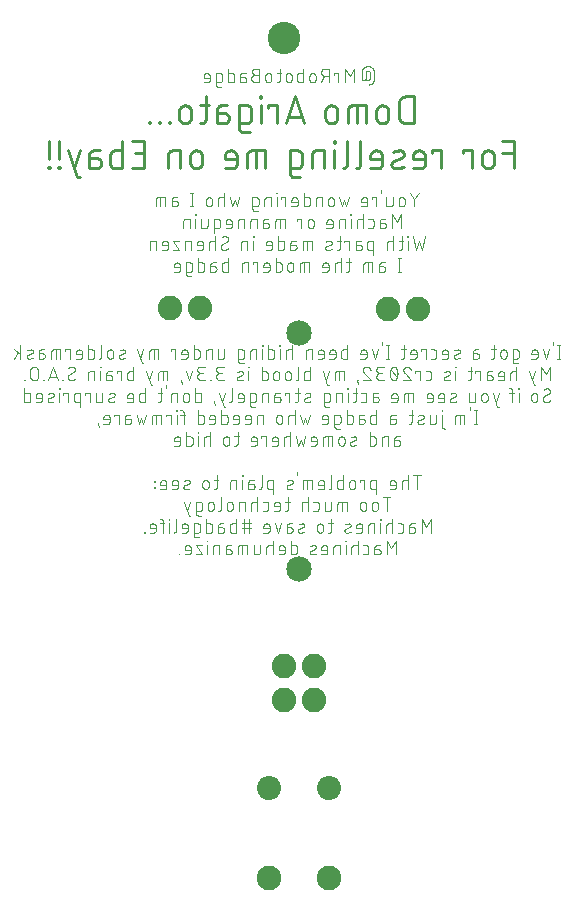
<source format=gbs>
G04 EAGLE Gerber X2 export*
G75*
%MOMM*%
%FSLAX34Y34*%
%LPD*%
%AMOC8*
5,1,8,0,0,1.08239X$1,22.5*%
G01*
%ADD10C,0.254000*%
%ADD11C,0.101600*%
%ADD12C,2.743200*%
%ADD13C,2.082800*%
%ADD14C,2.047813*%
%ADD15C,2.094537*%
%ADD16C,2.153200*%


D10*
X363522Y676910D02*
X363522Y699770D01*
X357172Y699770D01*
X357014Y699768D01*
X356855Y699762D01*
X356697Y699752D01*
X356540Y699738D01*
X356382Y699721D01*
X356226Y699699D01*
X356069Y699674D01*
X355914Y699644D01*
X355759Y699611D01*
X355605Y699574D01*
X355452Y699533D01*
X355300Y699488D01*
X355150Y699439D01*
X355000Y699387D01*
X354852Y699331D01*
X354705Y699271D01*
X354560Y699208D01*
X354417Y699141D01*
X354275Y699071D01*
X354135Y698997D01*
X353997Y698919D01*
X353861Y698838D01*
X353727Y698754D01*
X353595Y698667D01*
X353465Y698576D01*
X353338Y698482D01*
X353213Y698385D01*
X353090Y698284D01*
X352970Y698181D01*
X352853Y698075D01*
X352738Y697966D01*
X352626Y697854D01*
X352517Y697739D01*
X352411Y697622D01*
X352308Y697502D01*
X352207Y697379D01*
X352110Y697254D01*
X352016Y697127D01*
X351925Y696997D01*
X351838Y696865D01*
X351754Y696731D01*
X351673Y696595D01*
X351595Y696457D01*
X351521Y696317D01*
X351451Y696175D01*
X351384Y696032D01*
X351321Y695887D01*
X351261Y695740D01*
X351205Y695592D01*
X351153Y695442D01*
X351104Y695292D01*
X351059Y695140D01*
X351018Y694987D01*
X350981Y694833D01*
X350948Y694678D01*
X350918Y694523D01*
X350893Y694366D01*
X350871Y694210D01*
X350854Y694052D01*
X350840Y693895D01*
X350830Y693737D01*
X350824Y693578D01*
X350822Y693420D01*
X350822Y683260D01*
X350824Y683102D01*
X350830Y682943D01*
X350840Y682785D01*
X350854Y682628D01*
X350871Y682470D01*
X350893Y682314D01*
X350918Y682157D01*
X350948Y682002D01*
X350981Y681847D01*
X351018Y681693D01*
X351059Y681540D01*
X351104Y681388D01*
X351153Y681238D01*
X351205Y681088D01*
X351261Y680940D01*
X351321Y680793D01*
X351384Y680648D01*
X351451Y680505D01*
X351521Y680363D01*
X351595Y680223D01*
X351673Y680085D01*
X351754Y679949D01*
X351838Y679815D01*
X351925Y679683D01*
X352016Y679553D01*
X352110Y679426D01*
X352207Y679301D01*
X352308Y679178D01*
X352411Y679058D01*
X352517Y678941D01*
X352626Y678826D01*
X352738Y678714D01*
X352853Y678605D01*
X352970Y678499D01*
X353090Y678396D01*
X353213Y678295D01*
X353338Y678198D01*
X353465Y678104D01*
X353595Y678013D01*
X353727Y677926D01*
X353861Y677842D01*
X353997Y677761D01*
X354135Y677683D01*
X354275Y677609D01*
X354417Y677539D01*
X354560Y677472D01*
X354705Y677409D01*
X354852Y677349D01*
X355000Y677293D01*
X355150Y677241D01*
X355300Y677192D01*
X355452Y677147D01*
X355605Y677106D01*
X355759Y677069D01*
X355914Y677036D01*
X356069Y677006D01*
X356226Y676981D01*
X356382Y676959D01*
X356540Y676942D01*
X356697Y676928D01*
X356855Y676918D01*
X357014Y676912D01*
X357172Y676910D01*
X363522Y676910D01*
X342069Y681990D02*
X342069Y687070D01*
X342067Y687211D01*
X342061Y687352D01*
X342051Y687493D01*
X342038Y687634D01*
X342020Y687774D01*
X341998Y687913D01*
X341973Y688052D01*
X341944Y688191D01*
X341911Y688328D01*
X341874Y688464D01*
X341833Y688599D01*
X341789Y688734D01*
X341741Y688866D01*
X341689Y688998D01*
X341634Y689128D01*
X341575Y689256D01*
X341512Y689383D01*
X341446Y689507D01*
X341377Y689630D01*
X341304Y689751D01*
X341228Y689870D01*
X341148Y689987D01*
X341065Y690101D01*
X340980Y690214D01*
X340891Y690323D01*
X340799Y690431D01*
X340704Y690535D01*
X340606Y690637D01*
X340505Y690736D01*
X340402Y690833D01*
X340296Y690926D01*
X340188Y691016D01*
X340077Y691104D01*
X339964Y691188D01*
X339848Y691269D01*
X339730Y691347D01*
X339610Y691422D01*
X339488Y691493D01*
X339364Y691561D01*
X339238Y691625D01*
X339111Y691686D01*
X338982Y691743D01*
X338851Y691796D01*
X338719Y691846D01*
X338586Y691893D01*
X338451Y691935D01*
X338315Y691974D01*
X338178Y692009D01*
X338041Y692040D01*
X337902Y692067D01*
X337763Y692091D01*
X337623Y692110D01*
X337483Y692126D01*
X337342Y692138D01*
X337201Y692146D01*
X337060Y692150D01*
X336918Y692150D01*
X336777Y692146D01*
X336636Y692138D01*
X336495Y692126D01*
X336355Y692110D01*
X336215Y692091D01*
X336076Y692067D01*
X335937Y692040D01*
X335800Y692009D01*
X335663Y691974D01*
X335527Y691935D01*
X335392Y691893D01*
X335259Y691846D01*
X335127Y691796D01*
X334996Y691743D01*
X334867Y691686D01*
X334740Y691625D01*
X334614Y691561D01*
X334490Y691493D01*
X334368Y691422D01*
X334248Y691347D01*
X334130Y691269D01*
X334014Y691188D01*
X333901Y691104D01*
X333790Y691016D01*
X333682Y690926D01*
X333576Y690833D01*
X333473Y690736D01*
X333372Y690637D01*
X333274Y690535D01*
X333179Y690431D01*
X333087Y690323D01*
X332998Y690214D01*
X332913Y690101D01*
X332830Y689987D01*
X332750Y689870D01*
X332674Y689751D01*
X332601Y689630D01*
X332532Y689507D01*
X332466Y689383D01*
X332403Y689256D01*
X332344Y689128D01*
X332289Y688998D01*
X332237Y688866D01*
X332189Y688734D01*
X332145Y688599D01*
X332104Y688464D01*
X332067Y688328D01*
X332034Y688191D01*
X332005Y688052D01*
X331980Y687913D01*
X331958Y687774D01*
X331940Y687634D01*
X331927Y687493D01*
X331917Y687352D01*
X331911Y687211D01*
X331909Y687070D01*
X331909Y681990D01*
X331911Y681849D01*
X331917Y681708D01*
X331927Y681567D01*
X331940Y681426D01*
X331958Y681286D01*
X331980Y681147D01*
X332005Y681008D01*
X332034Y680869D01*
X332067Y680732D01*
X332104Y680596D01*
X332145Y680461D01*
X332189Y680326D01*
X332237Y680194D01*
X332289Y680062D01*
X332344Y679932D01*
X332403Y679804D01*
X332466Y679677D01*
X332532Y679553D01*
X332601Y679430D01*
X332674Y679309D01*
X332750Y679190D01*
X332830Y679073D01*
X332913Y678959D01*
X332998Y678846D01*
X333087Y678737D01*
X333179Y678629D01*
X333274Y678525D01*
X333372Y678423D01*
X333473Y678324D01*
X333576Y678227D01*
X333682Y678134D01*
X333790Y678044D01*
X333901Y677956D01*
X334014Y677872D01*
X334130Y677791D01*
X334248Y677713D01*
X334368Y677638D01*
X334490Y677567D01*
X334614Y677499D01*
X334740Y677435D01*
X334867Y677374D01*
X334996Y677317D01*
X335127Y677264D01*
X335259Y677214D01*
X335392Y677167D01*
X335527Y677125D01*
X335663Y677086D01*
X335800Y677051D01*
X335937Y677020D01*
X336076Y676993D01*
X336215Y676969D01*
X336355Y676950D01*
X336495Y676934D01*
X336636Y676922D01*
X336777Y676914D01*
X336918Y676910D01*
X337060Y676910D01*
X337201Y676914D01*
X337342Y676922D01*
X337483Y676934D01*
X337623Y676950D01*
X337763Y676969D01*
X337902Y676993D01*
X338041Y677020D01*
X338178Y677051D01*
X338315Y677086D01*
X338451Y677125D01*
X338586Y677167D01*
X338719Y677214D01*
X338851Y677264D01*
X338982Y677317D01*
X339111Y677374D01*
X339238Y677435D01*
X339364Y677499D01*
X339488Y677567D01*
X339610Y677638D01*
X339730Y677713D01*
X339848Y677791D01*
X339964Y677872D01*
X340077Y677956D01*
X340188Y678044D01*
X340296Y678134D01*
X340402Y678227D01*
X340505Y678324D01*
X340606Y678423D01*
X340704Y678525D01*
X340799Y678629D01*
X340891Y678737D01*
X340980Y678846D01*
X341065Y678959D01*
X341148Y679073D01*
X341228Y679190D01*
X341304Y679309D01*
X341377Y679430D01*
X341446Y679553D01*
X341512Y679677D01*
X341575Y679804D01*
X341634Y679932D01*
X341689Y680062D01*
X341741Y680194D01*
X341789Y680326D01*
X341833Y680461D01*
X341874Y680596D01*
X341911Y680732D01*
X341944Y680869D01*
X341973Y681008D01*
X341998Y681147D01*
X342020Y681286D01*
X342038Y681426D01*
X342051Y681567D01*
X342061Y681708D01*
X342067Y681849D01*
X342069Y681990D01*
X323034Y676910D02*
X323034Y692150D01*
X311604Y692150D01*
X311482Y692148D01*
X311360Y692142D01*
X311238Y692132D01*
X311117Y692119D01*
X310996Y692101D01*
X310876Y692080D01*
X310756Y692054D01*
X310638Y692025D01*
X310520Y691993D01*
X310403Y691956D01*
X310288Y691916D01*
X310174Y691872D01*
X310062Y691824D01*
X309951Y691773D01*
X309842Y691718D01*
X309734Y691660D01*
X309629Y691598D01*
X309526Y691533D01*
X309424Y691465D01*
X309325Y691393D01*
X309229Y691319D01*
X309134Y691241D01*
X309043Y691160D01*
X308953Y691077D01*
X308867Y690991D01*
X308784Y690901D01*
X308703Y690810D01*
X308625Y690715D01*
X308551Y690619D01*
X308479Y690520D01*
X308411Y690418D01*
X308346Y690315D01*
X308284Y690210D01*
X308226Y690102D01*
X308171Y689993D01*
X308120Y689882D01*
X308072Y689770D01*
X308028Y689656D01*
X307988Y689541D01*
X307951Y689424D01*
X307919Y689306D01*
X307890Y689188D01*
X307864Y689068D01*
X307843Y688948D01*
X307825Y688827D01*
X307812Y688706D01*
X307802Y688584D01*
X307796Y688462D01*
X307794Y688340D01*
X307794Y676910D01*
X315414Y676910D02*
X315414Y692150D01*
X298920Y687070D02*
X298920Y681990D01*
X298920Y687070D02*
X298918Y687211D01*
X298912Y687352D01*
X298902Y687493D01*
X298889Y687634D01*
X298871Y687774D01*
X298849Y687913D01*
X298824Y688052D01*
X298795Y688191D01*
X298762Y688328D01*
X298725Y688464D01*
X298684Y688599D01*
X298640Y688734D01*
X298592Y688866D01*
X298540Y688998D01*
X298485Y689128D01*
X298426Y689256D01*
X298363Y689383D01*
X298297Y689507D01*
X298228Y689630D01*
X298155Y689751D01*
X298079Y689870D01*
X297999Y689987D01*
X297916Y690101D01*
X297831Y690214D01*
X297742Y690323D01*
X297650Y690431D01*
X297555Y690535D01*
X297457Y690637D01*
X297356Y690736D01*
X297253Y690833D01*
X297147Y690926D01*
X297039Y691016D01*
X296928Y691104D01*
X296815Y691188D01*
X296699Y691269D01*
X296581Y691347D01*
X296461Y691422D01*
X296339Y691493D01*
X296215Y691561D01*
X296089Y691625D01*
X295962Y691686D01*
X295833Y691743D01*
X295702Y691796D01*
X295570Y691846D01*
X295437Y691893D01*
X295302Y691935D01*
X295166Y691974D01*
X295029Y692009D01*
X294892Y692040D01*
X294753Y692067D01*
X294614Y692091D01*
X294474Y692110D01*
X294334Y692126D01*
X294193Y692138D01*
X294052Y692146D01*
X293911Y692150D01*
X293769Y692150D01*
X293628Y692146D01*
X293487Y692138D01*
X293346Y692126D01*
X293206Y692110D01*
X293066Y692091D01*
X292927Y692067D01*
X292788Y692040D01*
X292651Y692009D01*
X292514Y691974D01*
X292378Y691935D01*
X292243Y691893D01*
X292110Y691846D01*
X291978Y691796D01*
X291847Y691743D01*
X291718Y691686D01*
X291591Y691625D01*
X291465Y691561D01*
X291341Y691493D01*
X291219Y691422D01*
X291099Y691347D01*
X290981Y691269D01*
X290865Y691188D01*
X290752Y691104D01*
X290641Y691016D01*
X290533Y690926D01*
X290427Y690833D01*
X290324Y690736D01*
X290223Y690637D01*
X290125Y690535D01*
X290030Y690431D01*
X289938Y690323D01*
X289849Y690214D01*
X289764Y690101D01*
X289681Y689987D01*
X289601Y689870D01*
X289525Y689751D01*
X289452Y689630D01*
X289383Y689507D01*
X289317Y689383D01*
X289254Y689256D01*
X289195Y689128D01*
X289140Y688998D01*
X289088Y688866D01*
X289040Y688734D01*
X288996Y688599D01*
X288955Y688464D01*
X288918Y688328D01*
X288885Y688191D01*
X288856Y688052D01*
X288831Y687913D01*
X288809Y687774D01*
X288791Y687634D01*
X288778Y687493D01*
X288768Y687352D01*
X288762Y687211D01*
X288760Y687070D01*
X288760Y681990D01*
X288762Y681849D01*
X288768Y681708D01*
X288778Y681567D01*
X288791Y681426D01*
X288809Y681286D01*
X288831Y681147D01*
X288856Y681008D01*
X288885Y680869D01*
X288918Y680732D01*
X288955Y680596D01*
X288996Y680461D01*
X289040Y680326D01*
X289088Y680194D01*
X289140Y680062D01*
X289195Y679932D01*
X289254Y679804D01*
X289317Y679677D01*
X289383Y679553D01*
X289452Y679430D01*
X289525Y679309D01*
X289601Y679190D01*
X289681Y679073D01*
X289764Y678959D01*
X289849Y678846D01*
X289938Y678737D01*
X290030Y678629D01*
X290125Y678525D01*
X290223Y678423D01*
X290324Y678324D01*
X290427Y678227D01*
X290533Y678134D01*
X290641Y678044D01*
X290752Y677956D01*
X290865Y677872D01*
X290981Y677791D01*
X291099Y677713D01*
X291219Y677638D01*
X291341Y677567D01*
X291465Y677499D01*
X291591Y677435D01*
X291718Y677374D01*
X291847Y677317D01*
X291978Y677264D01*
X292110Y677214D01*
X292243Y677167D01*
X292378Y677125D01*
X292514Y677086D01*
X292651Y677051D01*
X292788Y677020D01*
X292927Y676993D01*
X293066Y676969D01*
X293206Y676950D01*
X293346Y676934D01*
X293487Y676922D01*
X293628Y676914D01*
X293769Y676910D01*
X293911Y676910D01*
X294052Y676914D01*
X294193Y676922D01*
X294334Y676934D01*
X294474Y676950D01*
X294614Y676969D01*
X294753Y676993D01*
X294892Y677020D01*
X295029Y677051D01*
X295166Y677086D01*
X295302Y677125D01*
X295437Y677167D01*
X295570Y677214D01*
X295702Y677264D01*
X295833Y677317D01*
X295962Y677374D01*
X296089Y677435D01*
X296215Y677499D01*
X296339Y677567D01*
X296461Y677638D01*
X296581Y677713D01*
X296699Y677791D01*
X296815Y677872D01*
X296928Y677956D01*
X297039Y678044D01*
X297147Y678134D01*
X297253Y678227D01*
X297356Y678324D01*
X297457Y678423D01*
X297555Y678525D01*
X297650Y678629D01*
X297742Y678737D01*
X297831Y678846D01*
X297916Y678959D01*
X297999Y679073D01*
X298079Y679190D01*
X298155Y679309D01*
X298228Y679430D01*
X298297Y679553D01*
X298363Y679677D01*
X298426Y679804D01*
X298485Y679932D01*
X298540Y680062D01*
X298592Y680194D01*
X298640Y680326D01*
X298684Y680461D01*
X298725Y680596D01*
X298762Y680732D01*
X298795Y680869D01*
X298824Y681008D01*
X298849Y681147D01*
X298871Y681286D01*
X298889Y681426D01*
X298902Y681567D01*
X298912Y681708D01*
X298918Y681849D01*
X298920Y681990D01*
X270838Y676910D02*
X263218Y699770D01*
X255598Y676910D01*
X257503Y682625D02*
X268933Y682625D01*
X248032Y676910D02*
X248032Y692150D01*
X240412Y692150D01*
X240412Y689610D01*
X233987Y692150D02*
X233987Y676910D01*
X234622Y698500D02*
X234622Y699770D01*
X233352Y699770D01*
X233352Y698500D01*
X234622Y698500D01*
X222101Y676910D02*
X215751Y676910D01*
X222101Y676910D02*
X222223Y676912D01*
X222345Y676918D01*
X222467Y676928D01*
X222588Y676941D01*
X222709Y676959D01*
X222829Y676980D01*
X222949Y677006D01*
X223067Y677035D01*
X223185Y677067D01*
X223302Y677104D01*
X223417Y677144D01*
X223531Y677188D01*
X223643Y677236D01*
X223754Y677287D01*
X223863Y677342D01*
X223971Y677400D01*
X224076Y677462D01*
X224179Y677527D01*
X224281Y677595D01*
X224380Y677667D01*
X224476Y677741D01*
X224571Y677819D01*
X224662Y677900D01*
X224752Y677983D01*
X224838Y678069D01*
X224921Y678159D01*
X225002Y678250D01*
X225080Y678345D01*
X225154Y678441D01*
X225226Y678540D01*
X225294Y678642D01*
X225359Y678745D01*
X225421Y678850D01*
X225479Y678958D01*
X225534Y679067D01*
X225585Y679178D01*
X225633Y679290D01*
X225677Y679404D01*
X225717Y679519D01*
X225754Y679636D01*
X225786Y679754D01*
X225815Y679872D01*
X225841Y679992D01*
X225862Y680112D01*
X225880Y680233D01*
X225893Y680354D01*
X225903Y680476D01*
X225909Y680598D01*
X225911Y680720D01*
X225911Y688340D01*
X225909Y688462D01*
X225903Y688584D01*
X225893Y688706D01*
X225880Y688827D01*
X225862Y688948D01*
X225841Y689068D01*
X225815Y689188D01*
X225786Y689306D01*
X225754Y689424D01*
X225717Y689541D01*
X225677Y689656D01*
X225633Y689770D01*
X225585Y689882D01*
X225534Y689993D01*
X225479Y690102D01*
X225421Y690210D01*
X225359Y690315D01*
X225294Y690418D01*
X225226Y690520D01*
X225154Y690619D01*
X225080Y690715D01*
X225002Y690810D01*
X224921Y690901D01*
X224838Y690991D01*
X224752Y691077D01*
X224662Y691160D01*
X224571Y691241D01*
X224476Y691319D01*
X224380Y691393D01*
X224281Y691465D01*
X224179Y691533D01*
X224076Y691598D01*
X223971Y691660D01*
X223863Y691718D01*
X223754Y691773D01*
X223643Y691824D01*
X223531Y691872D01*
X223417Y691916D01*
X223302Y691956D01*
X223185Y691993D01*
X223067Y692025D01*
X222949Y692054D01*
X222829Y692080D01*
X222709Y692101D01*
X222588Y692119D01*
X222467Y692132D01*
X222345Y692142D01*
X222223Y692148D01*
X222101Y692150D01*
X215751Y692150D01*
X215751Y673100D01*
X215753Y672978D01*
X215759Y672856D01*
X215769Y672734D01*
X215782Y672613D01*
X215800Y672492D01*
X215821Y672372D01*
X215847Y672252D01*
X215876Y672134D01*
X215908Y672016D01*
X215945Y671899D01*
X215985Y671784D01*
X216029Y671670D01*
X216077Y671558D01*
X216128Y671447D01*
X216183Y671338D01*
X216241Y671230D01*
X216303Y671125D01*
X216368Y671022D01*
X216436Y670920D01*
X216508Y670821D01*
X216582Y670725D01*
X216660Y670630D01*
X216741Y670539D01*
X216824Y670449D01*
X216910Y670363D01*
X217000Y670280D01*
X217091Y670199D01*
X217186Y670121D01*
X217282Y670047D01*
X217381Y669975D01*
X217483Y669907D01*
X217586Y669842D01*
X217691Y669780D01*
X217799Y669722D01*
X217908Y669667D01*
X218019Y669616D01*
X218131Y669568D01*
X218245Y669524D01*
X218360Y669484D01*
X218477Y669447D01*
X218595Y669415D01*
X218713Y669386D01*
X218833Y669360D01*
X218953Y669339D01*
X219074Y669321D01*
X219195Y669308D01*
X219317Y669298D01*
X219439Y669292D01*
X219561Y669290D01*
X224641Y669290D01*
X202675Y685800D02*
X196960Y685800D01*
X202675Y685800D02*
X202807Y685798D01*
X202938Y685792D01*
X203070Y685782D01*
X203201Y685769D01*
X203331Y685751D01*
X203461Y685730D01*
X203591Y685705D01*
X203719Y685676D01*
X203847Y685643D01*
X203973Y685606D01*
X204099Y685566D01*
X204223Y685522D01*
X204346Y685474D01*
X204467Y685423D01*
X204587Y685368D01*
X204705Y685310D01*
X204821Y685248D01*
X204935Y685182D01*
X205048Y685114D01*
X205158Y685042D01*
X205266Y684967D01*
X205372Y684888D01*
X205476Y684807D01*
X205577Y684722D01*
X205675Y684635D01*
X205771Y684544D01*
X205864Y684451D01*
X205955Y684355D01*
X206042Y684257D01*
X206127Y684156D01*
X206208Y684052D01*
X206287Y683946D01*
X206362Y683838D01*
X206434Y683728D01*
X206502Y683615D01*
X206568Y683501D01*
X206630Y683385D01*
X206688Y683267D01*
X206743Y683147D01*
X206794Y683026D01*
X206842Y682903D01*
X206886Y682779D01*
X206926Y682653D01*
X206963Y682527D01*
X206996Y682399D01*
X207025Y682271D01*
X207050Y682141D01*
X207071Y682011D01*
X207089Y681881D01*
X207102Y681750D01*
X207112Y681618D01*
X207118Y681487D01*
X207120Y681355D01*
X207118Y681223D01*
X207112Y681092D01*
X207102Y680960D01*
X207089Y680829D01*
X207071Y680699D01*
X207050Y680569D01*
X207025Y680439D01*
X206996Y680311D01*
X206963Y680183D01*
X206926Y680057D01*
X206886Y679931D01*
X206842Y679807D01*
X206794Y679684D01*
X206743Y679563D01*
X206688Y679443D01*
X206630Y679325D01*
X206568Y679209D01*
X206502Y679095D01*
X206434Y678982D01*
X206362Y678872D01*
X206287Y678764D01*
X206208Y678658D01*
X206127Y678554D01*
X206042Y678453D01*
X205955Y678355D01*
X205864Y678259D01*
X205771Y678166D01*
X205675Y678075D01*
X205577Y677988D01*
X205476Y677903D01*
X205372Y677822D01*
X205266Y677743D01*
X205158Y677668D01*
X205048Y677596D01*
X204935Y677528D01*
X204821Y677462D01*
X204705Y677400D01*
X204587Y677342D01*
X204467Y677287D01*
X204346Y677236D01*
X204223Y677188D01*
X204099Y677144D01*
X203973Y677104D01*
X203847Y677067D01*
X203719Y677034D01*
X203591Y677005D01*
X203461Y676980D01*
X203331Y676959D01*
X203201Y676941D01*
X203070Y676928D01*
X202938Y676918D01*
X202807Y676912D01*
X202675Y676910D01*
X196960Y676910D01*
X196960Y688340D01*
X196962Y688462D01*
X196968Y688584D01*
X196978Y688706D01*
X196991Y688827D01*
X197009Y688948D01*
X197030Y689068D01*
X197056Y689188D01*
X197085Y689306D01*
X197117Y689424D01*
X197154Y689541D01*
X197194Y689656D01*
X197238Y689770D01*
X197286Y689882D01*
X197337Y689993D01*
X197392Y690102D01*
X197450Y690210D01*
X197512Y690315D01*
X197577Y690418D01*
X197645Y690520D01*
X197717Y690619D01*
X197791Y690715D01*
X197869Y690810D01*
X197950Y690901D01*
X198033Y690991D01*
X198119Y691077D01*
X198209Y691160D01*
X198300Y691241D01*
X198395Y691319D01*
X198491Y691393D01*
X198590Y691465D01*
X198692Y691533D01*
X198795Y691598D01*
X198900Y691660D01*
X199008Y691718D01*
X199117Y691773D01*
X199228Y691824D01*
X199340Y691872D01*
X199454Y691916D01*
X199569Y691956D01*
X199686Y691993D01*
X199804Y692025D01*
X199922Y692054D01*
X200042Y692080D01*
X200162Y692101D01*
X200283Y692119D01*
X200404Y692132D01*
X200526Y692142D01*
X200648Y692148D01*
X200770Y692150D01*
X205850Y692150D01*
X189885Y692150D02*
X182265Y692150D01*
X187345Y699770D02*
X187345Y680720D01*
X187343Y680598D01*
X187337Y680476D01*
X187327Y680354D01*
X187314Y680233D01*
X187296Y680112D01*
X187275Y679992D01*
X187249Y679872D01*
X187220Y679754D01*
X187188Y679636D01*
X187151Y679519D01*
X187111Y679404D01*
X187067Y679290D01*
X187019Y679178D01*
X186968Y679067D01*
X186913Y678958D01*
X186855Y678850D01*
X186793Y678745D01*
X186728Y678642D01*
X186660Y678540D01*
X186588Y678441D01*
X186514Y678345D01*
X186436Y678250D01*
X186355Y678159D01*
X186272Y678069D01*
X186186Y677983D01*
X186096Y677900D01*
X186005Y677819D01*
X185910Y677741D01*
X185814Y677667D01*
X185715Y677595D01*
X185613Y677527D01*
X185510Y677462D01*
X185405Y677400D01*
X185297Y677342D01*
X185188Y677287D01*
X185077Y677236D01*
X184965Y677188D01*
X184851Y677144D01*
X184736Y677104D01*
X184619Y677067D01*
X184501Y677035D01*
X184383Y677006D01*
X184263Y676980D01*
X184143Y676959D01*
X184022Y676941D01*
X183901Y676928D01*
X183779Y676918D01*
X183657Y676912D01*
X183535Y676910D01*
X182265Y676910D01*
X175039Y681990D02*
X175039Y687070D01*
X175037Y687211D01*
X175031Y687352D01*
X175021Y687493D01*
X175008Y687634D01*
X174990Y687774D01*
X174968Y687913D01*
X174943Y688052D01*
X174914Y688191D01*
X174881Y688328D01*
X174844Y688464D01*
X174803Y688599D01*
X174759Y688734D01*
X174711Y688866D01*
X174659Y688998D01*
X174604Y689128D01*
X174545Y689256D01*
X174482Y689383D01*
X174416Y689507D01*
X174347Y689630D01*
X174274Y689751D01*
X174198Y689870D01*
X174118Y689987D01*
X174035Y690101D01*
X173950Y690214D01*
X173861Y690323D01*
X173769Y690431D01*
X173674Y690535D01*
X173576Y690637D01*
X173475Y690736D01*
X173372Y690833D01*
X173266Y690926D01*
X173158Y691016D01*
X173047Y691104D01*
X172934Y691188D01*
X172818Y691269D01*
X172700Y691347D01*
X172580Y691422D01*
X172458Y691493D01*
X172334Y691561D01*
X172208Y691625D01*
X172081Y691686D01*
X171952Y691743D01*
X171821Y691796D01*
X171689Y691846D01*
X171556Y691893D01*
X171421Y691935D01*
X171285Y691974D01*
X171148Y692009D01*
X171011Y692040D01*
X170872Y692067D01*
X170733Y692091D01*
X170593Y692110D01*
X170453Y692126D01*
X170312Y692138D01*
X170171Y692146D01*
X170030Y692150D01*
X169888Y692150D01*
X169747Y692146D01*
X169606Y692138D01*
X169465Y692126D01*
X169325Y692110D01*
X169185Y692091D01*
X169046Y692067D01*
X168907Y692040D01*
X168770Y692009D01*
X168633Y691974D01*
X168497Y691935D01*
X168362Y691893D01*
X168229Y691846D01*
X168097Y691796D01*
X167966Y691743D01*
X167837Y691686D01*
X167710Y691625D01*
X167584Y691561D01*
X167460Y691493D01*
X167338Y691422D01*
X167218Y691347D01*
X167100Y691269D01*
X166984Y691188D01*
X166871Y691104D01*
X166760Y691016D01*
X166652Y690926D01*
X166546Y690833D01*
X166443Y690736D01*
X166342Y690637D01*
X166244Y690535D01*
X166149Y690431D01*
X166057Y690323D01*
X165968Y690214D01*
X165883Y690101D01*
X165800Y689987D01*
X165720Y689870D01*
X165644Y689751D01*
X165571Y689630D01*
X165502Y689507D01*
X165436Y689383D01*
X165373Y689256D01*
X165314Y689128D01*
X165259Y688998D01*
X165207Y688866D01*
X165159Y688734D01*
X165115Y688599D01*
X165074Y688464D01*
X165037Y688328D01*
X165004Y688191D01*
X164975Y688052D01*
X164950Y687913D01*
X164928Y687774D01*
X164910Y687634D01*
X164897Y687493D01*
X164887Y687352D01*
X164881Y687211D01*
X164879Y687070D01*
X164879Y681990D01*
X164881Y681849D01*
X164887Y681708D01*
X164897Y681567D01*
X164910Y681426D01*
X164928Y681286D01*
X164950Y681147D01*
X164975Y681008D01*
X165004Y680869D01*
X165037Y680732D01*
X165074Y680596D01*
X165115Y680461D01*
X165159Y680326D01*
X165207Y680194D01*
X165259Y680062D01*
X165314Y679932D01*
X165373Y679804D01*
X165436Y679677D01*
X165502Y679553D01*
X165571Y679430D01*
X165644Y679309D01*
X165720Y679190D01*
X165800Y679073D01*
X165883Y678959D01*
X165968Y678846D01*
X166057Y678737D01*
X166149Y678629D01*
X166244Y678525D01*
X166342Y678423D01*
X166443Y678324D01*
X166546Y678227D01*
X166652Y678134D01*
X166760Y678044D01*
X166871Y677956D01*
X166984Y677872D01*
X167100Y677791D01*
X167218Y677713D01*
X167338Y677638D01*
X167460Y677567D01*
X167584Y677499D01*
X167710Y677435D01*
X167837Y677374D01*
X167966Y677317D01*
X168097Y677264D01*
X168229Y677214D01*
X168362Y677167D01*
X168497Y677125D01*
X168633Y677086D01*
X168770Y677051D01*
X168907Y677020D01*
X169046Y676993D01*
X169185Y676969D01*
X169325Y676950D01*
X169465Y676934D01*
X169606Y676922D01*
X169747Y676914D01*
X169888Y676910D01*
X170030Y676910D01*
X170171Y676914D01*
X170312Y676922D01*
X170453Y676934D01*
X170593Y676950D01*
X170733Y676969D01*
X170872Y676993D01*
X171011Y677020D01*
X171148Y677051D01*
X171285Y677086D01*
X171421Y677125D01*
X171556Y677167D01*
X171689Y677214D01*
X171821Y677264D01*
X171952Y677317D01*
X172081Y677374D01*
X172208Y677435D01*
X172334Y677499D01*
X172458Y677567D01*
X172580Y677638D01*
X172700Y677713D01*
X172818Y677791D01*
X172934Y677872D01*
X173047Y677956D01*
X173158Y678044D01*
X173266Y678134D01*
X173372Y678227D01*
X173475Y678324D01*
X173576Y678423D01*
X173674Y678525D01*
X173769Y678629D01*
X173861Y678737D01*
X173950Y678846D01*
X174035Y678959D01*
X174118Y679073D01*
X174198Y679190D01*
X174274Y679309D01*
X174347Y679430D01*
X174416Y679553D01*
X174482Y679677D01*
X174545Y679804D01*
X174604Y679932D01*
X174659Y680062D01*
X174711Y680194D01*
X174759Y680326D01*
X174803Y680461D01*
X174844Y680596D01*
X174881Y680732D01*
X174914Y680869D01*
X174943Y681008D01*
X174968Y681147D01*
X174990Y681286D01*
X175008Y681426D01*
X175021Y681567D01*
X175031Y681708D01*
X175037Y681849D01*
X175039Y681990D01*
X157371Y678180D02*
X157371Y676910D01*
X157371Y678180D02*
X156101Y678180D01*
X156101Y676910D01*
X157371Y676910D01*
X149020Y676910D02*
X149020Y678180D01*
X147750Y678180D01*
X147750Y676910D01*
X149020Y676910D01*
X140668Y676910D02*
X140668Y678180D01*
X139398Y678180D01*
X139398Y676910D01*
X140668Y676910D01*
X448761Y661670D02*
X448761Y638810D01*
X448761Y661670D02*
X438601Y661670D01*
X438601Y651510D02*
X448761Y651510D01*
X431516Y648970D02*
X431516Y643890D01*
X431516Y648970D02*
X431514Y649111D01*
X431508Y649252D01*
X431498Y649393D01*
X431485Y649534D01*
X431467Y649674D01*
X431445Y649813D01*
X431420Y649952D01*
X431391Y650091D01*
X431358Y650228D01*
X431321Y650364D01*
X431280Y650499D01*
X431236Y650634D01*
X431188Y650766D01*
X431136Y650898D01*
X431081Y651028D01*
X431022Y651156D01*
X430959Y651283D01*
X430893Y651407D01*
X430824Y651530D01*
X430751Y651651D01*
X430675Y651770D01*
X430595Y651887D01*
X430512Y652001D01*
X430427Y652114D01*
X430338Y652223D01*
X430246Y652331D01*
X430151Y652435D01*
X430053Y652537D01*
X429952Y652636D01*
X429849Y652733D01*
X429743Y652826D01*
X429635Y652916D01*
X429524Y653004D01*
X429411Y653088D01*
X429295Y653169D01*
X429177Y653247D01*
X429057Y653322D01*
X428935Y653393D01*
X428811Y653461D01*
X428685Y653525D01*
X428558Y653586D01*
X428429Y653643D01*
X428298Y653696D01*
X428166Y653746D01*
X428033Y653793D01*
X427898Y653835D01*
X427762Y653874D01*
X427625Y653909D01*
X427488Y653940D01*
X427349Y653967D01*
X427210Y653991D01*
X427070Y654010D01*
X426930Y654026D01*
X426789Y654038D01*
X426648Y654046D01*
X426507Y654050D01*
X426365Y654050D01*
X426224Y654046D01*
X426083Y654038D01*
X425942Y654026D01*
X425802Y654010D01*
X425662Y653991D01*
X425523Y653967D01*
X425384Y653940D01*
X425247Y653909D01*
X425110Y653874D01*
X424974Y653835D01*
X424839Y653793D01*
X424706Y653746D01*
X424574Y653696D01*
X424443Y653643D01*
X424314Y653586D01*
X424187Y653525D01*
X424061Y653461D01*
X423937Y653393D01*
X423815Y653322D01*
X423695Y653247D01*
X423577Y653169D01*
X423461Y653088D01*
X423348Y653004D01*
X423237Y652916D01*
X423129Y652826D01*
X423023Y652733D01*
X422920Y652636D01*
X422819Y652537D01*
X422721Y652435D01*
X422626Y652331D01*
X422534Y652223D01*
X422445Y652114D01*
X422360Y652001D01*
X422277Y651887D01*
X422197Y651770D01*
X422121Y651651D01*
X422048Y651530D01*
X421979Y651407D01*
X421913Y651283D01*
X421850Y651156D01*
X421791Y651028D01*
X421736Y650898D01*
X421684Y650766D01*
X421636Y650634D01*
X421592Y650499D01*
X421551Y650364D01*
X421514Y650228D01*
X421481Y650091D01*
X421452Y649952D01*
X421427Y649813D01*
X421405Y649674D01*
X421387Y649534D01*
X421374Y649393D01*
X421364Y649252D01*
X421358Y649111D01*
X421356Y648970D01*
X421356Y643890D01*
X421358Y643749D01*
X421364Y643608D01*
X421374Y643467D01*
X421387Y643326D01*
X421405Y643186D01*
X421427Y643047D01*
X421452Y642908D01*
X421481Y642769D01*
X421514Y642632D01*
X421551Y642496D01*
X421592Y642361D01*
X421636Y642226D01*
X421684Y642094D01*
X421736Y641962D01*
X421791Y641832D01*
X421850Y641704D01*
X421913Y641577D01*
X421979Y641453D01*
X422048Y641330D01*
X422121Y641209D01*
X422197Y641090D01*
X422277Y640973D01*
X422360Y640859D01*
X422445Y640746D01*
X422534Y640637D01*
X422626Y640529D01*
X422721Y640425D01*
X422819Y640323D01*
X422920Y640224D01*
X423023Y640127D01*
X423129Y640034D01*
X423237Y639944D01*
X423348Y639856D01*
X423461Y639772D01*
X423577Y639691D01*
X423695Y639613D01*
X423815Y639538D01*
X423937Y639467D01*
X424061Y639399D01*
X424187Y639335D01*
X424314Y639274D01*
X424443Y639217D01*
X424574Y639164D01*
X424706Y639114D01*
X424839Y639067D01*
X424974Y639025D01*
X425110Y638986D01*
X425247Y638951D01*
X425384Y638920D01*
X425523Y638893D01*
X425662Y638869D01*
X425802Y638850D01*
X425942Y638834D01*
X426083Y638822D01*
X426224Y638814D01*
X426365Y638810D01*
X426507Y638810D01*
X426648Y638814D01*
X426789Y638822D01*
X426930Y638834D01*
X427070Y638850D01*
X427210Y638869D01*
X427349Y638893D01*
X427488Y638920D01*
X427625Y638951D01*
X427762Y638986D01*
X427898Y639025D01*
X428033Y639067D01*
X428166Y639114D01*
X428298Y639164D01*
X428429Y639217D01*
X428558Y639274D01*
X428685Y639335D01*
X428811Y639399D01*
X428935Y639467D01*
X429057Y639538D01*
X429177Y639613D01*
X429295Y639691D01*
X429411Y639772D01*
X429524Y639856D01*
X429635Y639944D01*
X429743Y640034D01*
X429849Y640127D01*
X429952Y640224D01*
X430053Y640323D01*
X430151Y640425D01*
X430246Y640529D01*
X430338Y640637D01*
X430427Y640746D01*
X430512Y640859D01*
X430595Y640973D01*
X430675Y641090D01*
X430751Y641209D01*
X430824Y641330D01*
X430893Y641453D01*
X430959Y641577D01*
X431022Y641704D01*
X431081Y641832D01*
X431136Y641962D01*
X431188Y642094D01*
X431236Y642226D01*
X431280Y642361D01*
X431321Y642496D01*
X431358Y642632D01*
X431391Y642769D01*
X431420Y642908D01*
X431445Y643047D01*
X431467Y643186D01*
X431485Y643326D01*
X431498Y643467D01*
X431508Y643608D01*
X431514Y643749D01*
X431516Y643890D01*
X412642Y638810D02*
X412642Y654050D01*
X405022Y654050D01*
X405022Y651510D01*
X386891Y654050D02*
X386891Y638810D01*
X386891Y654050D02*
X379271Y654050D01*
X379271Y651510D01*
X369245Y638810D02*
X362895Y638810D01*
X369245Y638810D02*
X369367Y638812D01*
X369489Y638818D01*
X369611Y638828D01*
X369732Y638841D01*
X369853Y638859D01*
X369973Y638880D01*
X370093Y638906D01*
X370211Y638935D01*
X370329Y638967D01*
X370446Y639004D01*
X370561Y639044D01*
X370675Y639088D01*
X370787Y639136D01*
X370898Y639187D01*
X371007Y639242D01*
X371115Y639300D01*
X371220Y639362D01*
X371323Y639427D01*
X371425Y639495D01*
X371524Y639567D01*
X371620Y639641D01*
X371715Y639719D01*
X371806Y639800D01*
X371896Y639883D01*
X371982Y639969D01*
X372065Y640059D01*
X372146Y640150D01*
X372224Y640245D01*
X372298Y640341D01*
X372370Y640440D01*
X372438Y640542D01*
X372503Y640645D01*
X372565Y640750D01*
X372623Y640858D01*
X372678Y640967D01*
X372729Y641078D01*
X372777Y641190D01*
X372821Y641304D01*
X372861Y641419D01*
X372898Y641536D01*
X372930Y641654D01*
X372959Y641772D01*
X372985Y641892D01*
X373006Y642012D01*
X373024Y642133D01*
X373037Y642254D01*
X373047Y642376D01*
X373053Y642498D01*
X373055Y642620D01*
X373055Y648970D01*
X373053Y649111D01*
X373047Y649252D01*
X373037Y649393D01*
X373024Y649534D01*
X373006Y649674D01*
X372984Y649813D01*
X372959Y649952D01*
X372930Y650091D01*
X372897Y650228D01*
X372860Y650364D01*
X372819Y650499D01*
X372775Y650634D01*
X372727Y650766D01*
X372675Y650898D01*
X372620Y651028D01*
X372561Y651156D01*
X372498Y651283D01*
X372432Y651407D01*
X372363Y651530D01*
X372290Y651651D01*
X372214Y651770D01*
X372134Y651887D01*
X372051Y652001D01*
X371966Y652114D01*
X371877Y652223D01*
X371785Y652331D01*
X371690Y652435D01*
X371592Y652537D01*
X371491Y652636D01*
X371388Y652733D01*
X371282Y652826D01*
X371174Y652916D01*
X371063Y653004D01*
X370950Y653088D01*
X370834Y653169D01*
X370716Y653247D01*
X370596Y653322D01*
X370474Y653393D01*
X370350Y653461D01*
X370224Y653525D01*
X370097Y653586D01*
X369968Y653643D01*
X369837Y653696D01*
X369705Y653746D01*
X369572Y653793D01*
X369437Y653835D01*
X369301Y653874D01*
X369164Y653909D01*
X369027Y653940D01*
X368888Y653967D01*
X368749Y653991D01*
X368609Y654010D01*
X368469Y654026D01*
X368328Y654038D01*
X368187Y654046D01*
X368046Y654050D01*
X367904Y654050D01*
X367763Y654046D01*
X367622Y654038D01*
X367481Y654026D01*
X367341Y654010D01*
X367201Y653991D01*
X367062Y653967D01*
X366923Y653940D01*
X366786Y653909D01*
X366649Y653874D01*
X366513Y653835D01*
X366378Y653793D01*
X366245Y653746D01*
X366113Y653696D01*
X365982Y653643D01*
X365853Y653586D01*
X365726Y653525D01*
X365600Y653461D01*
X365476Y653393D01*
X365354Y653322D01*
X365234Y653247D01*
X365116Y653169D01*
X365000Y653088D01*
X364887Y653004D01*
X364776Y652916D01*
X364668Y652826D01*
X364562Y652733D01*
X364459Y652636D01*
X364358Y652537D01*
X364260Y652435D01*
X364165Y652331D01*
X364073Y652223D01*
X363984Y652114D01*
X363899Y652001D01*
X363816Y651887D01*
X363736Y651770D01*
X363660Y651651D01*
X363587Y651530D01*
X363518Y651407D01*
X363452Y651283D01*
X363389Y651156D01*
X363330Y651028D01*
X363275Y650898D01*
X363223Y650766D01*
X363175Y650634D01*
X363131Y650499D01*
X363090Y650364D01*
X363053Y650228D01*
X363020Y650091D01*
X362991Y649952D01*
X362966Y649813D01*
X362944Y649674D01*
X362926Y649534D01*
X362913Y649393D01*
X362903Y649252D01*
X362897Y649111D01*
X362895Y648970D01*
X362895Y646430D01*
X373055Y646430D01*
X353055Y647700D02*
X346705Y645160D01*
X353055Y647700D02*
X353160Y647744D01*
X353264Y647792D01*
X353366Y647843D01*
X353466Y647898D01*
X353564Y647956D01*
X353660Y648018D01*
X353754Y648083D01*
X353846Y648152D01*
X353935Y648223D01*
X354022Y648298D01*
X354106Y648375D01*
X354187Y648455D01*
X354265Y648538D01*
X354341Y648624D01*
X354413Y648712D01*
X354483Y648803D01*
X354549Y648896D01*
X354612Y648992D01*
X354671Y649089D01*
X354727Y649189D01*
X354780Y649290D01*
X354829Y649393D01*
X354875Y649498D01*
X354917Y649604D01*
X354955Y649712D01*
X354989Y649821D01*
X355020Y649931D01*
X355046Y650042D01*
X355069Y650154D01*
X355088Y650266D01*
X355103Y650380D01*
X355114Y650493D01*
X355122Y650607D01*
X355125Y650722D01*
X355124Y650836D01*
X355119Y650950D01*
X355111Y651064D01*
X355098Y651177D01*
X355082Y651290D01*
X355061Y651403D01*
X355037Y651514D01*
X355009Y651625D01*
X354976Y651735D01*
X354941Y651843D01*
X354901Y651950D01*
X354858Y652056D01*
X354811Y652160D01*
X354761Y652263D01*
X354707Y652363D01*
X354649Y652462D01*
X354588Y652559D01*
X354524Y652653D01*
X354457Y652746D01*
X354386Y652836D01*
X354313Y652923D01*
X354236Y653008D01*
X354156Y653090D01*
X354074Y653169D01*
X353989Y653245D01*
X353901Y653318D01*
X353811Y653389D01*
X353719Y653456D01*
X353624Y653520D01*
X353527Y653580D01*
X353428Y653637D01*
X353327Y653691D01*
X353225Y653741D01*
X353120Y653787D01*
X353015Y653830D01*
X352907Y653869D01*
X352799Y653905D01*
X352689Y653937D01*
X352578Y653964D01*
X352466Y653988D01*
X352354Y654008D01*
X352241Y654025D01*
X352127Y654037D01*
X352013Y654045D01*
X351899Y654049D01*
X351785Y654050D01*
X351438Y654040D01*
X351092Y654023D01*
X350746Y653997D01*
X350401Y653963D01*
X350057Y653921D01*
X349714Y653870D01*
X349372Y653811D01*
X349032Y653744D01*
X348693Y653669D01*
X348357Y653586D01*
X348022Y653494D01*
X347690Y653395D01*
X347360Y653287D01*
X347033Y653172D01*
X346709Y653049D01*
X346388Y652918D01*
X346070Y652780D01*
X346705Y645160D02*
X346600Y645116D01*
X346496Y645068D01*
X346394Y645017D01*
X346294Y644962D01*
X346196Y644904D01*
X346100Y644842D01*
X346006Y644777D01*
X345914Y644708D01*
X345825Y644637D01*
X345738Y644562D01*
X345654Y644485D01*
X345573Y644405D01*
X345495Y644322D01*
X345419Y644236D01*
X345347Y644148D01*
X345277Y644057D01*
X345211Y643964D01*
X345148Y643868D01*
X345089Y643771D01*
X345033Y643671D01*
X344980Y643570D01*
X344931Y643467D01*
X344885Y643362D01*
X344843Y643256D01*
X344805Y643148D01*
X344771Y643039D01*
X344740Y642929D01*
X344714Y642818D01*
X344691Y642706D01*
X344672Y642594D01*
X344657Y642480D01*
X344646Y642367D01*
X344638Y642253D01*
X344635Y642138D01*
X344636Y642024D01*
X344641Y641910D01*
X344649Y641796D01*
X344662Y641683D01*
X344678Y641570D01*
X344699Y641457D01*
X344723Y641346D01*
X344751Y641235D01*
X344784Y641125D01*
X344819Y641017D01*
X344859Y640910D01*
X344902Y640804D01*
X344949Y640700D01*
X344999Y640597D01*
X345053Y640497D01*
X345111Y640398D01*
X345172Y640301D01*
X345236Y640207D01*
X345303Y640114D01*
X345374Y640024D01*
X345447Y639937D01*
X345524Y639852D01*
X345604Y639770D01*
X345686Y639691D01*
X345771Y639615D01*
X345859Y639542D01*
X345949Y639471D01*
X346041Y639404D01*
X346136Y639340D01*
X346233Y639280D01*
X346332Y639223D01*
X346433Y639169D01*
X346535Y639119D01*
X346640Y639073D01*
X346745Y639030D01*
X346853Y638991D01*
X346961Y638955D01*
X347071Y638923D01*
X347182Y638896D01*
X347294Y638872D01*
X347406Y638852D01*
X347519Y638835D01*
X347633Y638823D01*
X347747Y638815D01*
X347861Y638811D01*
X347975Y638810D01*
X347976Y638810D02*
X348485Y638823D01*
X348994Y638849D01*
X349502Y638886D01*
X350009Y638936D01*
X350514Y638997D01*
X351019Y639070D01*
X351521Y639155D01*
X352021Y639252D01*
X352519Y639361D01*
X353014Y639482D01*
X353506Y639614D01*
X353994Y639758D01*
X354479Y639913D01*
X354961Y640080D01*
X333055Y638810D02*
X326705Y638810D01*
X333055Y638810D02*
X333177Y638812D01*
X333299Y638818D01*
X333421Y638828D01*
X333542Y638841D01*
X333663Y638859D01*
X333783Y638880D01*
X333903Y638906D01*
X334021Y638935D01*
X334139Y638967D01*
X334256Y639004D01*
X334371Y639044D01*
X334485Y639088D01*
X334597Y639136D01*
X334708Y639187D01*
X334817Y639242D01*
X334925Y639300D01*
X335030Y639362D01*
X335133Y639427D01*
X335235Y639495D01*
X335334Y639567D01*
X335430Y639641D01*
X335525Y639719D01*
X335616Y639800D01*
X335706Y639883D01*
X335792Y639969D01*
X335875Y640059D01*
X335956Y640150D01*
X336034Y640245D01*
X336108Y640341D01*
X336180Y640440D01*
X336248Y640542D01*
X336313Y640645D01*
X336375Y640750D01*
X336433Y640858D01*
X336488Y640967D01*
X336539Y641078D01*
X336587Y641190D01*
X336631Y641304D01*
X336671Y641419D01*
X336708Y641536D01*
X336740Y641654D01*
X336769Y641772D01*
X336795Y641892D01*
X336816Y642012D01*
X336834Y642133D01*
X336847Y642254D01*
X336857Y642376D01*
X336863Y642498D01*
X336865Y642620D01*
X336865Y648970D01*
X336863Y649111D01*
X336857Y649252D01*
X336847Y649393D01*
X336834Y649534D01*
X336816Y649674D01*
X336794Y649813D01*
X336769Y649952D01*
X336740Y650091D01*
X336707Y650228D01*
X336670Y650364D01*
X336629Y650499D01*
X336585Y650634D01*
X336537Y650766D01*
X336485Y650898D01*
X336430Y651028D01*
X336371Y651156D01*
X336308Y651283D01*
X336242Y651407D01*
X336173Y651530D01*
X336100Y651651D01*
X336024Y651770D01*
X335944Y651887D01*
X335861Y652001D01*
X335776Y652114D01*
X335687Y652223D01*
X335595Y652331D01*
X335500Y652435D01*
X335402Y652537D01*
X335301Y652636D01*
X335198Y652733D01*
X335092Y652826D01*
X334984Y652916D01*
X334873Y653004D01*
X334760Y653088D01*
X334644Y653169D01*
X334526Y653247D01*
X334406Y653322D01*
X334284Y653393D01*
X334160Y653461D01*
X334034Y653525D01*
X333907Y653586D01*
X333778Y653643D01*
X333647Y653696D01*
X333515Y653746D01*
X333382Y653793D01*
X333247Y653835D01*
X333111Y653874D01*
X332974Y653909D01*
X332837Y653940D01*
X332698Y653967D01*
X332559Y653991D01*
X332419Y654010D01*
X332279Y654026D01*
X332138Y654038D01*
X331997Y654046D01*
X331856Y654050D01*
X331714Y654050D01*
X331573Y654046D01*
X331432Y654038D01*
X331291Y654026D01*
X331151Y654010D01*
X331011Y653991D01*
X330872Y653967D01*
X330733Y653940D01*
X330596Y653909D01*
X330459Y653874D01*
X330323Y653835D01*
X330188Y653793D01*
X330055Y653746D01*
X329923Y653696D01*
X329792Y653643D01*
X329663Y653586D01*
X329536Y653525D01*
X329410Y653461D01*
X329286Y653393D01*
X329164Y653322D01*
X329044Y653247D01*
X328926Y653169D01*
X328810Y653088D01*
X328697Y653004D01*
X328586Y652916D01*
X328478Y652826D01*
X328372Y652733D01*
X328269Y652636D01*
X328168Y652537D01*
X328070Y652435D01*
X327975Y652331D01*
X327883Y652223D01*
X327794Y652114D01*
X327709Y652001D01*
X327626Y651887D01*
X327546Y651770D01*
X327470Y651651D01*
X327397Y651530D01*
X327328Y651407D01*
X327262Y651283D01*
X327199Y651156D01*
X327140Y651028D01*
X327085Y650898D01*
X327033Y650766D01*
X326985Y650634D01*
X326941Y650499D01*
X326900Y650364D01*
X326863Y650228D01*
X326830Y650091D01*
X326801Y649952D01*
X326776Y649813D01*
X326754Y649674D01*
X326736Y649534D01*
X326723Y649393D01*
X326713Y649252D01*
X326707Y649111D01*
X326705Y648970D01*
X326705Y646430D01*
X336865Y646430D01*
X318322Y642620D02*
X318322Y661670D01*
X318322Y642620D02*
X318320Y642498D01*
X318314Y642376D01*
X318304Y642254D01*
X318291Y642133D01*
X318273Y642012D01*
X318252Y641892D01*
X318226Y641772D01*
X318197Y641654D01*
X318165Y641536D01*
X318128Y641419D01*
X318088Y641304D01*
X318044Y641190D01*
X317996Y641078D01*
X317945Y640967D01*
X317890Y640858D01*
X317832Y640750D01*
X317770Y640645D01*
X317705Y640542D01*
X317637Y640440D01*
X317565Y640341D01*
X317491Y640245D01*
X317413Y640150D01*
X317332Y640059D01*
X317249Y639969D01*
X317163Y639883D01*
X317073Y639800D01*
X316982Y639719D01*
X316887Y639641D01*
X316791Y639567D01*
X316692Y639495D01*
X316590Y639427D01*
X316487Y639362D01*
X316382Y639300D01*
X316274Y639242D01*
X316165Y639187D01*
X316054Y639136D01*
X315942Y639088D01*
X315828Y639044D01*
X315713Y639004D01*
X315596Y638967D01*
X315478Y638935D01*
X315360Y638906D01*
X315240Y638880D01*
X315120Y638859D01*
X314999Y638841D01*
X314878Y638828D01*
X314756Y638818D01*
X314634Y638812D01*
X314512Y638810D01*
X307186Y642620D02*
X307186Y661670D01*
X307186Y642620D02*
X307184Y642498D01*
X307178Y642376D01*
X307168Y642254D01*
X307155Y642133D01*
X307137Y642012D01*
X307116Y641892D01*
X307090Y641772D01*
X307061Y641654D01*
X307029Y641536D01*
X306992Y641419D01*
X306952Y641304D01*
X306908Y641190D01*
X306860Y641078D01*
X306809Y640967D01*
X306754Y640858D01*
X306696Y640750D01*
X306634Y640645D01*
X306569Y640542D01*
X306501Y640440D01*
X306429Y640341D01*
X306355Y640245D01*
X306277Y640150D01*
X306196Y640059D01*
X306113Y639969D01*
X306027Y639883D01*
X305937Y639800D01*
X305846Y639719D01*
X305751Y639641D01*
X305655Y639567D01*
X305556Y639495D01*
X305454Y639427D01*
X305351Y639362D01*
X305246Y639300D01*
X305138Y639242D01*
X305029Y639187D01*
X304918Y639136D01*
X304806Y639088D01*
X304692Y639044D01*
X304577Y639004D01*
X304460Y638967D01*
X304342Y638935D01*
X304224Y638906D01*
X304104Y638880D01*
X303984Y638859D01*
X303863Y638841D01*
X303742Y638828D01*
X303620Y638818D01*
X303498Y638812D01*
X303376Y638810D01*
X296291Y638810D02*
X296291Y654050D01*
X296926Y660400D02*
X296926Y661670D01*
X295656Y661670D01*
X295656Y660400D01*
X296926Y660400D01*
X287452Y654050D02*
X287452Y638810D01*
X287452Y654050D02*
X281102Y654050D01*
X280980Y654048D01*
X280858Y654042D01*
X280736Y654032D01*
X280615Y654019D01*
X280494Y654001D01*
X280374Y653980D01*
X280254Y653954D01*
X280136Y653925D01*
X280018Y653893D01*
X279901Y653856D01*
X279786Y653816D01*
X279672Y653772D01*
X279560Y653724D01*
X279449Y653673D01*
X279340Y653618D01*
X279232Y653560D01*
X279127Y653498D01*
X279024Y653433D01*
X278922Y653365D01*
X278823Y653293D01*
X278727Y653219D01*
X278632Y653141D01*
X278541Y653060D01*
X278451Y652977D01*
X278365Y652891D01*
X278282Y652801D01*
X278201Y652710D01*
X278123Y652615D01*
X278049Y652519D01*
X277977Y652420D01*
X277909Y652318D01*
X277844Y652215D01*
X277782Y652110D01*
X277724Y652002D01*
X277669Y651893D01*
X277618Y651782D01*
X277570Y651670D01*
X277526Y651556D01*
X277486Y651441D01*
X277449Y651324D01*
X277417Y651206D01*
X277388Y651088D01*
X277362Y650968D01*
X277341Y650848D01*
X277323Y650727D01*
X277310Y650606D01*
X277300Y650484D01*
X277294Y650362D01*
X277292Y650240D01*
X277292Y638810D01*
X264918Y638810D02*
X258568Y638810D01*
X264918Y638810D02*
X265040Y638812D01*
X265162Y638818D01*
X265284Y638828D01*
X265405Y638841D01*
X265526Y638859D01*
X265646Y638880D01*
X265766Y638906D01*
X265884Y638935D01*
X266002Y638967D01*
X266119Y639004D01*
X266234Y639044D01*
X266348Y639088D01*
X266460Y639136D01*
X266571Y639187D01*
X266680Y639242D01*
X266788Y639300D01*
X266893Y639362D01*
X266996Y639427D01*
X267098Y639495D01*
X267197Y639567D01*
X267293Y639641D01*
X267388Y639719D01*
X267479Y639800D01*
X267569Y639883D01*
X267655Y639969D01*
X267738Y640059D01*
X267819Y640150D01*
X267897Y640245D01*
X267971Y640341D01*
X268043Y640440D01*
X268111Y640542D01*
X268176Y640645D01*
X268238Y640750D01*
X268296Y640858D01*
X268351Y640967D01*
X268402Y641078D01*
X268450Y641190D01*
X268494Y641304D01*
X268534Y641419D01*
X268571Y641536D01*
X268603Y641654D01*
X268632Y641772D01*
X268658Y641892D01*
X268679Y642012D01*
X268697Y642133D01*
X268710Y642254D01*
X268720Y642376D01*
X268726Y642498D01*
X268728Y642620D01*
X268728Y650240D01*
X268726Y650362D01*
X268720Y650484D01*
X268710Y650606D01*
X268697Y650727D01*
X268679Y650848D01*
X268658Y650968D01*
X268632Y651088D01*
X268603Y651206D01*
X268571Y651324D01*
X268534Y651441D01*
X268494Y651556D01*
X268450Y651670D01*
X268402Y651782D01*
X268351Y651893D01*
X268296Y652002D01*
X268238Y652110D01*
X268176Y652215D01*
X268111Y652318D01*
X268043Y652420D01*
X267971Y652519D01*
X267897Y652615D01*
X267819Y652710D01*
X267738Y652801D01*
X267655Y652891D01*
X267569Y652977D01*
X267479Y653060D01*
X267388Y653141D01*
X267293Y653219D01*
X267197Y653293D01*
X267098Y653365D01*
X266996Y653433D01*
X266893Y653498D01*
X266788Y653560D01*
X266680Y653618D01*
X266571Y653673D01*
X266460Y653724D01*
X266348Y653772D01*
X266234Y653816D01*
X266119Y653856D01*
X266002Y653893D01*
X265884Y653925D01*
X265766Y653954D01*
X265646Y653980D01*
X265526Y654001D01*
X265405Y654019D01*
X265284Y654032D01*
X265162Y654042D01*
X265040Y654048D01*
X264918Y654050D01*
X258568Y654050D01*
X258568Y635000D01*
X258570Y634878D01*
X258576Y634756D01*
X258586Y634634D01*
X258599Y634513D01*
X258617Y634392D01*
X258638Y634272D01*
X258664Y634152D01*
X258693Y634034D01*
X258725Y633916D01*
X258762Y633799D01*
X258802Y633684D01*
X258846Y633570D01*
X258894Y633458D01*
X258945Y633347D01*
X259000Y633238D01*
X259058Y633130D01*
X259120Y633025D01*
X259185Y632922D01*
X259253Y632820D01*
X259325Y632721D01*
X259399Y632625D01*
X259477Y632530D01*
X259558Y632439D01*
X259641Y632349D01*
X259727Y632263D01*
X259817Y632180D01*
X259908Y632099D01*
X260003Y632021D01*
X260099Y631947D01*
X260198Y631875D01*
X260300Y631807D01*
X260403Y631742D01*
X260508Y631680D01*
X260616Y631622D01*
X260725Y631567D01*
X260836Y631516D01*
X260948Y631468D01*
X261062Y631424D01*
X261177Y631384D01*
X261294Y631347D01*
X261412Y631315D01*
X261530Y631286D01*
X261650Y631260D01*
X261770Y631239D01*
X261891Y631221D01*
X262012Y631208D01*
X262134Y631198D01*
X262256Y631192D01*
X262378Y631190D01*
X267458Y631190D01*
X237795Y638810D02*
X237795Y654050D01*
X226365Y654050D01*
X226243Y654048D01*
X226121Y654042D01*
X225999Y654032D01*
X225878Y654019D01*
X225757Y654001D01*
X225637Y653980D01*
X225517Y653954D01*
X225399Y653925D01*
X225281Y653893D01*
X225164Y653856D01*
X225049Y653816D01*
X224935Y653772D01*
X224823Y653724D01*
X224712Y653673D01*
X224603Y653618D01*
X224495Y653560D01*
X224390Y653498D01*
X224287Y653433D01*
X224185Y653365D01*
X224086Y653293D01*
X223990Y653219D01*
X223895Y653141D01*
X223804Y653060D01*
X223714Y652977D01*
X223628Y652891D01*
X223545Y652801D01*
X223464Y652710D01*
X223386Y652615D01*
X223312Y652519D01*
X223240Y652420D01*
X223172Y652318D01*
X223107Y652215D01*
X223045Y652110D01*
X222987Y652002D01*
X222932Y651893D01*
X222881Y651782D01*
X222833Y651670D01*
X222789Y651556D01*
X222749Y651441D01*
X222712Y651324D01*
X222680Y651206D01*
X222651Y651088D01*
X222625Y650968D01*
X222604Y650848D01*
X222586Y650727D01*
X222573Y650606D01*
X222563Y650484D01*
X222557Y650362D01*
X222555Y650240D01*
X222555Y638810D01*
X230175Y638810D02*
X230175Y654050D01*
X209871Y638810D02*
X203521Y638810D01*
X209871Y638810D02*
X209993Y638812D01*
X210115Y638818D01*
X210237Y638828D01*
X210358Y638841D01*
X210479Y638859D01*
X210599Y638880D01*
X210719Y638906D01*
X210837Y638935D01*
X210955Y638967D01*
X211072Y639004D01*
X211187Y639044D01*
X211301Y639088D01*
X211413Y639136D01*
X211524Y639187D01*
X211633Y639242D01*
X211741Y639300D01*
X211846Y639362D01*
X211949Y639427D01*
X212051Y639495D01*
X212150Y639567D01*
X212246Y639641D01*
X212341Y639719D01*
X212432Y639800D01*
X212522Y639883D01*
X212608Y639969D01*
X212691Y640059D01*
X212772Y640150D01*
X212850Y640245D01*
X212924Y640341D01*
X212996Y640440D01*
X213064Y640542D01*
X213129Y640645D01*
X213191Y640750D01*
X213249Y640858D01*
X213304Y640967D01*
X213355Y641078D01*
X213403Y641190D01*
X213447Y641304D01*
X213487Y641419D01*
X213524Y641536D01*
X213556Y641654D01*
X213585Y641772D01*
X213611Y641892D01*
X213632Y642012D01*
X213650Y642133D01*
X213663Y642254D01*
X213673Y642376D01*
X213679Y642498D01*
X213681Y642620D01*
X213681Y648970D01*
X213679Y649111D01*
X213673Y649252D01*
X213663Y649393D01*
X213650Y649534D01*
X213632Y649674D01*
X213610Y649813D01*
X213585Y649952D01*
X213556Y650091D01*
X213523Y650228D01*
X213486Y650364D01*
X213445Y650499D01*
X213401Y650634D01*
X213353Y650766D01*
X213301Y650898D01*
X213246Y651028D01*
X213187Y651156D01*
X213124Y651283D01*
X213058Y651407D01*
X212989Y651530D01*
X212916Y651651D01*
X212840Y651770D01*
X212760Y651887D01*
X212677Y652001D01*
X212592Y652114D01*
X212503Y652223D01*
X212411Y652331D01*
X212316Y652435D01*
X212218Y652537D01*
X212117Y652636D01*
X212014Y652733D01*
X211908Y652826D01*
X211800Y652916D01*
X211689Y653004D01*
X211576Y653088D01*
X211460Y653169D01*
X211342Y653247D01*
X211222Y653322D01*
X211100Y653393D01*
X210976Y653461D01*
X210850Y653525D01*
X210723Y653586D01*
X210594Y653643D01*
X210463Y653696D01*
X210331Y653746D01*
X210198Y653793D01*
X210063Y653835D01*
X209927Y653874D01*
X209790Y653909D01*
X209653Y653940D01*
X209514Y653967D01*
X209375Y653991D01*
X209235Y654010D01*
X209095Y654026D01*
X208954Y654038D01*
X208813Y654046D01*
X208672Y654050D01*
X208530Y654050D01*
X208389Y654046D01*
X208248Y654038D01*
X208107Y654026D01*
X207967Y654010D01*
X207827Y653991D01*
X207688Y653967D01*
X207549Y653940D01*
X207412Y653909D01*
X207275Y653874D01*
X207139Y653835D01*
X207004Y653793D01*
X206871Y653746D01*
X206739Y653696D01*
X206608Y653643D01*
X206479Y653586D01*
X206352Y653525D01*
X206226Y653461D01*
X206102Y653393D01*
X205980Y653322D01*
X205860Y653247D01*
X205742Y653169D01*
X205626Y653088D01*
X205513Y653004D01*
X205402Y652916D01*
X205294Y652826D01*
X205188Y652733D01*
X205085Y652636D01*
X204984Y652537D01*
X204886Y652435D01*
X204791Y652331D01*
X204699Y652223D01*
X204610Y652114D01*
X204525Y652001D01*
X204442Y651887D01*
X204362Y651770D01*
X204286Y651651D01*
X204213Y651530D01*
X204144Y651407D01*
X204078Y651283D01*
X204015Y651156D01*
X203956Y651028D01*
X203901Y650898D01*
X203849Y650766D01*
X203801Y650634D01*
X203757Y650499D01*
X203716Y650364D01*
X203679Y650228D01*
X203646Y650091D01*
X203617Y649952D01*
X203592Y649813D01*
X203570Y649674D01*
X203552Y649534D01*
X203539Y649393D01*
X203529Y649252D01*
X203523Y649111D01*
X203521Y648970D01*
X203521Y646430D01*
X213681Y646430D01*
X184451Y643890D02*
X184451Y648970D01*
X184449Y649111D01*
X184443Y649252D01*
X184433Y649393D01*
X184420Y649534D01*
X184402Y649674D01*
X184380Y649813D01*
X184355Y649952D01*
X184326Y650091D01*
X184293Y650228D01*
X184256Y650364D01*
X184215Y650499D01*
X184171Y650634D01*
X184123Y650766D01*
X184071Y650898D01*
X184016Y651028D01*
X183957Y651156D01*
X183894Y651283D01*
X183828Y651407D01*
X183759Y651530D01*
X183686Y651651D01*
X183610Y651770D01*
X183530Y651887D01*
X183447Y652001D01*
X183362Y652114D01*
X183273Y652223D01*
X183181Y652331D01*
X183086Y652435D01*
X182988Y652537D01*
X182887Y652636D01*
X182784Y652733D01*
X182678Y652826D01*
X182570Y652916D01*
X182459Y653004D01*
X182346Y653088D01*
X182230Y653169D01*
X182112Y653247D01*
X181992Y653322D01*
X181870Y653393D01*
X181746Y653461D01*
X181620Y653525D01*
X181493Y653586D01*
X181364Y653643D01*
X181233Y653696D01*
X181101Y653746D01*
X180968Y653793D01*
X180833Y653835D01*
X180697Y653874D01*
X180560Y653909D01*
X180423Y653940D01*
X180284Y653967D01*
X180145Y653991D01*
X180005Y654010D01*
X179865Y654026D01*
X179724Y654038D01*
X179583Y654046D01*
X179442Y654050D01*
X179300Y654050D01*
X179159Y654046D01*
X179018Y654038D01*
X178877Y654026D01*
X178737Y654010D01*
X178597Y653991D01*
X178458Y653967D01*
X178319Y653940D01*
X178182Y653909D01*
X178045Y653874D01*
X177909Y653835D01*
X177774Y653793D01*
X177641Y653746D01*
X177509Y653696D01*
X177378Y653643D01*
X177249Y653586D01*
X177122Y653525D01*
X176996Y653461D01*
X176872Y653393D01*
X176750Y653322D01*
X176630Y653247D01*
X176512Y653169D01*
X176396Y653088D01*
X176283Y653004D01*
X176172Y652916D01*
X176064Y652826D01*
X175958Y652733D01*
X175855Y652636D01*
X175754Y652537D01*
X175656Y652435D01*
X175561Y652331D01*
X175469Y652223D01*
X175380Y652114D01*
X175295Y652001D01*
X175212Y651887D01*
X175132Y651770D01*
X175056Y651651D01*
X174983Y651530D01*
X174914Y651407D01*
X174848Y651283D01*
X174785Y651156D01*
X174726Y651028D01*
X174671Y650898D01*
X174619Y650766D01*
X174571Y650634D01*
X174527Y650499D01*
X174486Y650364D01*
X174449Y650228D01*
X174416Y650091D01*
X174387Y649952D01*
X174362Y649813D01*
X174340Y649674D01*
X174322Y649534D01*
X174309Y649393D01*
X174299Y649252D01*
X174293Y649111D01*
X174291Y648970D01*
X174291Y643890D01*
X174293Y643749D01*
X174299Y643608D01*
X174309Y643467D01*
X174322Y643326D01*
X174340Y643186D01*
X174362Y643047D01*
X174387Y642908D01*
X174416Y642769D01*
X174449Y642632D01*
X174486Y642496D01*
X174527Y642361D01*
X174571Y642226D01*
X174619Y642094D01*
X174671Y641962D01*
X174726Y641832D01*
X174785Y641704D01*
X174848Y641577D01*
X174914Y641453D01*
X174983Y641330D01*
X175056Y641209D01*
X175132Y641090D01*
X175212Y640973D01*
X175295Y640859D01*
X175380Y640746D01*
X175469Y640637D01*
X175561Y640529D01*
X175656Y640425D01*
X175754Y640323D01*
X175855Y640224D01*
X175958Y640127D01*
X176064Y640034D01*
X176172Y639944D01*
X176283Y639856D01*
X176396Y639772D01*
X176512Y639691D01*
X176630Y639613D01*
X176750Y639538D01*
X176872Y639467D01*
X176996Y639399D01*
X177122Y639335D01*
X177249Y639274D01*
X177378Y639217D01*
X177509Y639164D01*
X177641Y639114D01*
X177774Y639067D01*
X177909Y639025D01*
X178045Y638986D01*
X178182Y638951D01*
X178319Y638920D01*
X178458Y638893D01*
X178597Y638869D01*
X178737Y638850D01*
X178877Y638834D01*
X179018Y638822D01*
X179159Y638814D01*
X179300Y638810D01*
X179442Y638810D01*
X179583Y638814D01*
X179724Y638822D01*
X179865Y638834D01*
X180005Y638850D01*
X180145Y638869D01*
X180284Y638893D01*
X180423Y638920D01*
X180560Y638951D01*
X180697Y638986D01*
X180833Y639025D01*
X180968Y639067D01*
X181101Y639114D01*
X181233Y639164D01*
X181364Y639217D01*
X181493Y639274D01*
X181620Y639335D01*
X181746Y639399D01*
X181870Y639467D01*
X181992Y639538D01*
X182112Y639613D01*
X182230Y639691D01*
X182346Y639772D01*
X182459Y639856D01*
X182570Y639944D01*
X182678Y640034D01*
X182784Y640127D01*
X182887Y640224D01*
X182988Y640323D01*
X183086Y640425D01*
X183181Y640529D01*
X183273Y640637D01*
X183362Y640746D01*
X183447Y640859D01*
X183530Y640973D01*
X183610Y641090D01*
X183686Y641209D01*
X183759Y641330D01*
X183828Y641453D01*
X183894Y641577D01*
X183957Y641704D01*
X184016Y641832D01*
X184071Y641962D01*
X184123Y642094D01*
X184171Y642226D01*
X184215Y642361D01*
X184256Y642496D01*
X184293Y642632D01*
X184326Y642769D01*
X184355Y642908D01*
X184380Y643047D01*
X184402Y643186D01*
X184420Y643326D01*
X184433Y643467D01*
X184443Y643608D01*
X184449Y643749D01*
X184451Y643890D01*
X165660Y638810D02*
X165660Y654050D01*
X159310Y654050D01*
X159188Y654048D01*
X159066Y654042D01*
X158944Y654032D01*
X158823Y654019D01*
X158702Y654001D01*
X158582Y653980D01*
X158462Y653954D01*
X158344Y653925D01*
X158226Y653893D01*
X158109Y653856D01*
X157994Y653816D01*
X157880Y653772D01*
X157768Y653724D01*
X157657Y653673D01*
X157548Y653618D01*
X157440Y653560D01*
X157335Y653498D01*
X157232Y653433D01*
X157130Y653365D01*
X157031Y653293D01*
X156935Y653219D01*
X156840Y653141D01*
X156749Y653060D01*
X156659Y652977D01*
X156573Y652891D01*
X156490Y652801D01*
X156409Y652710D01*
X156331Y652615D01*
X156257Y652519D01*
X156185Y652420D01*
X156117Y652318D01*
X156052Y652215D01*
X155990Y652110D01*
X155932Y652002D01*
X155877Y651893D01*
X155826Y651782D01*
X155778Y651670D01*
X155734Y651556D01*
X155694Y651441D01*
X155657Y651324D01*
X155625Y651206D01*
X155596Y651088D01*
X155570Y650968D01*
X155549Y650848D01*
X155531Y650727D01*
X155518Y650606D01*
X155508Y650484D01*
X155502Y650362D01*
X155500Y650240D01*
X155500Y638810D01*
X134884Y638810D02*
X124724Y638810D01*
X134884Y638810D02*
X134884Y661670D01*
X124724Y661670D01*
X127264Y651510D02*
X134884Y651510D01*
X116876Y661670D02*
X116876Y638810D01*
X110526Y638810D01*
X110404Y638812D01*
X110282Y638818D01*
X110160Y638828D01*
X110039Y638841D01*
X109918Y638859D01*
X109798Y638880D01*
X109678Y638906D01*
X109560Y638935D01*
X109442Y638967D01*
X109325Y639004D01*
X109210Y639044D01*
X109096Y639088D01*
X108984Y639136D01*
X108873Y639187D01*
X108764Y639242D01*
X108656Y639300D01*
X108551Y639362D01*
X108448Y639427D01*
X108346Y639495D01*
X108247Y639567D01*
X108151Y639641D01*
X108056Y639719D01*
X107965Y639800D01*
X107875Y639883D01*
X107789Y639969D01*
X107706Y640059D01*
X107625Y640150D01*
X107547Y640245D01*
X107473Y640341D01*
X107401Y640440D01*
X107333Y640542D01*
X107268Y640645D01*
X107206Y640750D01*
X107148Y640858D01*
X107093Y640967D01*
X107042Y641078D01*
X106994Y641190D01*
X106950Y641304D01*
X106910Y641419D01*
X106873Y641536D01*
X106841Y641654D01*
X106812Y641772D01*
X106786Y641892D01*
X106765Y642012D01*
X106747Y642133D01*
X106734Y642254D01*
X106724Y642376D01*
X106718Y642498D01*
X106716Y642620D01*
X106716Y650240D01*
X106718Y650362D01*
X106724Y650484D01*
X106734Y650606D01*
X106747Y650727D01*
X106765Y650848D01*
X106786Y650968D01*
X106812Y651088D01*
X106841Y651206D01*
X106873Y651324D01*
X106910Y651441D01*
X106950Y651556D01*
X106994Y651670D01*
X107042Y651782D01*
X107093Y651893D01*
X107148Y652002D01*
X107206Y652110D01*
X107268Y652215D01*
X107333Y652318D01*
X107401Y652420D01*
X107473Y652519D01*
X107547Y652615D01*
X107625Y652710D01*
X107706Y652801D01*
X107789Y652891D01*
X107875Y652977D01*
X107965Y653060D01*
X108056Y653141D01*
X108151Y653219D01*
X108247Y653293D01*
X108346Y653365D01*
X108448Y653433D01*
X108551Y653498D01*
X108656Y653560D01*
X108764Y653618D01*
X108873Y653673D01*
X108984Y653724D01*
X109096Y653772D01*
X109210Y653816D01*
X109325Y653856D01*
X109442Y653893D01*
X109560Y653925D01*
X109678Y653954D01*
X109798Y653980D01*
X109918Y654001D01*
X110039Y654019D01*
X110160Y654032D01*
X110282Y654042D01*
X110404Y654048D01*
X110526Y654050D01*
X116876Y654050D01*
X94469Y647700D02*
X88754Y647700D01*
X94469Y647700D02*
X94601Y647698D01*
X94732Y647692D01*
X94864Y647682D01*
X94995Y647669D01*
X95125Y647651D01*
X95255Y647630D01*
X95385Y647605D01*
X95513Y647576D01*
X95641Y647543D01*
X95767Y647506D01*
X95893Y647466D01*
X96017Y647422D01*
X96140Y647374D01*
X96261Y647323D01*
X96381Y647268D01*
X96499Y647210D01*
X96615Y647148D01*
X96729Y647082D01*
X96842Y647014D01*
X96952Y646942D01*
X97060Y646867D01*
X97166Y646788D01*
X97270Y646707D01*
X97371Y646622D01*
X97469Y646535D01*
X97565Y646444D01*
X97658Y646351D01*
X97749Y646255D01*
X97836Y646157D01*
X97921Y646056D01*
X98002Y645952D01*
X98081Y645846D01*
X98156Y645738D01*
X98228Y645628D01*
X98296Y645515D01*
X98362Y645401D01*
X98424Y645285D01*
X98482Y645167D01*
X98537Y645047D01*
X98588Y644926D01*
X98636Y644803D01*
X98680Y644679D01*
X98720Y644553D01*
X98757Y644427D01*
X98790Y644299D01*
X98819Y644171D01*
X98844Y644041D01*
X98865Y643911D01*
X98883Y643781D01*
X98896Y643650D01*
X98906Y643518D01*
X98912Y643387D01*
X98914Y643255D01*
X98912Y643123D01*
X98906Y642992D01*
X98896Y642860D01*
X98883Y642729D01*
X98865Y642599D01*
X98844Y642469D01*
X98819Y642339D01*
X98790Y642211D01*
X98757Y642083D01*
X98720Y641957D01*
X98680Y641831D01*
X98636Y641707D01*
X98588Y641584D01*
X98537Y641463D01*
X98482Y641343D01*
X98424Y641225D01*
X98362Y641109D01*
X98296Y640995D01*
X98228Y640882D01*
X98156Y640772D01*
X98081Y640664D01*
X98002Y640558D01*
X97921Y640454D01*
X97836Y640353D01*
X97749Y640255D01*
X97658Y640159D01*
X97565Y640066D01*
X97469Y639975D01*
X97371Y639888D01*
X97270Y639803D01*
X97166Y639722D01*
X97060Y639643D01*
X96952Y639568D01*
X96842Y639496D01*
X96729Y639428D01*
X96615Y639362D01*
X96499Y639300D01*
X96381Y639242D01*
X96261Y639187D01*
X96140Y639136D01*
X96017Y639088D01*
X95893Y639044D01*
X95767Y639004D01*
X95641Y638967D01*
X95513Y638934D01*
X95385Y638905D01*
X95255Y638880D01*
X95125Y638859D01*
X94995Y638841D01*
X94864Y638828D01*
X94732Y638818D01*
X94601Y638812D01*
X94469Y638810D01*
X88754Y638810D01*
X88754Y650240D01*
X88756Y650362D01*
X88762Y650484D01*
X88772Y650606D01*
X88785Y650727D01*
X88803Y650848D01*
X88824Y650968D01*
X88850Y651088D01*
X88879Y651206D01*
X88911Y651324D01*
X88948Y651441D01*
X88988Y651556D01*
X89032Y651670D01*
X89080Y651782D01*
X89131Y651893D01*
X89186Y652002D01*
X89244Y652110D01*
X89306Y652215D01*
X89371Y652318D01*
X89439Y652420D01*
X89511Y652519D01*
X89585Y652615D01*
X89663Y652710D01*
X89744Y652801D01*
X89827Y652891D01*
X89913Y652977D01*
X90003Y653060D01*
X90094Y653141D01*
X90189Y653219D01*
X90285Y653293D01*
X90384Y653365D01*
X90486Y653433D01*
X90589Y653498D01*
X90694Y653560D01*
X90802Y653618D01*
X90911Y653673D01*
X91022Y653724D01*
X91134Y653772D01*
X91248Y653816D01*
X91363Y653856D01*
X91480Y653893D01*
X91598Y653925D01*
X91716Y653954D01*
X91836Y653980D01*
X91956Y654001D01*
X92077Y654019D01*
X92198Y654032D01*
X92320Y654042D01*
X92442Y654048D01*
X92564Y654050D01*
X97644Y654050D01*
X80753Y631190D02*
X78213Y631190D01*
X70593Y654050D01*
X80753Y654050D02*
X75673Y638810D01*
X63146Y646430D02*
X63146Y661670D01*
X63781Y640080D02*
X63781Y638810D01*
X63781Y640080D02*
X62511Y640080D01*
X62511Y638810D01*
X63781Y638810D01*
X54794Y646430D02*
X54794Y661670D01*
X55429Y640080D02*
X55429Y638810D01*
X55429Y640080D02*
X54159Y640080D01*
X54159Y638810D01*
X55429Y638810D01*
D11*
X363982Y612782D02*
X367877Y618300D01*
X363982Y612782D02*
X360087Y618300D01*
X363982Y612782D02*
X363982Y606616D01*
X355910Y609212D02*
X355910Y611808D01*
X355908Y611909D01*
X355902Y612009D01*
X355892Y612109D01*
X355879Y612209D01*
X355861Y612308D01*
X355840Y612407D01*
X355815Y612504D01*
X355786Y612601D01*
X355753Y612696D01*
X355717Y612790D01*
X355677Y612882D01*
X355634Y612973D01*
X355587Y613062D01*
X355537Y613149D01*
X355483Y613235D01*
X355426Y613318D01*
X355366Y613398D01*
X355303Y613477D01*
X355236Y613553D01*
X355167Y613626D01*
X355095Y613696D01*
X355021Y613764D01*
X354944Y613829D01*
X354864Y613890D01*
X354782Y613949D01*
X354698Y614004D01*
X354612Y614056D01*
X354524Y614105D01*
X354434Y614150D01*
X354342Y614192D01*
X354249Y614230D01*
X354154Y614264D01*
X354059Y614295D01*
X353962Y614322D01*
X353864Y614345D01*
X353765Y614365D01*
X353665Y614380D01*
X353565Y614392D01*
X353465Y614400D01*
X353364Y614404D01*
X353264Y614404D01*
X353163Y614400D01*
X353063Y614392D01*
X352963Y614380D01*
X352863Y614365D01*
X352764Y614345D01*
X352666Y614322D01*
X352569Y614295D01*
X352474Y614264D01*
X352379Y614230D01*
X352286Y614192D01*
X352194Y614150D01*
X352104Y614105D01*
X352016Y614056D01*
X351930Y614004D01*
X351846Y613949D01*
X351764Y613890D01*
X351684Y613829D01*
X351607Y613764D01*
X351533Y613696D01*
X351461Y613626D01*
X351392Y613553D01*
X351325Y613477D01*
X351262Y613398D01*
X351202Y613318D01*
X351145Y613235D01*
X351091Y613149D01*
X351041Y613062D01*
X350994Y612973D01*
X350951Y612882D01*
X350911Y612790D01*
X350875Y612696D01*
X350842Y612601D01*
X350813Y612504D01*
X350788Y612407D01*
X350767Y612308D01*
X350749Y612209D01*
X350736Y612109D01*
X350726Y612009D01*
X350720Y611909D01*
X350718Y611808D01*
X350718Y609212D01*
X350720Y609111D01*
X350726Y609011D01*
X350736Y608911D01*
X350749Y608811D01*
X350767Y608712D01*
X350788Y608613D01*
X350813Y608516D01*
X350842Y608419D01*
X350875Y608324D01*
X350911Y608230D01*
X350951Y608138D01*
X350994Y608047D01*
X351041Y607958D01*
X351091Y607871D01*
X351145Y607785D01*
X351202Y607702D01*
X351262Y607622D01*
X351325Y607543D01*
X351392Y607467D01*
X351461Y607394D01*
X351533Y607324D01*
X351607Y607256D01*
X351684Y607191D01*
X351764Y607130D01*
X351846Y607071D01*
X351930Y607016D01*
X352016Y606964D01*
X352104Y606915D01*
X352194Y606870D01*
X352286Y606828D01*
X352379Y606790D01*
X352474Y606756D01*
X352569Y606725D01*
X352666Y606698D01*
X352764Y606675D01*
X352863Y606655D01*
X352963Y606640D01*
X353063Y606628D01*
X353163Y606620D01*
X353264Y606616D01*
X353364Y606616D01*
X353465Y606620D01*
X353565Y606628D01*
X353665Y606640D01*
X353765Y606655D01*
X353864Y606675D01*
X353962Y606698D01*
X354059Y606725D01*
X354154Y606756D01*
X354249Y606790D01*
X354342Y606828D01*
X354434Y606870D01*
X354524Y606915D01*
X354612Y606964D01*
X354698Y607016D01*
X354782Y607071D01*
X354864Y607130D01*
X354944Y607191D01*
X355021Y607256D01*
X355095Y607324D01*
X355167Y607394D01*
X355236Y607467D01*
X355303Y607543D01*
X355366Y607622D01*
X355426Y607702D01*
X355483Y607785D01*
X355537Y607871D01*
X355587Y607958D01*
X355634Y608047D01*
X355677Y608138D01*
X355717Y608230D01*
X355753Y608324D01*
X355786Y608419D01*
X355815Y608516D01*
X355840Y608613D01*
X355861Y608712D01*
X355879Y608811D01*
X355892Y608911D01*
X355902Y609011D01*
X355908Y609111D01*
X355910Y609212D01*
X345623Y608563D02*
X345623Y614405D01*
X345623Y608563D02*
X345621Y608476D01*
X345615Y608388D01*
X345605Y608302D01*
X345592Y608215D01*
X345574Y608130D01*
X345553Y608045D01*
X345528Y607961D01*
X345499Y607879D01*
X345466Y607798D01*
X345430Y607718D01*
X345391Y607640D01*
X345347Y607564D01*
X345301Y607490D01*
X345251Y607419D01*
X345198Y607349D01*
X345142Y607282D01*
X345083Y607218D01*
X345021Y607156D01*
X344957Y607097D01*
X344890Y607041D01*
X344820Y606988D01*
X344749Y606938D01*
X344675Y606892D01*
X344599Y606848D01*
X344521Y606809D01*
X344441Y606773D01*
X344360Y606740D01*
X344278Y606711D01*
X344194Y606686D01*
X344109Y606665D01*
X344024Y606647D01*
X343937Y606634D01*
X343851Y606624D01*
X343763Y606618D01*
X343676Y606616D01*
X340431Y606616D01*
X340431Y614405D01*
X336169Y618300D02*
X336169Y620896D01*
X331841Y614405D02*
X331841Y606616D01*
X331841Y614405D02*
X327946Y614405D01*
X327946Y613107D01*
X322340Y606616D02*
X319095Y606616D01*
X322340Y606616D02*
X322427Y606618D01*
X322515Y606624D01*
X322601Y606634D01*
X322688Y606647D01*
X322773Y606665D01*
X322858Y606686D01*
X322942Y606711D01*
X323024Y606740D01*
X323105Y606773D01*
X323185Y606809D01*
X323263Y606848D01*
X323339Y606892D01*
X323413Y606938D01*
X323484Y606988D01*
X323554Y607041D01*
X323621Y607097D01*
X323685Y607156D01*
X323747Y607218D01*
X323806Y607282D01*
X323862Y607349D01*
X323915Y607419D01*
X323965Y607490D01*
X324011Y607564D01*
X324055Y607640D01*
X324094Y607718D01*
X324130Y607798D01*
X324163Y607879D01*
X324192Y607961D01*
X324217Y608045D01*
X324238Y608130D01*
X324256Y608215D01*
X324269Y608302D01*
X324279Y608388D01*
X324285Y608476D01*
X324287Y608563D01*
X324287Y611808D01*
X324285Y611909D01*
X324279Y612009D01*
X324269Y612109D01*
X324256Y612209D01*
X324238Y612308D01*
X324217Y612407D01*
X324192Y612504D01*
X324163Y612601D01*
X324130Y612696D01*
X324094Y612790D01*
X324054Y612882D01*
X324011Y612973D01*
X323964Y613062D01*
X323914Y613149D01*
X323860Y613235D01*
X323803Y613318D01*
X323743Y613398D01*
X323680Y613477D01*
X323613Y613553D01*
X323544Y613626D01*
X323472Y613696D01*
X323398Y613764D01*
X323321Y613829D01*
X323241Y613890D01*
X323159Y613949D01*
X323075Y614004D01*
X322989Y614056D01*
X322901Y614105D01*
X322811Y614150D01*
X322719Y614192D01*
X322626Y614230D01*
X322531Y614264D01*
X322436Y614295D01*
X322339Y614322D01*
X322241Y614345D01*
X322142Y614365D01*
X322042Y614380D01*
X321942Y614392D01*
X321842Y614400D01*
X321741Y614404D01*
X321641Y614404D01*
X321540Y614400D01*
X321440Y614392D01*
X321340Y614380D01*
X321240Y614365D01*
X321141Y614345D01*
X321043Y614322D01*
X320946Y614295D01*
X320851Y614264D01*
X320756Y614230D01*
X320663Y614192D01*
X320571Y614150D01*
X320481Y614105D01*
X320393Y614056D01*
X320307Y614004D01*
X320223Y613949D01*
X320141Y613890D01*
X320061Y613829D01*
X319984Y613764D01*
X319910Y613696D01*
X319838Y613626D01*
X319769Y613553D01*
X319702Y613477D01*
X319639Y613398D01*
X319579Y613318D01*
X319522Y613235D01*
X319468Y613149D01*
X319418Y613062D01*
X319371Y612973D01*
X319328Y612882D01*
X319288Y612790D01*
X319252Y612696D01*
X319219Y612601D01*
X319190Y612504D01*
X319165Y612407D01*
X319144Y612308D01*
X319126Y612209D01*
X319113Y612109D01*
X319103Y612009D01*
X319097Y611909D01*
X319095Y611808D01*
X319095Y610510D01*
X324287Y610510D01*
X308441Y614405D02*
X306493Y606616D01*
X304546Y611808D01*
X302599Y606616D01*
X300651Y614405D01*
X296093Y611808D02*
X296093Y609212D01*
X296093Y611808D02*
X296091Y611909D01*
X296085Y612009D01*
X296075Y612109D01*
X296062Y612209D01*
X296044Y612308D01*
X296023Y612407D01*
X295998Y612504D01*
X295969Y612601D01*
X295936Y612696D01*
X295900Y612790D01*
X295860Y612882D01*
X295817Y612973D01*
X295770Y613062D01*
X295720Y613149D01*
X295666Y613235D01*
X295609Y613318D01*
X295549Y613398D01*
X295486Y613477D01*
X295419Y613553D01*
X295350Y613626D01*
X295278Y613696D01*
X295204Y613764D01*
X295127Y613829D01*
X295047Y613890D01*
X294965Y613949D01*
X294881Y614004D01*
X294795Y614056D01*
X294707Y614105D01*
X294617Y614150D01*
X294525Y614192D01*
X294432Y614230D01*
X294337Y614264D01*
X294242Y614295D01*
X294145Y614322D01*
X294047Y614345D01*
X293948Y614365D01*
X293848Y614380D01*
X293748Y614392D01*
X293648Y614400D01*
X293547Y614404D01*
X293447Y614404D01*
X293346Y614400D01*
X293246Y614392D01*
X293146Y614380D01*
X293046Y614365D01*
X292947Y614345D01*
X292849Y614322D01*
X292752Y614295D01*
X292657Y614264D01*
X292562Y614230D01*
X292469Y614192D01*
X292377Y614150D01*
X292287Y614105D01*
X292199Y614056D01*
X292113Y614004D01*
X292029Y613949D01*
X291947Y613890D01*
X291867Y613829D01*
X291790Y613764D01*
X291716Y613696D01*
X291644Y613626D01*
X291575Y613553D01*
X291508Y613477D01*
X291445Y613398D01*
X291385Y613318D01*
X291328Y613235D01*
X291274Y613149D01*
X291224Y613062D01*
X291177Y612973D01*
X291134Y612882D01*
X291094Y612790D01*
X291058Y612696D01*
X291025Y612601D01*
X290996Y612504D01*
X290971Y612407D01*
X290950Y612308D01*
X290932Y612209D01*
X290919Y612109D01*
X290909Y612009D01*
X290903Y611909D01*
X290901Y611808D01*
X290901Y609212D01*
X290903Y609111D01*
X290909Y609011D01*
X290919Y608911D01*
X290932Y608811D01*
X290950Y608712D01*
X290971Y608613D01*
X290996Y608516D01*
X291025Y608419D01*
X291058Y608324D01*
X291094Y608230D01*
X291134Y608138D01*
X291177Y608047D01*
X291224Y607958D01*
X291274Y607871D01*
X291328Y607785D01*
X291385Y607702D01*
X291445Y607622D01*
X291508Y607543D01*
X291575Y607467D01*
X291644Y607394D01*
X291716Y607324D01*
X291790Y607256D01*
X291867Y607191D01*
X291947Y607130D01*
X292029Y607071D01*
X292113Y607016D01*
X292199Y606964D01*
X292287Y606915D01*
X292377Y606870D01*
X292469Y606828D01*
X292562Y606790D01*
X292657Y606756D01*
X292752Y606725D01*
X292849Y606698D01*
X292947Y606675D01*
X293046Y606655D01*
X293146Y606640D01*
X293246Y606628D01*
X293346Y606620D01*
X293447Y606616D01*
X293547Y606616D01*
X293648Y606620D01*
X293748Y606628D01*
X293848Y606640D01*
X293948Y606655D01*
X294047Y606675D01*
X294145Y606698D01*
X294242Y606725D01*
X294337Y606756D01*
X294432Y606790D01*
X294525Y606828D01*
X294617Y606870D01*
X294707Y606915D01*
X294795Y606964D01*
X294881Y607016D01*
X294965Y607071D01*
X295047Y607130D01*
X295127Y607191D01*
X295204Y607256D01*
X295278Y607324D01*
X295350Y607394D01*
X295419Y607467D01*
X295486Y607543D01*
X295549Y607622D01*
X295609Y607702D01*
X295666Y607785D01*
X295720Y607871D01*
X295770Y607958D01*
X295817Y608047D01*
X295860Y608138D01*
X295900Y608230D01*
X295936Y608324D01*
X295969Y608419D01*
X295998Y608516D01*
X296023Y608613D01*
X296044Y608712D01*
X296062Y608811D01*
X296075Y608911D01*
X296085Y609011D01*
X296091Y609111D01*
X296093Y609212D01*
X285806Y606616D02*
X285806Y614405D01*
X282561Y614405D01*
X282561Y614404D02*
X282474Y614402D01*
X282386Y614396D01*
X282300Y614386D01*
X282213Y614373D01*
X282128Y614355D01*
X282043Y614334D01*
X281959Y614309D01*
X281877Y614280D01*
X281796Y614247D01*
X281716Y614211D01*
X281638Y614172D01*
X281562Y614128D01*
X281488Y614082D01*
X281417Y614032D01*
X281347Y613979D01*
X281280Y613923D01*
X281216Y613864D01*
X281154Y613803D01*
X281095Y613738D01*
X281039Y613671D01*
X280986Y613601D01*
X280936Y613530D01*
X280890Y613456D01*
X280847Y613380D01*
X280807Y613302D01*
X280771Y613222D01*
X280738Y613141D01*
X280709Y613059D01*
X280684Y612975D01*
X280663Y612890D01*
X280645Y612805D01*
X280632Y612718D01*
X280622Y612632D01*
X280616Y612544D01*
X280614Y612457D01*
X280614Y612458D02*
X280614Y606616D01*
X270385Y606616D02*
X270385Y618300D01*
X270385Y606616D02*
X273631Y606616D01*
X273718Y606618D01*
X273806Y606624D01*
X273892Y606634D01*
X273979Y606647D01*
X274064Y606665D01*
X274149Y606686D01*
X274233Y606711D01*
X274315Y606740D01*
X274396Y606773D01*
X274476Y606809D01*
X274554Y606848D01*
X274630Y606892D01*
X274704Y606938D01*
X274775Y606988D01*
X274845Y607041D01*
X274912Y607097D01*
X274976Y607156D01*
X275038Y607218D01*
X275097Y607282D01*
X275153Y607349D01*
X275206Y607419D01*
X275256Y607490D01*
X275302Y607564D01*
X275346Y607640D01*
X275385Y607718D01*
X275421Y607798D01*
X275454Y607879D01*
X275483Y607961D01*
X275508Y608045D01*
X275529Y608130D01*
X275547Y608215D01*
X275560Y608302D01*
X275570Y608388D01*
X275576Y608476D01*
X275578Y608563D01*
X275578Y612458D01*
X275576Y612545D01*
X275570Y612633D01*
X275560Y612719D01*
X275547Y612806D01*
X275529Y612891D01*
X275508Y612976D01*
X275483Y613060D01*
X275454Y613142D01*
X275421Y613223D01*
X275385Y613303D01*
X275346Y613381D01*
X275302Y613457D01*
X275256Y613531D01*
X275206Y613602D01*
X275153Y613672D01*
X275097Y613739D01*
X275038Y613803D01*
X274976Y613865D01*
X274912Y613924D01*
X274845Y613980D01*
X274775Y614033D01*
X274704Y614083D01*
X274630Y614129D01*
X274554Y614173D01*
X274476Y614212D01*
X274396Y614248D01*
X274315Y614281D01*
X274233Y614310D01*
X274149Y614335D01*
X274064Y614356D01*
X273979Y614374D01*
X273892Y614387D01*
X273806Y614397D01*
X273718Y614403D01*
X273631Y614405D01*
X270385Y614405D01*
X263285Y606616D02*
X260040Y606616D01*
X263285Y606616D02*
X263372Y606618D01*
X263460Y606624D01*
X263546Y606634D01*
X263633Y606647D01*
X263718Y606665D01*
X263803Y606686D01*
X263887Y606711D01*
X263969Y606740D01*
X264050Y606773D01*
X264130Y606809D01*
X264208Y606848D01*
X264284Y606892D01*
X264358Y606938D01*
X264429Y606988D01*
X264499Y607041D01*
X264566Y607097D01*
X264630Y607156D01*
X264692Y607218D01*
X264751Y607282D01*
X264807Y607349D01*
X264860Y607419D01*
X264910Y607490D01*
X264956Y607564D01*
X265000Y607640D01*
X265039Y607718D01*
X265075Y607798D01*
X265108Y607879D01*
X265137Y607961D01*
X265162Y608045D01*
X265183Y608130D01*
X265201Y608215D01*
X265214Y608302D01*
X265224Y608388D01*
X265230Y608476D01*
X265232Y608563D01*
X265232Y611808D01*
X265230Y611909D01*
X265224Y612009D01*
X265214Y612109D01*
X265201Y612209D01*
X265183Y612308D01*
X265162Y612407D01*
X265137Y612504D01*
X265108Y612601D01*
X265075Y612696D01*
X265039Y612790D01*
X264999Y612882D01*
X264956Y612973D01*
X264909Y613062D01*
X264859Y613149D01*
X264805Y613235D01*
X264748Y613318D01*
X264688Y613398D01*
X264625Y613477D01*
X264558Y613553D01*
X264489Y613626D01*
X264417Y613696D01*
X264343Y613764D01*
X264266Y613829D01*
X264186Y613890D01*
X264104Y613949D01*
X264020Y614004D01*
X263934Y614056D01*
X263846Y614105D01*
X263756Y614150D01*
X263664Y614192D01*
X263571Y614230D01*
X263476Y614264D01*
X263381Y614295D01*
X263284Y614322D01*
X263186Y614345D01*
X263087Y614365D01*
X262987Y614380D01*
X262887Y614392D01*
X262787Y614400D01*
X262686Y614404D01*
X262586Y614404D01*
X262485Y614400D01*
X262385Y614392D01*
X262285Y614380D01*
X262185Y614365D01*
X262086Y614345D01*
X261988Y614322D01*
X261891Y614295D01*
X261796Y614264D01*
X261701Y614230D01*
X261608Y614192D01*
X261516Y614150D01*
X261426Y614105D01*
X261338Y614056D01*
X261252Y614004D01*
X261168Y613949D01*
X261086Y613890D01*
X261006Y613829D01*
X260929Y613764D01*
X260855Y613696D01*
X260783Y613626D01*
X260714Y613553D01*
X260647Y613477D01*
X260584Y613398D01*
X260524Y613318D01*
X260467Y613235D01*
X260413Y613149D01*
X260363Y613062D01*
X260316Y612973D01*
X260273Y612882D01*
X260233Y612790D01*
X260197Y612696D01*
X260164Y612601D01*
X260135Y612504D01*
X260110Y612407D01*
X260089Y612308D01*
X260071Y612209D01*
X260058Y612109D01*
X260048Y612009D01*
X260042Y611909D01*
X260040Y611808D01*
X260040Y610510D01*
X265232Y610510D01*
X254879Y606616D02*
X254879Y614405D01*
X250984Y614405D01*
X250984Y613107D01*
X247396Y614405D02*
X247396Y606616D01*
X247721Y617650D02*
X247721Y618300D01*
X247071Y618300D01*
X247071Y617650D01*
X247721Y617650D01*
X242372Y614405D02*
X242372Y606616D01*
X242372Y614405D02*
X239127Y614405D01*
X239127Y614404D02*
X239040Y614402D01*
X238952Y614396D01*
X238866Y614386D01*
X238779Y614373D01*
X238694Y614355D01*
X238609Y614334D01*
X238525Y614309D01*
X238443Y614280D01*
X238362Y614247D01*
X238282Y614211D01*
X238204Y614172D01*
X238128Y614128D01*
X238054Y614082D01*
X237983Y614032D01*
X237913Y613979D01*
X237846Y613923D01*
X237782Y613864D01*
X237720Y613803D01*
X237661Y613738D01*
X237605Y613671D01*
X237552Y613601D01*
X237502Y613530D01*
X237456Y613456D01*
X237413Y613380D01*
X237373Y613302D01*
X237337Y613222D01*
X237304Y613141D01*
X237275Y613059D01*
X237250Y612975D01*
X237229Y612890D01*
X237211Y612805D01*
X237198Y612718D01*
X237188Y612632D01*
X237182Y612544D01*
X237180Y612457D01*
X237180Y612458D02*
X237180Y606616D01*
X230197Y606616D02*
X226951Y606616D01*
X230197Y606616D02*
X230284Y606618D01*
X230372Y606624D01*
X230458Y606634D01*
X230545Y606647D01*
X230630Y606665D01*
X230715Y606686D01*
X230799Y606711D01*
X230881Y606740D01*
X230962Y606773D01*
X231042Y606809D01*
X231120Y606848D01*
X231196Y606892D01*
X231270Y606938D01*
X231341Y606988D01*
X231411Y607041D01*
X231478Y607097D01*
X231542Y607156D01*
X231604Y607218D01*
X231663Y607282D01*
X231719Y607349D01*
X231772Y607419D01*
X231822Y607490D01*
X231868Y607564D01*
X231912Y607640D01*
X231951Y607718D01*
X231987Y607798D01*
X232020Y607879D01*
X232049Y607961D01*
X232074Y608045D01*
X232095Y608130D01*
X232113Y608215D01*
X232126Y608302D01*
X232136Y608388D01*
X232142Y608476D01*
X232144Y608563D01*
X232144Y612458D01*
X232142Y612545D01*
X232136Y612633D01*
X232126Y612719D01*
X232113Y612806D01*
X232095Y612891D01*
X232074Y612976D01*
X232049Y613060D01*
X232020Y613142D01*
X231987Y613223D01*
X231951Y613303D01*
X231912Y613381D01*
X231868Y613457D01*
X231822Y613531D01*
X231772Y613602D01*
X231719Y613672D01*
X231663Y613739D01*
X231604Y613803D01*
X231542Y613865D01*
X231478Y613924D01*
X231411Y613980D01*
X231341Y614033D01*
X231270Y614083D01*
X231196Y614129D01*
X231120Y614173D01*
X231042Y614212D01*
X230962Y614248D01*
X230881Y614281D01*
X230799Y614310D01*
X230715Y614335D01*
X230630Y614356D01*
X230545Y614374D01*
X230458Y614387D01*
X230372Y614397D01*
X230284Y614403D01*
X230197Y614405D01*
X226951Y614405D01*
X226951Y604668D01*
X226952Y604668D02*
X226954Y604581D01*
X226960Y604493D01*
X226970Y604407D01*
X226983Y604320D01*
X227001Y604235D01*
X227022Y604150D01*
X227047Y604066D01*
X227076Y603984D01*
X227109Y603903D01*
X227145Y603823D01*
X227184Y603745D01*
X227228Y603669D01*
X227274Y603595D01*
X227324Y603524D01*
X227377Y603454D01*
X227433Y603387D01*
X227492Y603323D01*
X227554Y603261D01*
X227618Y603202D01*
X227685Y603146D01*
X227755Y603093D01*
X227826Y603043D01*
X227900Y602997D01*
X227976Y602953D01*
X228054Y602914D01*
X228134Y602878D01*
X228215Y602845D01*
X228297Y602816D01*
X228381Y602791D01*
X228466Y602770D01*
X228551Y602752D01*
X228638Y602739D01*
X228724Y602729D01*
X228812Y602723D01*
X228899Y602721D01*
X231495Y602721D01*
X213910Y606616D02*
X215858Y614405D01*
X211963Y611808D02*
X213910Y606616D01*
X210016Y606616D02*
X211963Y611808D01*
X208068Y614405D02*
X210016Y606616D01*
X203129Y606616D02*
X203129Y618300D01*
X203129Y614405D02*
X199884Y614405D01*
X199884Y614404D02*
X199797Y614402D01*
X199709Y614396D01*
X199623Y614386D01*
X199536Y614373D01*
X199451Y614355D01*
X199366Y614334D01*
X199282Y614309D01*
X199200Y614280D01*
X199119Y614247D01*
X199039Y614211D01*
X198961Y614172D01*
X198885Y614128D01*
X198811Y614082D01*
X198740Y614032D01*
X198670Y613979D01*
X198603Y613923D01*
X198539Y613864D01*
X198477Y613803D01*
X198418Y613738D01*
X198362Y613671D01*
X198309Y613601D01*
X198259Y613530D01*
X198213Y613456D01*
X198170Y613380D01*
X198130Y613302D01*
X198094Y613222D01*
X198061Y613141D01*
X198032Y613059D01*
X198007Y612975D01*
X197986Y612890D01*
X197968Y612805D01*
X197955Y612718D01*
X197945Y612632D01*
X197939Y612544D01*
X197937Y612457D01*
X197937Y612458D02*
X197937Y606616D01*
X192842Y609212D02*
X192842Y611808D01*
X192840Y611909D01*
X192834Y612009D01*
X192824Y612109D01*
X192811Y612209D01*
X192793Y612308D01*
X192772Y612407D01*
X192747Y612504D01*
X192718Y612601D01*
X192685Y612696D01*
X192649Y612790D01*
X192609Y612882D01*
X192566Y612973D01*
X192519Y613062D01*
X192469Y613149D01*
X192415Y613235D01*
X192358Y613318D01*
X192298Y613398D01*
X192235Y613477D01*
X192168Y613553D01*
X192099Y613626D01*
X192027Y613696D01*
X191953Y613764D01*
X191876Y613829D01*
X191796Y613890D01*
X191714Y613949D01*
X191630Y614004D01*
X191544Y614056D01*
X191456Y614105D01*
X191366Y614150D01*
X191274Y614192D01*
X191181Y614230D01*
X191086Y614264D01*
X190991Y614295D01*
X190894Y614322D01*
X190796Y614345D01*
X190697Y614365D01*
X190597Y614380D01*
X190497Y614392D01*
X190397Y614400D01*
X190296Y614404D01*
X190196Y614404D01*
X190095Y614400D01*
X189995Y614392D01*
X189895Y614380D01*
X189795Y614365D01*
X189696Y614345D01*
X189598Y614322D01*
X189501Y614295D01*
X189406Y614264D01*
X189311Y614230D01*
X189218Y614192D01*
X189126Y614150D01*
X189036Y614105D01*
X188948Y614056D01*
X188862Y614004D01*
X188778Y613949D01*
X188696Y613890D01*
X188616Y613829D01*
X188539Y613764D01*
X188465Y613696D01*
X188393Y613626D01*
X188324Y613553D01*
X188257Y613477D01*
X188194Y613398D01*
X188134Y613318D01*
X188077Y613235D01*
X188023Y613149D01*
X187973Y613062D01*
X187926Y612973D01*
X187883Y612882D01*
X187843Y612790D01*
X187807Y612696D01*
X187774Y612601D01*
X187745Y612504D01*
X187720Y612407D01*
X187699Y612308D01*
X187681Y612209D01*
X187668Y612109D01*
X187658Y612009D01*
X187652Y611909D01*
X187650Y611808D01*
X187650Y609212D01*
X187652Y609111D01*
X187658Y609011D01*
X187668Y608911D01*
X187681Y608811D01*
X187699Y608712D01*
X187720Y608613D01*
X187745Y608516D01*
X187774Y608419D01*
X187807Y608324D01*
X187843Y608230D01*
X187883Y608138D01*
X187926Y608047D01*
X187973Y607958D01*
X188023Y607871D01*
X188077Y607785D01*
X188134Y607702D01*
X188194Y607622D01*
X188257Y607543D01*
X188324Y607467D01*
X188393Y607394D01*
X188465Y607324D01*
X188539Y607256D01*
X188616Y607191D01*
X188696Y607130D01*
X188778Y607071D01*
X188862Y607016D01*
X188948Y606964D01*
X189036Y606915D01*
X189126Y606870D01*
X189218Y606828D01*
X189311Y606790D01*
X189406Y606756D01*
X189501Y606725D01*
X189598Y606698D01*
X189696Y606675D01*
X189795Y606655D01*
X189895Y606640D01*
X189995Y606628D01*
X190095Y606620D01*
X190196Y606616D01*
X190296Y606616D01*
X190397Y606620D01*
X190497Y606628D01*
X190597Y606640D01*
X190697Y606655D01*
X190796Y606675D01*
X190894Y606698D01*
X190991Y606725D01*
X191086Y606756D01*
X191181Y606790D01*
X191274Y606828D01*
X191366Y606870D01*
X191456Y606915D01*
X191544Y606964D01*
X191630Y607016D01*
X191714Y607071D01*
X191796Y607130D01*
X191876Y607191D01*
X191953Y607256D01*
X192027Y607324D01*
X192099Y607394D01*
X192168Y607467D01*
X192235Y607543D01*
X192298Y607622D01*
X192358Y607702D01*
X192415Y607785D01*
X192469Y607871D01*
X192519Y607958D01*
X192566Y608047D01*
X192609Y608138D01*
X192649Y608230D01*
X192685Y608324D01*
X192718Y608419D01*
X192747Y608516D01*
X192772Y608613D01*
X192793Y608712D01*
X192811Y608811D01*
X192824Y608911D01*
X192834Y609011D01*
X192840Y609111D01*
X192842Y609212D01*
X175768Y606616D02*
X175768Y618300D01*
X177066Y606616D02*
X174470Y606616D01*
X174470Y618300D02*
X177066Y618300D01*
X161674Y611159D02*
X158753Y611159D01*
X161674Y611159D02*
X161768Y611157D01*
X161862Y611151D01*
X161955Y611142D01*
X162048Y611128D01*
X162140Y611111D01*
X162232Y611089D01*
X162322Y611065D01*
X162412Y611036D01*
X162500Y611004D01*
X162587Y610968D01*
X162672Y610928D01*
X162755Y610885D01*
X162837Y610839D01*
X162917Y610789D01*
X162994Y610736D01*
X163069Y610680D01*
X163142Y610621D01*
X163213Y610559D01*
X163281Y610494D01*
X163346Y610426D01*
X163408Y610355D01*
X163467Y610282D01*
X163523Y610207D01*
X163576Y610130D01*
X163626Y610050D01*
X163672Y609968D01*
X163715Y609885D01*
X163755Y609800D01*
X163791Y609713D01*
X163823Y609625D01*
X163852Y609535D01*
X163876Y609445D01*
X163898Y609353D01*
X163915Y609261D01*
X163929Y609168D01*
X163938Y609075D01*
X163944Y608981D01*
X163946Y608887D01*
X163944Y608793D01*
X163938Y608699D01*
X163929Y608606D01*
X163915Y608513D01*
X163898Y608421D01*
X163876Y608329D01*
X163852Y608239D01*
X163823Y608149D01*
X163791Y608061D01*
X163755Y607974D01*
X163715Y607889D01*
X163672Y607806D01*
X163626Y607724D01*
X163576Y607644D01*
X163523Y607567D01*
X163467Y607492D01*
X163408Y607419D01*
X163346Y607348D01*
X163281Y607280D01*
X163213Y607215D01*
X163142Y607153D01*
X163069Y607094D01*
X162994Y607038D01*
X162917Y606985D01*
X162837Y606935D01*
X162755Y606889D01*
X162672Y606846D01*
X162587Y606806D01*
X162500Y606770D01*
X162412Y606738D01*
X162322Y606709D01*
X162232Y606685D01*
X162140Y606663D01*
X162048Y606646D01*
X161955Y606632D01*
X161862Y606623D01*
X161768Y606617D01*
X161674Y606615D01*
X161674Y606616D02*
X158753Y606616D01*
X158753Y612458D01*
X158755Y612545D01*
X158761Y612633D01*
X158771Y612719D01*
X158784Y612806D01*
X158802Y612891D01*
X158823Y612976D01*
X158848Y613060D01*
X158877Y613142D01*
X158910Y613223D01*
X158946Y613303D01*
X158985Y613381D01*
X159029Y613457D01*
X159075Y613531D01*
X159125Y613602D01*
X159178Y613672D01*
X159234Y613739D01*
X159293Y613804D01*
X159355Y613865D01*
X159419Y613924D01*
X159486Y613980D01*
X159556Y614033D01*
X159627Y614083D01*
X159701Y614129D01*
X159777Y614173D01*
X159855Y614212D01*
X159935Y614248D01*
X160016Y614281D01*
X160098Y614310D01*
X160182Y614335D01*
X160267Y614356D01*
X160352Y614374D01*
X160439Y614387D01*
X160526Y614397D01*
X160613Y614403D01*
X160700Y614405D01*
X163296Y614405D01*
X152993Y614405D02*
X152993Y606616D01*
X152993Y614405D02*
X147151Y614405D01*
X147064Y614403D01*
X146976Y614397D01*
X146890Y614387D01*
X146803Y614374D01*
X146718Y614356D01*
X146633Y614335D01*
X146549Y614310D01*
X146467Y614281D01*
X146386Y614248D01*
X146306Y614212D01*
X146228Y614173D01*
X146152Y614129D01*
X146078Y614083D01*
X146007Y614033D01*
X145937Y613980D01*
X145870Y613924D01*
X145806Y613865D01*
X145744Y613803D01*
X145685Y613739D01*
X145629Y613672D01*
X145576Y613602D01*
X145526Y613531D01*
X145480Y613457D01*
X145436Y613381D01*
X145397Y613303D01*
X145361Y613223D01*
X145328Y613142D01*
X145299Y613060D01*
X145274Y612976D01*
X145253Y612891D01*
X145235Y612806D01*
X145222Y612719D01*
X145212Y612633D01*
X145206Y612545D01*
X145204Y612458D01*
X145203Y612458D02*
X145203Y606616D01*
X149098Y606616D02*
X149098Y614405D01*
X352940Y599885D02*
X352940Y588201D01*
X349045Y593393D02*
X352940Y599885D01*
X349045Y593393D02*
X345151Y599885D01*
X345151Y588201D01*
X337618Y592744D02*
X334697Y592744D01*
X337618Y592744D02*
X337712Y592742D01*
X337806Y592736D01*
X337899Y592727D01*
X337992Y592713D01*
X338084Y592696D01*
X338176Y592674D01*
X338266Y592650D01*
X338356Y592621D01*
X338444Y592589D01*
X338531Y592553D01*
X338616Y592513D01*
X338699Y592470D01*
X338781Y592424D01*
X338861Y592374D01*
X338938Y592321D01*
X339013Y592265D01*
X339086Y592206D01*
X339157Y592144D01*
X339225Y592079D01*
X339290Y592011D01*
X339352Y591940D01*
X339411Y591867D01*
X339467Y591792D01*
X339520Y591715D01*
X339570Y591635D01*
X339616Y591553D01*
X339659Y591470D01*
X339699Y591385D01*
X339735Y591298D01*
X339767Y591210D01*
X339796Y591120D01*
X339820Y591030D01*
X339842Y590938D01*
X339859Y590846D01*
X339873Y590753D01*
X339882Y590660D01*
X339888Y590566D01*
X339890Y590472D01*
X339888Y590378D01*
X339882Y590284D01*
X339873Y590191D01*
X339859Y590098D01*
X339842Y590006D01*
X339820Y589914D01*
X339796Y589824D01*
X339767Y589734D01*
X339735Y589646D01*
X339699Y589559D01*
X339659Y589474D01*
X339616Y589391D01*
X339570Y589309D01*
X339520Y589229D01*
X339467Y589152D01*
X339411Y589077D01*
X339352Y589004D01*
X339290Y588933D01*
X339225Y588865D01*
X339157Y588800D01*
X339086Y588738D01*
X339013Y588679D01*
X338938Y588623D01*
X338861Y588570D01*
X338781Y588520D01*
X338699Y588474D01*
X338616Y588431D01*
X338531Y588391D01*
X338444Y588355D01*
X338356Y588323D01*
X338266Y588294D01*
X338176Y588270D01*
X338084Y588248D01*
X337992Y588231D01*
X337899Y588217D01*
X337806Y588208D01*
X337712Y588202D01*
X337618Y588200D01*
X337618Y588201D02*
X334697Y588201D01*
X334697Y594043D01*
X334699Y594130D01*
X334705Y594218D01*
X334715Y594304D01*
X334728Y594391D01*
X334746Y594476D01*
X334767Y594561D01*
X334792Y594645D01*
X334821Y594727D01*
X334854Y594808D01*
X334890Y594888D01*
X334929Y594966D01*
X334973Y595042D01*
X335019Y595116D01*
X335069Y595187D01*
X335122Y595257D01*
X335178Y595324D01*
X335237Y595389D01*
X335299Y595450D01*
X335363Y595509D01*
X335430Y595565D01*
X335500Y595618D01*
X335571Y595668D01*
X335645Y595714D01*
X335721Y595758D01*
X335799Y595797D01*
X335879Y595833D01*
X335960Y595866D01*
X336042Y595895D01*
X336126Y595920D01*
X336211Y595941D01*
X336296Y595959D01*
X336383Y595972D01*
X336470Y595982D01*
X336557Y595988D01*
X336644Y595990D01*
X339241Y595990D01*
X327583Y588201D02*
X324987Y588201D01*
X327583Y588201D02*
X327670Y588203D01*
X327758Y588209D01*
X327844Y588219D01*
X327931Y588232D01*
X328016Y588250D01*
X328101Y588271D01*
X328185Y588296D01*
X328267Y588325D01*
X328348Y588358D01*
X328428Y588394D01*
X328506Y588433D01*
X328582Y588477D01*
X328656Y588523D01*
X328727Y588573D01*
X328797Y588626D01*
X328864Y588682D01*
X328928Y588741D01*
X328990Y588803D01*
X329049Y588867D01*
X329105Y588934D01*
X329158Y589004D01*
X329208Y589075D01*
X329254Y589149D01*
X329298Y589225D01*
X329337Y589303D01*
X329373Y589383D01*
X329406Y589464D01*
X329435Y589546D01*
X329460Y589630D01*
X329481Y589715D01*
X329499Y589800D01*
X329512Y589887D01*
X329522Y589973D01*
X329528Y590061D01*
X329530Y590148D01*
X329531Y590148D02*
X329531Y594043D01*
X329530Y594043D02*
X329528Y594130D01*
X329522Y594218D01*
X329512Y594304D01*
X329499Y594391D01*
X329481Y594476D01*
X329460Y594561D01*
X329435Y594645D01*
X329406Y594727D01*
X329373Y594808D01*
X329337Y594888D01*
X329298Y594966D01*
X329254Y595042D01*
X329208Y595116D01*
X329158Y595187D01*
X329105Y595257D01*
X329049Y595324D01*
X328990Y595388D01*
X328928Y595450D01*
X328864Y595509D01*
X328797Y595565D01*
X328727Y595618D01*
X328656Y595668D01*
X328582Y595714D01*
X328506Y595758D01*
X328428Y595797D01*
X328348Y595833D01*
X328267Y595866D01*
X328185Y595895D01*
X328101Y595920D01*
X328016Y595941D01*
X327931Y595959D01*
X327844Y595972D01*
X327758Y595982D01*
X327670Y595988D01*
X327583Y595990D01*
X324987Y595990D01*
X320400Y599885D02*
X320400Y588201D01*
X320400Y595990D02*
X317154Y595990D01*
X317154Y595989D02*
X317067Y595987D01*
X316979Y595981D01*
X316893Y595971D01*
X316806Y595958D01*
X316721Y595940D01*
X316636Y595919D01*
X316552Y595894D01*
X316470Y595865D01*
X316389Y595832D01*
X316309Y595796D01*
X316231Y595757D01*
X316155Y595713D01*
X316081Y595667D01*
X316010Y595617D01*
X315940Y595564D01*
X315873Y595508D01*
X315809Y595449D01*
X315747Y595388D01*
X315688Y595323D01*
X315632Y595256D01*
X315579Y595186D01*
X315529Y595115D01*
X315483Y595041D01*
X315440Y594965D01*
X315400Y594887D01*
X315364Y594807D01*
X315331Y594726D01*
X315302Y594644D01*
X315277Y594560D01*
X315256Y594475D01*
X315238Y594390D01*
X315225Y594303D01*
X315215Y594217D01*
X315209Y594129D01*
X315207Y594042D01*
X315207Y594043D02*
X315207Y588201D01*
X310183Y588201D02*
X310183Y595990D01*
X310508Y599235D02*
X310508Y599885D01*
X309859Y599885D01*
X309859Y599235D01*
X310508Y599235D01*
X305160Y595990D02*
X305160Y588201D01*
X305160Y595990D02*
X301914Y595990D01*
X301914Y595989D02*
X301827Y595987D01*
X301739Y595981D01*
X301653Y595971D01*
X301566Y595958D01*
X301481Y595940D01*
X301396Y595919D01*
X301312Y595894D01*
X301230Y595865D01*
X301149Y595832D01*
X301069Y595796D01*
X300991Y595757D01*
X300915Y595713D01*
X300841Y595667D01*
X300770Y595617D01*
X300700Y595564D01*
X300633Y595508D01*
X300569Y595449D01*
X300507Y595388D01*
X300448Y595323D01*
X300392Y595256D01*
X300339Y595186D01*
X300289Y595115D01*
X300243Y595041D01*
X300200Y594965D01*
X300160Y594887D01*
X300124Y594807D01*
X300091Y594726D01*
X300062Y594644D01*
X300037Y594560D01*
X300016Y594475D01*
X299998Y594390D01*
X299985Y594303D01*
X299975Y594217D01*
X299969Y594129D01*
X299967Y594042D01*
X299967Y594043D02*
X299967Y588201D01*
X292926Y588201D02*
X289680Y588201D01*
X292926Y588201D02*
X293013Y588203D01*
X293101Y588209D01*
X293187Y588219D01*
X293274Y588232D01*
X293359Y588250D01*
X293444Y588271D01*
X293528Y588296D01*
X293610Y588325D01*
X293691Y588358D01*
X293771Y588394D01*
X293849Y588433D01*
X293925Y588477D01*
X293999Y588523D01*
X294070Y588573D01*
X294140Y588626D01*
X294207Y588682D01*
X294271Y588741D01*
X294333Y588803D01*
X294392Y588867D01*
X294448Y588934D01*
X294501Y589004D01*
X294551Y589075D01*
X294597Y589149D01*
X294641Y589225D01*
X294680Y589303D01*
X294716Y589383D01*
X294749Y589464D01*
X294778Y589546D01*
X294803Y589630D01*
X294824Y589715D01*
X294842Y589800D01*
X294855Y589887D01*
X294865Y589973D01*
X294871Y590061D01*
X294873Y590148D01*
X294873Y593393D01*
X294872Y593393D02*
X294870Y593494D01*
X294864Y593594D01*
X294854Y593694D01*
X294841Y593794D01*
X294823Y593893D01*
X294802Y593992D01*
X294777Y594089D01*
X294748Y594186D01*
X294715Y594281D01*
X294679Y594375D01*
X294639Y594467D01*
X294596Y594558D01*
X294549Y594647D01*
X294499Y594734D01*
X294445Y594820D01*
X294388Y594903D01*
X294328Y594983D01*
X294265Y595062D01*
X294198Y595138D01*
X294129Y595211D01*
X294057Y595281D01*
X293983Y595349D01*
X293906Y595414D01*
X293826Y595475D01*
X293744Y595534D01*
X293660Y595589D01*
X293574Y595641D01*
X293486Y595690D01*
X293396Y595735D01*
X293304Y595777D01*
X293211Y595815D01*
X293116Y595849D01*
X293021Y595880D01*
X292924Y595907D01*
X292826Y595930D01*
X292727Y595950D01*
X292627Y595965D01*
X292527Y595977D01*
X292427Y595985D01*
X292326Y595989D01*
X292226Y595989D01*
X292125Y595985D01*
X292025Y595977D01*
X291925Y595965D01*
X291825Y595950D01*
X291726Y595930D01*
X291628Y595907D01*
X291531Y595880D01*
X291436Y595849D01*
X291341Y595815D01*
X291248Y595777D01*
X291156Y595735D01*
X291066Y595690D01*
X290978Y595641D01*
X290892Y595589D01*
X290808Y595534D01*
X290726Y595475D01*
X290646Y595414D01*
X290569Y595349D01*
X290495Y595281D01*
X290423Y595211D01*
X290354Y595138D01*
X290287Y595062D01*
X290224Y594983D01*
X290164Y594903D01*
X290107Y594820D01*
X290053Y594734D01*
X290003Y594647D01*
X289956Y594558D01*
X289913Y594467D01*
X289873Y594375D01*
X289837Y594281D01*
X289804Y594186D01*
X289775Y594089D01*
X289750Y593992D01*
X289729Y593893D01*
X289711Y593794D01*
X289698Y593694D01*
X289688Y593594D01*
X289682Y593494D01*
X289680Y593393D01*
X289680Y592095D01*
X294873Y592095D01*
X278871Y590797D02*
X278871Y593393D01*
X278870Y593393D02*
X278868Y593494D01*
X278862Y593594D01*
X278852Y593694D01*
X278839Y593794D01*
X278821Y593893D01*
X278800Y593992D01*
X278775Y594089D01*
X278746Y594186D01*
X278713Y594281D01*
X278677Y594375D01*
X278637Y594467D01*
X278594Y594558D01*
X278547Y594647D01*
X278497Y594734D01*
X278443Y594820D01*
X278386Y594903D01*
X278326Y594983D01*
X278263Y595062D01*
X278196Y595138D01*
X278127Y595211D01*
X278055Y595281D01*
X277981Y595349D01*
X277904Y595414D01*
X277824Y595475D01*
X277742Y595534D01*
X277658Y595589D01*
X277572Y595641D01*
X277484Y595690D01*
X277394Y595735D01*
X277302Y595777D01*
X277209Y595815D01*
X277114Y595849D01*
X277019Y595880D01*
X276922Y595907D01*
X276824Y595930D01*
X276725Y595950D01*
X276625Y595965D01*
X276525Y595977D01*
X276425Y595985D01*
X276324Y595989D01*
X276224Y595989D01*
X276123Y595985D01*
X276023Y595977D01*
X275923Y595965D01*
X275823Y595950D01*
X275724Y595930D01*
X275626Y595907D01*
X275529Y595880D01*
X275434Y595849D01*
X275339Y595815D01*
X275246Y595777D01*
X275154Y595735D01*
X275064Y595690D01*
X274976Y595641D01*
X274890Y595589D01*
X274806Y595534D01*
X274724Y595475D01*
X274644Y595414D01*
X274567Y595349D01*
X274493Y595281D01*
X274421Y595211D01*
X274352Y595138D01*
X274285Y595062D01*
X274222Y594983D01*
X274162Y594903D01*
X274105Y594820D01*
X274051Y594734D01*
X274001Y594647D01*
X273954Y594558D01*
X273911Y594467D01*
X273871Y594375D01*
X273835Y594281D01*
X273802Y594186D01*
X273773Y594089D01*
X273748Y593992D01*
X273727Y593893D01*
X273709Y593794D01*
X273696Y593694D01*
X273686Y593594D01*
X273680Y593494D01*
X273678Y593393D01*
X273678Y590797D01*
X273680Y590696D01*
X273686Y590596D01*
X273696Y590496D01*
X273709Y590396D01*
X273727Y590297D01*
X273748Y590198D01*
X273773Y590101D01*
X273802Y590004D01*
X273835Y589909D01*
X273871Y589815D01*
X273911Y589723D01*
X273954Y589632D01*
X274001Y589543D01*
X274051Y589456D01*
X274105Y589370D01*
X274162Y589287D01*
X274222Y589207D01*
X274285Y589128D01*
X274352Y589052D01*
X274421Y588979D01*
X274493Y588909D01*
X274567Y588841D01*
X274644Y588776D01*
X274724Y588715D01*
X274806Y588656D01*
X274890Y588601D01*
X274976Y588549D01*
X275064Y588500D01*
X275154Y588455D01*
X275246Y588413D01*
X275339Y588375D01*
X275434Y588341D01*
X275529Y588310D01*
X275626Y588283D01*
X275724Y588260D01*
X275823Y588240D01*
X275923Y588225D01*
X276023Y588213D01*
X276123Y588205D01*
X276224Y588201D01*
X276324Y588201D01*
X276425Y588205D01*
X276525Y588213D01*
X276625Y588225D01*
X276725Y588240D01*
X276824Y588260D01*
X276922Y588283D01*
X277019Y588310D01*
X277114Y588341D01*
X277209Y588375D01*
X277302Y588413D01*
X277394Y588455D01*
X277484Y588500D01*
X277572Y588549D01*
X277658Y588601D01*
X277742Y588656D01*
X277824Y588715D01*
X277904Y588776D01*
X277981Y588841D01*
X278055Y588909D01*
X278127Y588979D01*
X278196Y589052D01*
X278263Y589128D01*
X278326Y589207D01*
X278386Y589287D01*
X278443Y589370D01*
X278497Y589456D01*
X278547Y589543D01*
X278594Y589632D01*
X278637Y589723D01*
X278677Y589815D01*
X278713Y589909D01*
X278746Y590004D01*
X278775Y590101D01*
X278800Y590198D01*
X278821Y590297D01*
X278839Y590396D01*
X278852Y590496D01*
X278862Y590596D01*
X278868Y590696D01*
X278870Y590797D01*
X268517Y588201D02*
X268517Y595990D01*
X264623Y595990D01*
X264623Y594692D01*
X254261Y595990D02*
X254261Y588201D01*
X254261Y595990D02*
X248419Y595990D01*
X248332Y595988D01*
X248244Y595982D01*
X248158Y595972D01*
X248071Y595959D01*
X247986Y595941D01*
X247901Y595920D01*
X247817Y595895D01*
X247735Y595866D01*
X247654Y595833D01*
X247574Y595797D01*
X247496Y595758D01*
X247420Y595714D01*
X247346Y595668D01*
X247275Y595618D01*
X247205Y595565D01*
X247138Y595509D01*
X247074Y595450D01*
X247012Y595388D01*
X246953Y595324D01*
X246897Y595257D01*
X246844Y595187D01*
X246794Y595116D01*
X246748Y595042D01*
X246704Y594966D01*
X246665Y594888D01*
X246629Y594808D01*
X246596Y594727D01*
X246567Y594645D01*
X246542Y594561D01*
X246521Y594476D01*
X246503Y594391D01*
X246490Y594304D01*
X246480Y594218D01*
X246474Y594130D01*
X246472Y594043D01*
X246472Y588201D01*
X250366Y588201D02*
X250366Y595990D01*
X238939Y592744D02*
X236018Y592744D01*
X238939Y592744D02*
X239033Y592742D01*
X239127Y592736D01*
X239220Y592727D01*
X239313Y592713D01*
X239405Y592696D01*
X239497Y592674D01*
X239587Y592650D01*
X239677Y592621D01*
X239765Y592589D01*
X239852Y592553D01*
X239937Y592513D01*
X240020Y592470D01*
X240102Y592424D01*
X240182Y592374D01*
X240259Y592321D01*
X240334Y592265D01*
X240407Y592206D01*
X240478Y592144D01*
X240546Y592079D01*
X240611Y592011D01*
X240673Y591940D01*
X240732Y591867D01*
X240788Y591792D01*
X240841Y591715D01*
X240891Y591635D01*
X240937Y591553D01*
X240980Y591470D01*
X241020Y591385D01*
X241056Y591298D01*
X241088Y591210D01*
X241117Y591120D01*
X241141Y591030D01*
X241163Y590938D01*
X241180Y590846D01*
X241194Y590753D01*
X241203Y590660D01*
X241209Y590566D01*
X241211Y590472D01*
X241209Y590378D01*
X241203Y590284D01*
X241194Y590191D01*
X241180Y590098D01*
X241163Y590006D01*
X241141Y589914D01*
X241117Y589824D01*
X241088Y589734D01*
X241056Y589646D01*
X241020Y589559D01*
X240980Y589474D01*
X240937Y589391D01*
X240891Y589309D01*
X240841Y589229D01*
X240788Y589152D01*
X240732Y589077D01*
X240673Y589004D01*
X240611Y588933D01*
X240546Y588865D01*
X240478Y588800D01*
X240407Y588738D01*
X240334Y588679D01*
X240259Y588623D01*
X240182Y588570D01*
X240102Y588520D01*
X240020Y588474D01*
X239937Y588431D01*
X239852Y588391D01*
X239765Y588355D01*
X239677Y588323D01*
X239587Y588294D01*
X239497Y588270D01*
X239405Y588248D01*
X239313Y588231D01*
X239220Y588217D01*
X239127Y588208D01*
X239033Y588202D01*
X238939Y588200D01*
X238939Y588201D02*
X236018Y588201D01*
X236018Y594043D01*
X236020Y594130D01*
X236026Y594218D01*
X236036Y594304D01*
X236049Y594391D01*
X236067Y594476D01*
X236088Y594561D01*
X236113Y594645D01*
X236142Y594727D01*
X236175Y594808D01*
X236211Y594888D01*
X236250Y594966D01*
X236294Y595042D01*
X236340Y595116D01*
X236390Y595187D01*
X236443Y595257D01*
X236499Y595324D01*
X236558Y595389D01*
X236620Y595450D01*
X236684Y595509D01*
X236751Y595565D01*
X236821Y595618D01*
X236892Y595668D01*
X236966Y595714D01*
X237042Y595758D01*
X237120Y595797D01*
X237200Y595833D01*
X237281Y595866D01*
X237363Y595895D01*
X237447Y595920D01*
X237532Y595941D01*
X237617Y595959D01*
X237704Y595972D01*
X237791Y595982D01*
X237878Y595988D01*
X237965Y595990D01*
X240562Y595990D01*
X230484Y595990D02*
X230484Y588201D01*
X230484Y595990D02*
X227238Y595990D01*
X227238Y595989D02*
X227151Y595987D01*
X227063Y595981D01*
X226977Y595971D01*
X226890Y595958D01*
X226805Y595940D01*
X226720Y595919D01*
X226636Y595894D01*
X226554Y595865D01*
X226473Y595832D01*
X226393Y595796D01*
X226315Y595757D01*
X226239Y595713D01*
X226165Y595667D01*
X226094Y595617D01*
X226024Y595564D01*
X225957Y595508D01*
X225893Y595449D01*
X225831Y595388D01*
X225772Y595323D01*
X225716Y595256D01*
X225663Y595186D01*
X225613Y595115D01*
X225567Y595041D01*
X225524Y594965D01*
X225484Y594887D01*
X225448Y594807D01*
X225415Y594726D01*
X225386Y594644D01*
X225361Y594560D01*
X225340Y594475D01*
X225322Y594390D01*
X225309Y594303D01*
X225299Y594217D01*
X225293Y594129D01*
X225291Y594042D01*
X225291Y594043D02*
X225291Y588201D01*
X219816Y588201D02*
X219816Y595990D01*
X216570Y595990D01*
X216570Y595989D02*
X216483Y595987D01*
X216395Y595981D01*
X216309Y595971D01*
X216222Y595958D01*
X216137Y595940D01*
X216052Y595919D01*
X215968Y595894D01*
X215886Y595865D01*
X215805Y595832D01*
X215725Y595796D01*
X215647Y595757D01*
X215571Y595713D01*
X215497Y595667D01*
X215426Y595617D01*
X215356Y595564D01*
X215289Y595508D01*
X215225Y595449D01*
X215163Y595388D01*
X215104Y595323D01*
X215048Y595256D01*
X214995Y595186D01*
X214945Y595115D01*
X214899Y595041D01*
X214856Y594965D01*
X214816Y594887D01*
X214780Y594807D01*
X214747Y594726D01*
X214718Y594644D01*
X214693Y594560D01*
X214672Y594475D01*
X214654Y594390D01*
X214641Y594303D01*
X214631Y594217D01*
X214625Y594129D01*
X214623Y594042D01*
X214623Y594043D02*
X214623Y588201D01*
X207582Y588201D02*
X204336Y588201D01*
X207582Y588201D02*
X207669Y588203D01*
X207757Y588209D01*
X207843Y588219D01*
X207930Y588232D01*
X208015Y588250D01*
X208100Y588271D01*
X208184Y588296D01*
X208266Y588325D01*
X208347Y588358D01*
X208427Y588394D01*
X208505Y588433D01*
X208581Y588477D01*
X208655Y588523D01*
X208726Y588573D01*
X208796Y588626D01*
X208863Y588682D01*
X208927Y588741D01*
X208989Y588803D01*
X209048Y588867D01*
X209104Y588934D01*
X209157Y589004D01*
X209207Y589075D01*
X209253Y589149D01*
X209297Y589225D01*
X209336Y589303D01*
X209372Y589383D01*
X209405Y589464D01*
X209434Y589546D01*
X209459Y589630D01*
X209480Y589715D01*
X209498Y589800D01*
X209511Y589887D01*
X209521Y589973D01*
X209527Y590061D01*
X209529Y590148D01*
X209529Y593393D01*
X209528Y593393D02*
X209526Y593494D01*
X209520Y593594D01*
X209510Y593694D01*
X209497Y593794D01*
X209479Y593893D01*
X209458Y593992D01*
X209433Y594089D01*
X209404Y594186D01*
X209371Y594281D01*
X209335Y594375D01*
X209295Y594467D01*
X209252Y594558D01*
X209205Y594647D01*
X209155Y594734D01*
X209101Y594820D01*
X209044Y594903D01*
X208984Y594983D01*
X208921Y595062D01*
X208854Y595138D01*
X208785Y595211D01*
X208713Y595281D01*
X208639Y595349D01*
X208562Y595414D01*
X208482Y595475D01*
X208400Y595534D01*
X208316Y595589D01*
X208230Y595641D01*
X208142Y595690D01*
X208052Y595735D01*
X207960Y595777D01*
X207867Y595815D01*
X207772Y595849D01*
X207677Y595880D01*
X207580Y595907D01*
X207482Y595930D01*
X207383Y595950D01*
X207283Y595965D01*
X207183Y595977D01*
X207083Y595985D01*
X206982Y595989D01*
X206882Y595989D01*
X206781Y595985D01*
X206681Y595977D01*
X206581Y595965D01*
X206481Y595950D01*
X206382Y595930D01*
X206284Y595907D01*
X206187Y595880D01*
X206092Y595849D01*
X205997Y595815D01*
X205904Y595777D01*
X205812Y595735D01*
X205722Y595690D01*
X205634Y595641D01*
X205548Y595589D01*
X205464Y595534D01*
X205382Y595475D01*
X205302Y595414D01*
X205225Y595349D01*
X205151Y595281D01*
X205079Y595211D01*
X205010Y595138D01*
X204943Y595062D01*
X204880Y594983D01*
X204820Y594903D01*
X204763Y594820D01*
X204709Y594734D01*
X204659Y594647D01*
X204612Y594558D01*
X204569Y594467D01*
X204529Y594375D01*
X204493Y594281D01*
X204460Y594186D01*
X204431Y594089D01*
X204406Y593992D01*
X204385Y593893D01*
X204367Y593794D01*
X204354Y593694D01*
X204344Y593594D01*
X204338Y593494D01*
X204336Y593393D01*
X204336Y592095D01*
X209529Y592095D01*
X194489Y595990D02*
X194489Y584306D01*
X194489Y595990D02*
X197734Y595990D01*
X197821Y595988D01*
X197909Y595982D01*
X197995Y595972D01*
X198082Y595959D01*
X198167Y595941D01*
X198252Y595920D01*
X198336Y595895D01*
X198418Y595866D01*
X198499Y595833D01*
X198579Y595797D01*
X198657Y595758D01*
X198733Y595714D01*
X198807Y595668D01*
X198878Y595618D01*
X198948Y595565D01*
X199015Y595509D01*
X199079Y595450D01*
X199141Y595388D01*
X199200Y595324D01*
X199256Y595257D01*
X199309Y595187D01*
X199359Y595116D01*
X199405Y595042D01*
X199449Y594966D01*
X199488Y594888D01*
X199524Y594808D01*
X199557Y594727D01*
X199586Y594645D01*
X199611Y594561D01*
X199632Y594476D01*
X199650Y594391D01*
X199663Y594304D01*
X199673Y594218D01*
X199679Y594130D01*
X199681Y594043D01*
X199682Y594043D02*
X199682Y590148D01*
X199681Y590148D02*
X199679Y590061D01*
X199673Y589973D01*
X199663Y589887D01*
X199650Y589800D01*
X199632Y589715D01*
X199611Y589630D01*
X199586Y589546D01*
X199557Y589464D01*
X199524Y589383D01*
X199488Y589303D01*
X199449Y589225D01*
X199405Y589149D01*
X199359Y589075D01*
X199309Y589004D01*
X199256Y588934D01*
X199200Y588867D01*
X199141Y588803D01*
X199079Y588741D01*
X199015Y588682D01*
X198948Y588626D01*
X198878Y588573D01*
X198807Y588523D01*
X198733Y588477D01*
X198657Y588433D01*
X198579Y588394D01*
X198499Y588358D01*
X198418Y588325D01*
X198336Y588296D01*
X198252Y588271D01*
X198167Y588250D01*
X198082Y588232D01*
X197995Y588219D01*
X197909Y588209D01*
X197821Y588203D01*
X197734Y588201D01*
X194489Y588201D01*
X188955Y590148D02*
X188955Y595990D01*
X188955Y590148D02*
X188953Y590061D01*
X188947Y589973D01*
X188937Y589887D01*
X188924Y589800D01*
X188906Y589715D01*
X188885Y589630D01*
X188860Y589546D01*
X188831Y589464D01*
X188798Y589383D01*
X188762Y589303D01*
X188723Y589225D01*
X188679Y589149D01*
X188633Y589075D01*
X188583Y589004D01*
X188530Y588934D01*
X188474Y588867D01*
X188415Y588803D01*
X188353Y588741D01*
X188289Y588682D01*
X188222Y588626D01*
X188152Y588573D01*
X188081Y588523D01*
X188007Y588477D01*
X187931Y588433D01*
X187853Y588394D01*
X187773Y588358D01*
X187692Y588325D01*
X187610Y588296D01*
X187526Y588271D01*
X187441Y588250D01*
X187356Y588232D01*
X187269Y588219D01*
X187183Y588209D01*
X187095Y588203D01*
X187008Y588201D01*
X183762Y588201D01*
X183762Y595990D01*
X178739Y595990D02*
X178739Y588201D01*
X179063Y599235D02*
X179063Y599885D01*
X178414Y599885D01*
X178414Y599235D01*
X179063Y599235D01*
X173715Y595990D02*
X173715Y588201D01*
X173715Y595990D02*
X170469Y595990D01*
X170469Y595989D02*
X170382Y595987D01*
X170294Y595981D01*
X170208Y595971D01*
X170121Y595958D01*
X170036Y595940D01*
X169951Y595919D01*
X169867Y595894D01*
X169785Y595865D01*
X169704Y595832D01*
X169624Y595796D01*
X169546Y595757D01*
X169470Y595713D01*
X169396Y595667D01*
X169325Y595617D01*
X169255Y595564D01*
X169188Y595508D01*
X169124Y595449D01*
X169062Y595388D01*
X169003Y595323D01*
X168947Y595256D01*
X168894Y595186D01*
X168844Y595115D01*
X168798Y595041D01*
X168755Y594965D01*
X168715Y594887D01*
X168679Y594807D01*
X168646Y594726D01*
X168617Y594644D01*
X168592Y594560D01*
X168571Y594475D01*
X168553Y594390D01*
X168540Y594303D01*
X168530Y594217D01*
X168524Y594129D01*
X168522Y594042D01*
X168522Y594043D02*
X168522Y588201D01*
X370614Y569786D02*
X373211Y581470D01*
X368018Y577575D02*
X370614Y569786D01*
X365421Y569786D02*
X368018Y577575D01*
X362825Y581470D02*
X365421Y569786D01*
X358493Y569786D02*
X358493Y577575D01*
X358817Y580820D02*
X358817Y581470D01*
X358168Y581470D01*
X358168Y580820D01*
X358817Y580820D01*
X354817Y577575D02*
X350923Y577575D01*
X353519Y581470D02*
X353519Y571733D01*
X353517Y571646D01*
X353511Y571558D01*
X353501Y571472D01*
X353488Y571385D01*
X353470Y571300D01*
X353449Y571215D01*
X353424Y571131D01*
X353395Y571049D01*
X353362Y570968D01*
X353326Y570888D01*
X353287Y570810D01*
X353243Y570734D01*
X353197Y570660D01*
X353147Y570589D01*
X353094Y570519D01*
X353038Y570452D01*
X352979Y570388D01*
X352917Y570326D01*
X352853Y570267D01*
X352786Y570211D01*
X352716Y570158D01*
X352645Y570108D01*
X352571Y570062D01*
X352495Y570018D01*
X352417Y569979D01*
X352337Y569943D01*
X352256Y569910D01*
X352174Y569881D01*
X352090Y569856D01*
X352005Y569835D01*
X351920Y569817D01*
X351833Y569804D01*
X351747Y569794D01*
X351659Y569788D01*
X351572Y569786D01*
X350923Y569786D01*
X346230Y569786D02*
X346230Y581470D01*
X346230Y577575D02*
X342985Y577575D01*
X342985Y577574D02*
X342898Y577572D01*
X342810Y577566D01*
X342724Y577556D01*
X342637Y577543D01*
X342552Y577525D01*
X342467Y577504D01*
X342383Y577479D01*
X342301Y577450D01*
X342220Y577417D01*
X342140Y577381D01*
X342062Y577342D01*
X341986Y577298D01*
X341912Y577252D01*
X341841Y577202D01*
X341771Y577149D01*
X341704Y577093D01*
X341640Y577034D01*
X341578Y576973D01*
X341519Y576908D01*
X341463Y576841D01*
X341410Y576771D01*
X341360Y576700D01*
X341314Y576626D01*
X341271Y576550D01*
X341231Y576472D01*
X341195Y576392D01*
X341162Y576311D01*
X341133Y576229D01*
X341108Y576145D01*
X341087Y576060D01*
X341069Y575975D01*
X341056Y575888D01*
X341046Y575802D01*
X341040Y575714D01*
X341038Y575627D01*
X341037Y575628D02*
X341037Y569786D01*
X329407Y565891D02*
X329407Y577575D01*
X326162Y577575D01*
X326162Y577574D02*
X326075Y577572D01*
X325987Y577566D01*
X325901Y577556D01*
X325814Y577543D01*
X325729Y577525D01*
X325644Y577504D01*
X325560Y577479D01*
X325478Y577450D01*
X325397Y577417D01*
X325317Y577381D01*
X325239Y577342D01*
X325163Y577298D01*
X325089Y577252D01*
X325018Y577202D01*
X324948Y577149D01*
X324881Y577093D01*
X324817Y577034D01*
X324755Y576973D01*
X324696Y576908D01*
X324640Y576841D01*
X324587Y576771D01*
X324537Y576700D01*
X324491Y576626D01*
X324448Y576550D01*
X324408Y576472D01*
X324372Y576392D01*
X324339Y576311D01*
X324310Y576229D01*
X324285Y576145D01*
X324264Y576060D01*
X324246Y575975D01*
X324233Y575888D01*
X324223Y575802D01*
X324217Y575714D01*
X324215Y575627D01*
X324214Y575628D02*
X324214Y571733D01*
X324215Y571733D02*
X324217Y571646D01*
X324223Y571558D01*
X324233Y571472D01*
X324246Y571385D01*
X324264Y571300D01*
X324285Y571215D01*
X324310Y571131D01*
X324339Y571049D01*
X324372Y570968D01*
X324408Y570888D01*
X324447Y570810D01*
X324491Y570734D01*
X324537Y570660D01*
X324587Y570589D01*
X324640Y570519D01*
X324696Y570452D01*
X324755Y570387D01*
X324817Y570326D01*
X324881Y570267D01*
X324948Y570211D01*
X325018Y570158D01*
X325089Y570108D01*
X325163Y570062D01*
X325239Y570018D01*
X325317Y569979D01*
X325397Y569943D01*
X325478Y569910D01*
X325560Y569881D01*
X325644Y569856D01*
X325729Y569835D01*
X325814Y569817D01*
X325901Y569804D01*
X325988Y569794D01*
X326075Y569788D01*
X326162Y569786D01*
X329407Y569786D01*
X317347Y574329D02*
X314426Y574329D01*
X317347Y574329D02*
X317441Y574327D01*
X317535Y574321D01*
X317628Y574312D01*
X317721Y574298D01*
X317813Y574281D01*
X317905Y574259D01*
X317995Y574235D01*
X318085Y574206D01*
X318173Y574174D01*
X318260Y574138D01*
X318345Y574098D01*
X318428Y574055D01*
X318510Y574009D01*
X318590Y573959D01*
X318667Y573906D01*
X318742Y573850D01*
X318815Y573791D01*
X318886Y573729D01*
X318954Y573664D01*
X319019Y573596D01*
X319081Y573525D01*
X319140Y573452D01*
X319196Y573377D01*
X319249Y573300D01*
X319299Y573220D01*
X319345Y573138D01*
X319388Y573055D01*
X319428Y572970D01*
X319464Y572883D01*
X319496Y572795D01*
X319525Y572705D01*
X319549Y572615D01*
X319571Y572523D01*
X319588Y572431D01*
X319602Y572338D01*
X319611Y572245D01*
X319617Y572151D01*
X319619Y572057D01*
X319617Y571963D01*
X319611Y571869D01*
X319602Y571776D01*
X319588Y571683D01*
X319571Y571591D01*
X319549Y571499D01*
X319525Y571409D01*
X319496Y571319D01*
X319464Y571231D01*
X319428Y571144D01*
X319388Y571059D01*
X319345Y570976D01*
X319299Y570894D01*
X319249Y570814D01*
X319196Y570737D01*
X319140Y570662D01*
X319081Y570589D01*
X319019Y570518D01*
X318954Y570450D01*
X318886Y570385D01*
X318815Y570323D01*
X318742Y570264D01*
X318667Y570208D01*
X318590Y570155D01*
X318510Y570105D01*
X318428Y570059D01*
X318345Y570016D01*
X318260Y569976D01*
X318173Y569940D01*
X318085Y569908D01*
X317995Y569879D01*
X317905Y569855D01*
X317813Y569833D01*
X317721Y569816D01*
X317628Y569802D01*
X317535Y569793D01*
X317441Y569787D01*
X317347Y569785D01*
X317347Y569786D02*
X314426Y569786D01*
X314426Y575628D01*
X314427Y575628D02*
X314429Y575715D01*
X314435Y575803D01*
X314445Y575889D01*
X314458Y575976D01*
X314476Y576061D01*
X314497Y576146D01*
X314522Y576230D01*
X314551Y576312D01*
X314584Y576393D01*
X314620Y576473D01*
X314659Y576551D01*
X314703Y576627D01*
X314749Y576701D01*
X314799Y576772D01*
X314852Y576842D01*
X314908Y576909D01*
X314967Y576974D01*
X315029Y577035D01*
X315093Y577094D01*
X315160Y577150D01*
X315230Y577203D01*
X315301Y577253D01*
X315375Y577299D01*
X315451Y577343D01*
X315529Y577382D01*
X315609Y577418D01*
X315690Y577451D01*
X315772Y577480D01*
X315856Y577505D01*
X315941Y577526D01*
X316026Y577544D01*
X316113Y577557D01*
X316200Y577567D01*
X316287Y577573D01*
X316374Y577575D01*
X318970Y577575D01*
X308826Y577575D02*
X308826Y569786D01*
X308826Y577575D02*
X304931Y577575D01*
X304931Y576277D01*
X302240Y577575D02*
X298345Y577575D01*
X300941Y581470D02*
X300941Y571733D01*
X300939Y571646D01*
X300933Y571558D01*
X300923Y571472D01*
X300910Y571385D01*
X300892Y571300D01*
X300871Y571215D01*
X300846Y571131D01*
X300817Y571049D01*
X300784Y570968D01*
X300748Y570888D01*
X300709Y570810D01*
X300665Y570734D01*
X300619Y570660D01*
X300569Y570589D01*
X300516Y570519D01*
X300460Y570452D01*
X300401Y570388D01*
X300339Y570326D01*
X300275Y570267D01*
X300208Y570211D01*
X300138Y570158D01*
X300067Y570108D01*
X299993Y570062D01*
X299917Y570018D01*
X299839Y569979D01*
X299759Y569943D01*
X299678Y569910D01*
X299596Y569881D01*
X299512Y569856D01*
X299427Y569835D01*
X299342Y569817D01*
X299255Y569804D01*
X299169Y569794D01*
X299081Y569788D01*
X298994Y569786D01*
X298345Y569786D01*
X293060Y574329D02*
X289814Y573031D01*
X293060Y574329D02*
X293135Y574362D01*
X293209Y574398D01*
X293281Y574437D01*
X293351Y574480D01*
X293418Y574526D01*
X293484Y574576D01*
X293546Y574628D01*
X293607Y574684D01*
X293664Y574742D01*
X293719Y574803D01*
X293770Y574867D01*
X293818Y574933D01*
X293863Y575002D01*
X293905Y575072D01*
X293943Y575145D01*
X293978Y575219D01*
X294009Y575295D01*
X294036Y575372D01*
X294059Y575451D01*
X294079Y575530D01*
X294094Y575611D01*
X294106Y575692D01*
X294114Y575774D01*
X294118Y575855D01*
X294117Y575937D01*
X294113Y576019D01*
X294105Y576101D01*
X294093Y576182D01*
X294077Y576262D01*
X294057Y576342D01*
X294033Y576420D01*
X294005Y576497D01*
X293974Y576573D01*
X293939Y576647D01*
X293901Y576719D01*
X293859Y576790D01*
X293813Y576858D01*
X293765Y576924D01*
X293713Y576987D01*
X293658Y577048D01*
X293600Y577106D01*
X293540Y577162D01*
X293477Y577214D01*
X293411Y577263D01*
X293343Y577309D01*
X293273Y577351D01*
X293201Y577391D01*
X293127Y577426D01*
X293052Y577458D01*
X292975Y577486D01*
X292897Y577510D01*
X292817Y577531D01*
X292737Y577548D01*
X292656Y577560D01*
X292575Y577569D01*
X292493Y577574D01*
X292411Y577575D01*
X292411Y577574D02*
X292234Y577570D01*
X292057Y577561D01*
X291880Y577547D01*
X291703Y577530D01*
X291528Y577508D01*
X291352Y577483D01*
X291178Y577452D01*
X291004Y577418D01*
X290831Y577380D01*
X290659Y577337D01*
X290488Y577290D01*
X290318Y577240D01*
X290149Y577185D01*
X289982Y577126D01*
X289817Y577063D01*
X289652Y576996D01*
X289490Y576925D01*
X289814Y573031D02*
X289739Y572998D01*
X289665Y572962D01*
X289593Y572923D01*
X289523Y572880D01*
X289456Y572834D01*
X289390Y572784D01*
X289328Y572732D01*
X289267Y572676D01*
X289210Y572618D01*
X289155Y572557D01*
X289104Y572493D01*
X289056Y572427D01*
X289011Y572358D01*
X288969Y572288D01*
X288931Y572215D01*
X288896Y572141D01*
X288865Y572065D01*
X288838Y571988D01*
X288815Y571909D01*
X288795Y571830D01*
X288780Y571749D01*
X288768Y571668D01*
X288760Y571586D01*
X288756Y571505D01*
X288757Y571423D01*
X288761Y571341D01*
X288769Y571259D01*
X288781Y571178D01*
X288797Y571098D01*
X288817Y571018D01*
X288841Y570940D01*
X288869Y570863D01*
X288900Y570787D01*
X288935Y570713D01*
X288973Y570641D01*
X289015Y570570D01*
X289061Y570502D01*
X289109Y570436D01*
X289161Y570373D01*
X289216Y570312D01*
X289274Y570254D01*
X289334Y570198D01*
X289397Y570146D01*
X289463Y570097D01*
X289531Y570051D01*
X289601Y570009D01*
X289673Y569969D01*
X289747Y569934D01*
X289822Y569902D01*
X289899Y569874D01*
X289977Y569850D01*
X290057Y569829D01*
X290137Y569812D01*
X290218Y569800D01*
X290299Y569791D01*
X290381Y569786D01*
X290463Y569785D01*
X290463Y569786D02*
X290723Y569793D01*
X290983Y569806D01*
X291243Y569825D01*
X291502Y569850D01*
X291761Y569882D01*
X292018Y569919D01*
X292275Y569963D01*
X292531Y570012D01*
X292785Y570068D01*
X293038Y570129D01*
X293289Y570197D01*
X293539Y570271D01*
X293787Y570350D01*
X294033Y570435D01*
X277424Y569786D02*
X277424Y577575D01*
X271582Y577575D01*
X271495Y577573D01*
X271407Y577567D01*
X271321Y577557D01*
X271234Y577544D01*
X271149Y577526D01*
X271064Y577505D01*
X270980Y577480D01*
X270898Y577451D01*
X270817Y577418D01*
X270737Y577382D01*
X270659Y577343D01*
X270583Y577299D01*
X270509Y577253D01*
X270438Y577203D01*
X270368Y577150D01*
X270301Y577094D01*
X270237Y577035D01*
X270175Y576973D01*
X270116Y576909D01*
X270060Y576842D01*
X270007Y576772D01*
X269957Y576701D01*
X269911Y576627D01*
X269867Y576551D01*
X269828Y576473D01*
X269792Y576393D01*
X269759Y576312D01*
X269730Y576230D01*
X269705Y576146D01*
X269684Y576061D01*
X269666Y575976D01*
X269653Y575889D01*
X269643Y575803D01*
X269637Y575715D01*
X269635Y575628D01*
X269635Y569786D01*
X273530Y569786D02*
X273530Y577575D01*
X262102Y574329D02*
X259181Y574329D01*
X262102Y574329D02*
X262196Y574327D01*
X262290Y574321D01*
X262383Y574312D01*
X262476Y574298D01*
X262568Y574281D01*
X262660Y574259D01*
X262750Y574235D01*
X262840Y574206D01*
X262928Y574174D01*
X263015Y574138D01*
X263100Y574098D01*
X263183Y574055D01*
X263265Y574009D01*
X263345Y573959D01*
X263422Y573906D01*
X263497Y573850D01*
X263570Y573791D01*
X263641Y573729D01*
X263709Y573664D01*
X263774Y573596D01*
X263836Y573525D01*
X263895Y573452D01*
X263951Y573377D01*
X264004Y573300D01*
X264054Y573220D01*
X264100Y573138D01*
X264143Y573055D01*
X264183Y572970D01*
X264219Y572883D01*
X264251Y572795D01*
X264280Y572705D01*
X264304Y572615D01*
X264326Y572523D01*
X264343Y572431D01*
X264357Y572338D01*
X264366Y572245D01*
X264372Y572151D01*
X264374Y572057D01*
X264372Y571963D01*
X264366Y571869D01*
X264357Y571776D01*
X264343Y571683D01*
X264326Y571591D01*
X264304Y571499D01*
X264280Y571409D01*
X264251Y571319D01*
X264219Y571231D01*
X264183Y571144D01*
X264143Y571059D01*
X264100Y570976D01*
X264054Y570894D01*
X264004Y570814D01*
X263951Y570737D01*
X263895Y570662D01*
X263836Y570589D01*
X263774Y570518D01*
X263709Y570450D01*
X263641Y570385D01*
X263570Y570323D01*
X263497Y570264D01*
X263422Y570208D01*
X263345Y570155D01*
X263265Y570105D01*
X263183Y570059D01*
X263100Y570016D01*
X263015Y569976D01*
X262928Y569940D01*
X262840Y569908D01*
X262750Y569879D01*
X262660Y569855D01*
X262568Y569833D01*
X262476Y569816D01*
X262383Y569802D01*
X262290Y569793D01*
X262196Y569787D01*
X262102Y569785D01*
X262102Y569786D02*
X259181Y569786D01*
X259181Y575628D01*
X259182Y575628D02*
X259184Y575715D01*
X259190Y575803D01*
X259200Y575889D01*
X259213Y575976D01*
X259231Y576061D01*
X259252Y576146D01*
X259277Y576230D01*
X259306Y576312D01*
X259339Y576393D01*
X259375Y576473D01*
X259414Y576551D01*
X259458Y576627D01*
X259504Y576701D01*
X259554Y576772D01*
X259607Y576842D01*
X259663Y576909D01*
X259722Y576974D01*
X259784Y577035D01*
X259848Y577094D01*
X259915Y577150D01*
X259985Y577203D01*
X260056Y577253D01*
X260130Y577299D01*
X260206Y577343D01*
X260284Y577382D01*
X260364Y577418D01*
X260445Y577451D01*
X260527Y577480D01*
X260611Y577505D01*
X260696Y577526D01*
X260781Y577544D01*
X260868Y577557D01*
X260955Y577567D01*
X261042Y577573D01*
X261129Y577575D01*
X263725Y577575D01*
X248894Y581470D02*
X248894Y569786D01*
X252140Y569786D01*
X252227Y569788D01*
X252315Y569794D01*
X252401Y569804D01*
X252488Y569817D01*
X252573Y569835D01*
X252658Y569856D01*
X252742Y569881D01*
X252824Y569910D01*
X252905Y569943D01*
X252985Y569979D01*
X253063Y570018D01*
X253139Y570062D01*
X253213Y570108D01*
X253284Y570158D01*
X253354Y570211D01*
X253421Y570267D01*
X253485Y570326D01*
X253547Y570388D01*
X253606Y570452D01*
X253662Y570519D01*
X253715Y570589D01*
X253765Y570660D01*
X253811Y570734D01*
X253855Y570810D01*
X253894Y570888D01*
X253930Y570968D01*
X253963Y571049D01*
X253992Y571131D01*
X254017Y571215D01*
X254038Y571300D01*
X254056Y571385D01*
X254069Y571472D01*
X254079Y571558D01*
X254085Y571646D01*
X254087Y571733D01*
X254087Y575628D01*
X254085Y575715D01*
X254079Y575803D01*
X254069Y575889D01*
X254056Y575976D01*
X254038Y576061D01*
X254017Y576146D01*
X253992Y576230D01*
X253963Y576312D01*
X253930Y576393D01*
X253894Y576473D01*
X253855Y576551D01*
X253811Y576627D01*
X253765Y576701D01*
X253715Y576772D01*
X253662Y576842D01*
X253606Y576909D01*
X253547Y576973D01*
X253485Y577035D01*
X253421Y577094D01*
X253354Y577150D01*
X253284Y577203D01*
X253213Y577253D01*
X253139Y577299D01*
X253063Y577343D01*
X252985Y577382D01*
X252905Y577418D01*
X252824Y577451D01*
X252742Y577480D01*
X252658Y577505D01*
X252573Y577526D01*
X252488Y577544D01*
X252401Y577557D01*
X252315Y577567D01*
X252227Y577573D01*
X252140Y577575D01*
X248894Y577575D01*
X241794Y569786D02*
X238548Y569786D01*
X241794Y569786D02*
X241881Y569788D01*
X241969Y569794D01*
X242055Y569804D01*
X242142Y569817D01*
X242227Y569835D01*
X242312Y569856D01*
X242396Y569881D01*
X242478Y569910D01*
X242559Y569943D01*
X242639Y569979D01*
X242717Y570018D01*
X242793Y570062D01*
X242867Y570108D01*
X242938Y570158D01*
X243008Y570211D01*
X243075Y570267D01*
X243139Y570326D01*
X243201Y570388D01*
X243260Y570452D01*
X243316Y570519D01*
X243369Y570589D01*
X243419Y570660D01*
X243465Y570734D01*
X243509Y570810D01*
X243548Y570888D01*
X243584Y570968D01*
X243617Y571049D01*
X243646Y571131D01*
X243671Y571215D01*
X243692Y571300D01*
X243710Y571385D01*
X243723Y571472D01*
X243733Y571558D01*
X243739Y571646D01*
X243741Y571733D01*
X243741Y574978D01*
X243739Y575079D01*
X243733Y575179D01*
X243723Y575279D01*
X243710Y575379D01*
X243692Y575478D01*
X243671Y575577D01*
X243646Y575674D01*
X243617Y575771D01*
X243584Y575866D01*
X243548Y575960D01*
X243508Y576052D01*
X243465Y576143D01*
X243418Y576232D01*
X243368Y576319D01*
X243314Y576405D01*
X243257Y576488D01*
X243197Y576568D01*
X243134Y576647D01*
X243067Y576723D01*
X242998Y576796D01*
X242926Y576866D01*
X242852Y576934D01*
X242775Y576999D01*
X242695Y577060D01*
X242613Y577119D01*
X242529Y577174D01*
X242443Y577226D01*
X242355Y577275D01*
X242265Y577320D01*
X242173Y577362D01*
X242080Y577400D01*
X241985Y577434D01*
X241890Y577465D01*
X241793Y577492D01*
X241695Y577515D01*
X241596Y577535D01*
X241496Y577550D01*
X241396Y577562D01*
X241296Y577570D01*
X241195Y577574D01*
X241095Y577574D01*
X240994Y577570D01*
X240894Y577562D01*
X240794Y577550D01*
X240694Y577535D01*
X240595Y577515D01*
X240497Y577492D01*
X240400Y577465D01*
X240305Y577434D01*
X240210Y577400D01*
X240117Y577362D01*
X240025Y577320D01*
X239935Y577275D01*
X239847Y577226D01*
X239761Y577174D01*
X239677Y577119D01*
X239595Y577060D01*
X239515Y576999D01*
X239438Y576934D01*
X239364Y576866D01*
X239292Y576796D01*
X239223Y576723D01*
X239156Y576647D01*
X239093Y576568D01*
X239033Y576488D01*
X238976Y576405D01*
X238922Y576319D01*
X238872Y576232D01*
X238825Y576143D01*
X238782Y576052D01*
X238742Y575960D01*
X238706Y575866D01*
X238673Y575771D01*
X238644Y575674D01*
X238619Y575577D01*
X238598Y575478D01*
X238580Y575379D01*
X238567Y575279D01*
X238557Y575179D01*
X238551Y575079D01*
X238549Y574978D01*
X238548Y574978D02*
X238548Y573680D01*
X243741Y573680D01*
X227810Y569786D02*
X227810Y577575D01*
X228134Y580820D02*
X228134Y581470D01*
X227485Y581470D01*
X227485Y580820D01*
X228134Y580820D01*
X222786Y577575D02*
X222786Y569786D01*
X222786Y577575D02*
X219541Y577575D01*
X219541Y577574D02*
X219454Y577572D01*
X219366Y577566D01*
X219280Y577556D01*
X219193Y577543D01*
X219108Y577525D01*
X219023Y577504D01*
X218939Y577479D01*
X218857Y577450D01*
X218776Y577417D01*
X218696Y577381D01*
X218618Y577342D01*
X218542Y577298D01*
X218468Y577252D01*
X218397Y577202D01*
X218327Y577149D01*
X218260Y577093D01*
X218196Y577034D01*
X218134Y576973D01*
X218075Y576908D01*
X218019Y576841D01*
X217966Y576771D01*
X217916Y576700D01*
X217870Y576626D01*
X217827Y576550D01*
X217787Y576472D01*
X217751Y576392D01*
X217718Y576311D01*
X217689Y576229D01*
X217664Y576145D01*
X217643Y576060D01*
X217625Y575975D01*
X217612Y575888D01*
X217602Y575802D01*
X217596Y575714D01*
X217594Y575627D01*
X217593Y575628D02*
X217593Y569786D01*
X202777Y569786D02*
X202678Y569788D01*
X202578Y569794D01*
X202479Y569803D01*
X202381Y569816D01*
X202283Y569833D01*
X202185Y569854D01*
X202089Y569879D01*
X201994Y569907D01*
X201900Y569939D01*
X201807Y569974D01*
X201715Y570013D01*
X201625Y570056D01*
X201537Y570101D01*
X201450Y570151D01*
X201366Y570203D01*
X201283Y570259D01*
X201203Y570317D01*
X201125Y570379D01*
X201050Y570444D01*
X200977Y570512D01*
X200907Y570582D01*
X200839Y570655D01*
X200774Y570730D01*
X200712Y570808D01*
X200654Y570888D01*
X200598Y570971D01*
X200546Y571055D01*
X200496Y571142D01*
X200451Y571230D01*
X200408Y571320D01*
X200369Y571412D01*
X200334Y571505D01*
X200302Y571599D01*
X200274Y571694D01*
X200249Y571790D01*
X200228Y571888D01*
X200211Y571986D01*
X200198Y572084D01*
X200189Y572183D01*
X200183Y572283D01*
X200181Y572382D01*
X202777Y569786D02*
X202921Y569788D01*
X203066Y569794D01*
X203210Y569803D01*
X203353Y569816D01*
X203497Y569833D01*
X203640Y569854D01*
X203782Y569879D01*
X203923Y569907D01*
X204064Y569939D01*
X204204Y569975D01*
X204343Y570014D01*
X204481Y570057D01*
X204617Y570104D01*
X204753Y570154D01*
X204887Y570208D01*
X205019Y570265D01*
X205150Y570326D01*
X205279Y570390D01*
X205407Y570458D01*
X205533Y570529D01*
X205657Y570603D01*
X205778Y570680D01*
X205898Y570761D01*
X206016Y570844D01*
X206131Y570931D01*
X206244Y571021D01*
X206355Y571114D01*
X206463Y571209D01*
X206569Y571308D01*
X206672Y571409D01*
X206346Y578873D02*
X206344Y578972D01*
X206338Y579072D01*
X206329Y579171D01*
X206316Y579269D01*
X206299Y579367D01*
X206278Y579465D01*
X206253Y579561D01*
X206225Y579656D01*
X206193Y579750D01*
X206158Y579843D01*
X206119Y579935D01*
X206076Y580025D01*
X206031Y580113D01*
X205981Y580200D01*
X205929Y580284D01*
X205873Y580367D01*
X205815Y580447D01*
X205753Y580525D01*
X205688Y580600D01*
X205620Y580673D01*
X205550Y580743D01*
X205477Y580811D01*
X205402Y580876D01*
X205324Y580938D01*
X205244Y580996D01*
X205161Y581052D01*
X205077Y581104D01*
X204990Y581154D01*
X204902Y581199D01*
X204812Y581242D01*
X204720Y581281D01*
X204627Y581316D01*
X204533Y581348D01*
X204438Y581376D01*
X204342Y581401D01*
X204244Y581422D01*
X204146Y581439D01*
X204048Y581452D01*
X203949Y581461D01*
X203849Y581467D01*
X203750Y581469D01*
X203614Y581467D01*
X203478Y581461D01*
X203342Y581452D01*
X203206Y581439D01*
X203071Y581421D01*
X202937Y581401D01*
X202803Y581376D01*
X202669Y581348D01*
X202537Y581315D01*
X202406Y581280D01*
X202275Y581240D01*
X202146Y581197D01*
X202018Y581151D01*
X201892Y581100D01*
X201766Y581047D01*
X201643Y580989D01*
X201521Y580929D01*
X201401Y580865D01*
X201282Y580797D01*
X201166Y580727D01*
X201052Y580653D01*
X200939Y580576D01*
X200829Y580495D01*
X205049Y576601D02*
X205135Y576654D01*
X205219Y576711D01*
X205301Y576770D01*
X205381Y576833D01*
X205458Y576899D01*
X205533Y576967D01*
X205605Y577039D01*
X205674Y577113D01*
X205740Y577190D01*
X205803Y577269D01*
X205863Y577351D01*
X205920Y577435D01*
X205974Y577521D01*
X206024Y577609D01*
X206071Y577699D01*
X206115Y577790D01*
X206154Y577884D01*
X206191Y577978D01*
X206223Y578074D01*
X206252Y578172D01*
X206277Y578270D01*
X206298Y578369D01*
X206316Y578469D01*
X206329Y578569D01*
X206339Y578670D01*
X206345Y578772D01*
X206347Y578873D01*
X201478Y574654D02*
X201392Y574601D01*
X201308Y574544D01*
X201226Y574485D01*
X201146Y574422D01*
X201069Y574356D01*
X200994Y574288D01*
X200922Y574216D01*
X200853Y574142D01*
X200787Y574065D01*
X200724Y573986D01*
X200664Y573904D01*
X200607Y573820D01*
X200553Y573734D01*
X200503Y573646D01*
X200456Y573556D01*
X200412Y573465D01*
X200373Y573371D01*
X200336Y573277D01*
X200304Y573181D01*
X200275Y573083D01*
X200250Y572985D01*
X200229Y572886D01*
X200211Y572786D01*
X200198Y572686D01*
X200188Y572585D01*
X200182Y572483D01*
X200180Y572382D01*
X201479Y574654D02*
X205049Y576601D01*
X195354Y581470D02*
X195354Y569786D01*
X195354Y577575D02*
X192109Y577575D01*
X192109Y577574D02*
X192022Y577572D01*
X191934Y577566D01*
X191848Y577556D01*
X191761Y577543D01*
X191676Y577525D01*
X191591Y577504D01*
X191507Y577479D01*
X191425Y577450D01*
X191344Y577417D01*
X191264Y577381D01*
X191186Y577342D01*
X191110Y577298D01*
X191036Y577252D01*
X190965Y577202D01*
X190895Y577149D01*
X190828Y577093D01*
X190764Y577034D01*
X190702Y576973D01*
X190643Y576908D01*
X190587Y576841D01*
X190534Y576771D01*
X190484Y576700D01*
X190438Y576626D01*
X190395Y576550D01*
X190355Y576472D01*
X190319Y576392D01*
X190286Y576311D01*
X190257Y576229D01*
X190232Y576145D01*
X190211Y576060D01*
X190193Y575975D01*
X190180Y575888D01*
X190170Y575802D01*
X190164Y575714D01*
X190162Y575627D01*
X190162Y575628D02*
X190162Y569786D01*
X183120Y569786D02*
X179875Y569786D01*
X183120Y569786D02*
X183207Y569788D01*
X183295Y569794D01*
X183381Y569804D01*
X183468Y569817D01*
X183553Y569835D01*
X183638Y569856D01*
X183722Y569881D01*
X183804Y569910D01*
X183885Y569943D01*
X183965Y569979D01*
X184043Y570018D01*
X184119Y570062D01*
X184193Y570108D01*
X184264Y570158D01*
X184334Y570211D01*
X184401Y570267D01*
X184465Y570326D01*
X184527Y570388D01*
X184586Y570452D01*
X184642Y570519D01*
X184695Y570589D01*
X184745Y570660D01*
X184791Y570734D01*
X184835Y570810D01*
X184874Y570888D01*
X184910Y570968D01*
X184943Y571049D01*
X184972Y571131D01*
X184997Y571215D01*
X185018Y571300D01*
X185036Y571385D01*
X185049Y571472D01*
X185059Y571558D01*
X185065Y571646D01*
X185067Y571733D01*
X185067Y574978D01*
X185065Y575079D01*
X185059Y575179D01*
X185049Y575279D01*
X185036Y575379D01*
X185018Y575478D01*
X184997Y575577D01*
X184972Y575674D01*
X184943Y575771D01*
X184910Y575866D01*
X184874Y575960D01*
X184834Y576052D01*
X184791Y576143D01*
X184744Y576232D01*
X184694Y576319D01*
X184640Y576405D01*
X184583Y576488D01*
X184523Y576568D01*
X184460Y576647D01*
X184393Y576723D01*
X184324Y576796D01*
X184252Y576866D01*
X184178Y576934D01*
X184101Y576999D01*
X184021Y577060D01*
X183939Y577119D01*
X183855Y577174D01*
X183769Y577226D01*
X183681Y577275D01*
X183591Y577320D01*
X183499Y577362D01*
X183406Y577400D01*
X183311Y577434D01*
X183216Y577465D01*
X183119Y577492D01*
X183021Y577515D01*
X182922Y577535D01*
X182822Y577550D01*
X182722Y577562D01*
X182622Y577570D01*
X182521Y577574D01*
X182421Y577574D01*
X182320Y577570D01*
X182220Y577562D01*
X182120Y577550D01*
X182020Y577535D01*
X181921Y577515D01*
X181823Y577492D01*
X181726Y577465D01*
X181631Y577434D01*
X181536Y577400D01*
X181443Y577362D01*
X181351Y577320D01*
X181261Y577275D01*
X181173Y577226D01*
X181087Y577174D01*
X181003Y577119D01*
X180921Y577060D01*
X180841Y576999D01*
X180764Y576934D01*
X180690Y576866D01*
X180618Y576796D01*
X180549Y576723D01*
X180482Y576647D01*
X180419Y576568D01*
X180359Y576488D01*
X180302Y576405D01*
X180248Y576319D01*
X180198Y576232D01*
X180151Y576143D01*
X180108Y576052D01*
X180068Y575960D01*
X180032Y575866D01*
X179999Y575771D01*
X179970Y575674D01*
X179945Y575577D01*
X179924Y575478D01*
X179906Y575379D01*
X179893Y575279D01*
X179883Y575179D01*
X179877Y575079D01*
X179875Y574978D01*
X179875Y573680D01*
X185067Y573680D01*
X174780Y569786D02*
X174780Y577575D01*
X171535Y577575D01*
X171535Y577574D02*
X171448Y577572D01*
X171360Y577566D01*
X171274Y577556D01*
X171187Y577543D01*
X171102Y577525D01*
X171017Y577504D01*
X170933Y577479D01*
X170851Y577450D01*
X170770Y577417D01*
X170690Y577381D01*
X170612Y577342D01*
X170536Y577298D01*
X170462Y577252D01*
X170391Y577202D01*
X170321Y577149D01*
X170254Y577093D01*
X170190Y577034D01*
X170128Y576973D01*
X170069Y576908D01*
X170013Y576841D01*
X169960Y576771D01*
X169910Y576700D01*
X169864Y576626D01*
X169821Y576550D01*
X169781Y576472D01*
X169745Y576392D01*
X169712Y576311D01*
X169683Y576229D01*
X169658Y576145D01*
X169637Y576060D01*
X169619Y575975D01*
X169606Y575888D01*
X169596Y575802D01*
X169590Y575714D01*
X169588Y575627D01*
X169588Y575628D02*
X169588Y569786D01*
X164874Y577575D02*
X159682Y577575D01*
X164874Y569786D01*
X159682Y569786D01*
X153402Y569786D02*
X150157Y569786D01*
X153402Y569786D02*
X153489Y569788D01*
X153577Y569794D01*
X153663Y569804D01*
X153750Y569817D01*
X153835Y569835D01*
X153920Y569856D01*
X154004Y569881D01*
X154086Y569910D01*
X154167Y569943D01*
X154247Y569979D01*
X154325Y570018D01*
X154401Y570062D01*
X154475Y570108D01*
X154546Y570158D01*
X154616Y570211D01*
X154683Y570267D01*
X154747Y570326D01*
X154809Y570388D01*
X154868Y570452D01*
X154924Y570519D01*
X154977Y570589D01*
X155027Y570660D01*
X155073Y570734D01*
X155117Y570810D01*
X155156Y570888D01*
X155192Y570968D01*
X155225Y571049D01*
X155254Y571131D01*
X155279Y571215D01*
X155300Y571300D01*
X155318Y571385D01*
X155331Y571472D01*
X155341Y571558D01*
X155347Y571646D01*
X155349Y571733D01*
X155349Y574978D01*
X155347Y575079D01*
X155341Y575179D01*
X155331Y575279D01*
X155318Y575379D01*
X155300Y575478D01*
X155279Y575577D01*
X155254Y575674D01*
X155225Y575771D01*
X155192Y575866D01*
X155156Y575960D01*
X155116Y576052D01*
X155073Y576143D01*
X155026Y576232D01*
X154976Y576319D01*
X154922Y576405D01*
X154865Y576488D01*
X154805Y576568D01*
X154742Y576647D01*
X154675Y576723D01*
X154606Y576796D01*
X154534Y576866D01*
X154460Y576934D01*
X154383Y576999D01*
X154303Y577060D01*
X154221Y577119D01*
X154137Y577174D01*
X154051Y577226D01*
X153963Y577275D01*
X153873Y577320D01*
X153781Y577362D01*
X153688Y577400D01*
X153593Y577434D01*
X153498Y577465D01*
X153401Y577492D01*
X153303Y577515D01*
X153204Y577535D01*
X153104Y577550D01*
X153004Y577562D01*
X152904Y577570D01*
X152803Y577574D01*
X152703Y577574D01*
X152602Y577570D01*
X152502Y577562D01*
X152402Y577550D01*
X152302Y577535D01*
X152203Y577515D01*
X152105Y577492D01*
X152008Y577465D01*
X151913Y577434D01*
X151818Y577400D01*
X151725Y577362D01*
X151633Y577320D01*
X151543Y577275D01*
X151455Y577226D01*
X151369Y577174D01*
X151285Y577119D01*
X151203Y577060D01*
X151123Y576999D01*
X151046Y576934D01*
X150972Y576866D01*
X150900Y576796D01*
X150831Y576723D01*
X150764Y576647D01*
X150701Y576568D01*
X150641Y576488D01*
X150584Y576405D01*
X150530Y576319D01*
X150480Y576232D01*
X150433Y576143D01*
X150390Y576052D01*
X150350Y575960D01*
X150314Y575866D01*
X150281Y575771D01*
X150252Y575674D01*
X150227Y575577D01*
X150206Y575478D01*
X150188Y575379D01*
X150175Y575279D01*
X150165Y575179D01*
X150159Y575079D01*
X150157Y574978D01*
X150157Y573680D01*
X155349Y573680D01*
X145062Y569786D02*
X145062Y577575D01*
X141817Y577575D01*
X141817Y577574D02*
X141730Y577572D01*
X141642Y577566D01*
X141556Y577556D01*
X141469Y577543D01*
X141384Y577525D01*
X141299Y577504D01*
X141215Y577479D01*
X141133Y577450D01*
X141052Y577417D01*
X140972Y577381D01*
X140894Y577342D01*
X140818Y577298D01*
X140744Y577252D01*
X140673Y577202D01*
X140603Y577149D01*
X140536Y577093D01*
X140472Y577034D01*
X140410Y576973D01*
X140351Y576908D01*
X140295Y576841D01*
X140242Y576771D01*
X140192Y576700D01*
X140146Y576626D01*
X140103Y576550D01*
X140063Y576472D01*
X140027Y576392D01*
X139994Y576311D01*
X139965Y576229D01*
X139940Y576145D01*
X139919Y576060D01*
X139901Y575975D01*
X139888Y575888D01*
X139878Y575802D01*
X139872Y575714D01*
X139870Y575627D01*
X139870Y575628D02*
X139870Y569786D01*
X351296Y563055D02*
X351296Y551371D01*
X352594Y551371D02*
X349998Y551371D01*
X349998Y563055D02*
X352594Y563055D01*
X337201Y555914D02*
X334280Y555914D01*
X337201Y555914D02*
X337295Y555912D01*
X337389Y555906D01*
X337482Y555897D01*
X337575Y555883D01*
X337667Y555866D01*
X337759Y555844D01*
X337849Y555820D01*
X337939Y555791D01*
X338027Y555759D01*
X338114Y555723D01*
X338199Y555683D01*
X338282Y555640D01*
X338364Y555594D01*
X338444Y555544D01*
X338521Y555491D01*
X338596Y555435D01*
X338669Y555376D01*
X338740Y555314D01*
X338808Y555249D01*
X338873Y555181D01*
X338935Y555110D01*
X338994Y555037D01*
X339050Y554962D01*
X339103Y554885D01*
X339153Y554805D01*
X339199Y554723D01*
X339242Y554640D01*
X339282Y554555D01*
X339318Y554468D01*
X339350Y554380D01*
X339379Y554290D01*
X339403Y554200D01*
X339425Y554108D01*
X339442Y554016D01*
X339456Y553923D01*
X339465Y553830D01*
X339471Y553736D01*
X339473Y553642D01*
X339471Y553548D01*
X339465Y553454D01*
X339456Y553361D01*
X339442Y553268D01*
X339425Y553176D01*
X339403Y553084D01*
X339379Y552994D01*
X339350Y552904D01*
X339318Y552816D01*
X339282Y552729D01*
X339242Y552644D01*
X339199Y552561D01*
X339153Y552479D01*
X339103Y552399D01*
X339050Y552322D01*
X338994Y552247D01*
X338935Y552174D01*
X338873Y552103D01*
X338808Y552035D01*
X338740Y551970D01*
X338669Y551908D01*
X338596Y551849D01*
X338521Y551793D01*
X338444Y551740D01*
X338364Y551690D01*
X338282Y551644D01*
X338199Y551601D01*
X338114Y551561D01*
X338027Y551525D01*
X337939Y551493D01*
X337849Y551464D01*
X337759Y551440D01*
X337667Y551418D01*
X337575Y551401D01*
X337482Y551387D01*
X337389Y551378D01*
X337295Y551372D01*
X337201Y551370D01*
X337201Y551371D02*
X334280Y551371D01*
X334280Y557213D01*
X334281Y557213D02*
X334283Y557300D01*
X334289Y557388D01*
X334299Y557474D01*
X334312Y557561D01*
X334330Y557646D01*
X334351Y557731D01*
X334376Y557815D01*
X334405Y557897D01*
X334438Y557978D01*
X334474Y558058D01*
X334513Y558136D01*
X334557Y558212D01*
X334603Y558286D01*
X334653Y558357D01*
X334706Y558427D01*
X334762Y558494D01*
X334821Y558559D01*
X334883Y558620D01*
X334947Y558679D01*
X335014Y558735D01*
X335084Y558788D01*
X335155Y558838D01*
X335229Y558884D01*
X335305Y558928D01*
X335383Y558967D01*
X335463Y559003D01*
X335544Y559036D01*
X335626Y559065D01*
X335710Y559090D01*
X335795Y559111D01*
X335880Y559129D01*
X335967Y559142D01*
X336054Y559152D01*
X336141Y559158D01*
X336228Y559160D01*
X338824Y559160D01*
X328521Y559160D02*
X328521Y551371D01*
X328521Y559160D02*
X322679Y559160D01*
X322592Y559158D01*
X322504Y559152D01*
X322418Y559142D01*
X322331Y559129D01*
X322246Y559111D01*
X322161Y559090D01*
X322077Y559065D01*
X321995Y559036D01*
X321914Y559003D01*
X321834Y558967D01*
X321756Y558928D01*
X321680Y558884D01*
X321606Y558838D01*
X321535Y558788D01*
X321465Y558735D01*
X321398Y558679D01*
X321334Y558620D01*
X321272Y558558D01*
X321213Y558494D01*
X321157Y558427D01*
X321104Y558357D01*
X321054Y558286D01*
X321008Y558212D01*
X320964Y558136D01*
X320925Y558058D01*
X320889Y557978D01*
X320856Y557897D01*
X320827Y557815D01*
X320802Y557731D01*
X320781Y557646D01*
X320763Y557561D01*
X320750Y557474D01*
X320740Y557388D01*
X320734Y557300D01*
X320732Y557213D01*
X320731Y557213D02*
X320731Y551371D01*
X324626Y551371D02*
X324626Y559160D01*
X310283Y559160D02*
X306388Y559160D01*
X308985Y563055D02*
X308985Y553318D01*
X308984Y553318D02*
X308982Y553231D01*
X308976Y553143D01*
X308966Y553057D01*
X308953Y552970D01*
X308935Y552885D01*
X308914Y552800D01*
X308889Y552716D01*
X308860Y552634D01*
X308827Y552553D01*
X308791Y552473D01*
X308752Y552395D01*
X308708Y552319D01*
X308662Y552245D01*
X308612Y552174D01*
X308559Y552104D01*
X308503Y552037D01*
X308444Y551973D01*
X308382Y551911D01*
X308318Y551852D01*
X308251Y551796D01*
X308181Y551743D01*
X308110Y551693D01*
X308036Y551647D01*
X307960Y551603D01*
X307882Y551564D01*
X307802Y551528D01*
X307721Y551495D01*
X307639Y551466D01*
X307555Y551441D01*
X307470Y551420D01*
X307385Y551402D01*
X307298Y551389D01*
X307212Y551379D01*
X307124Y551373D01*
X307037Y551371D01*
X306388Y551371D01*
X301696Y551371D02*
X301696Y563055D01*
X301696Y559160D02*
X298450Y559160D01*
X298450Y559159D02*
X298363Y559157D01*
X298275Y559151D01*
X298189Y559141D01*
X298102Y559128D01*
X298017Y559110D01*
X297932Y559089D01*
X297848Y559064D01*
X297766Y559035D01*
X297685Y559002D01*
X297605Y558966D01*
X297527Y558927D01*
X297451Y558883D01*
X297377Y558837D01*
X297306Y558787D01*
X297236Y558734D01*
X297169Y558678D01*
X297105Y558619D01*
X297043Y558558D01*
X296984Y558493D01*
X296928Y558426D01*
X296875Y558356D01*
X296825Y558285D01*
X296779Y558211D01*
X296736Y558135D01*
X296696Y558057D01*
X296660Y557977D01*
X296627Y557896D01*
X296598Y557814D01*
X296573Y557730D01*
X296552Y557645D01*
X296534Y557560D01*
X296521Y557473D01*
X296511Y557387D01*
X296505Y557299D01*
X296503Y557212D01*
X296503Y557213D02*
X296503Y551371D01*
X289461Y551371D02*
X286216Y551371D01*
X289461Y551371D02*
X289548Y551373D01*
X289636Y551379D01*
X289722Y551389D01*
X289809Y551402D01*
X289894Y551420D01*
X289979Y551441D01*
X290063Y551466D01*
X290145Y551495D01*
X290226Y551528D01*
X290306Y551564D01*
X290384Y551603D01*
X290460Y551647D01*
X290534Y551693D01*
X290605Y551743D01*
X290675Y551796D01*
X290742Y551852D01*
X290806Y551911D01*
X290868Y551973D01*
X290927Y552037D01*
X290983Y552104D01*
X291036Y552174D01*
X291086Y552245D01*
X291132Y552319D01*
X291176Y552395D01*
X291215Y552473D01*
X291251Y552553D01*
X291284Y552634D01*
X291313Y552716D01*
X291338Y552800D01*
X291359Y552885D01*
X291377Y552970D01*
X291390Y553057D01*
X291400Y553143D01*
X291406Y553231D01*
X291408Y553318D01*
X291409Y553318D02*
X291409Y556563D01*
X291408Y556563D02*
X291406Y556664D01*
X291400Y556764D01*
X291390Y556864D01*
X291377Y556964D01*
X291359Y557063D01*
X291338Y557162D01*
X291313Y557259D01*
X291284Y557356D01*
X291251Y557451D01*
X291215Y557545D01*
X291175Y557637D01*
X291132Y557728D01*
X291085Y557817D01*
X291035Y557904D01*
X290981Y557990D01*
X290924Y558073D01*
X290864Y558153D01*
X290801Y558232D01*
X290734Y558308D01*
X290665Y558381D01*
X290593Y558451D01*
X290519Y558519D01*
X290442Y558584D01*
X290362Y558645D01*
X290280Y558704D01*
X290196Y558759D01*
X290110Y558811D01*
X290022Y558860D01*
X289932Y558905D01*
X289840Y558947D01*
X289747Y558985D01*
X289652Y559019D01*
X289557Y559050D01*
X289460Y559077D01*
X289362Y559100D01*
X289263Y559120D01*
X289163Y559135D01*
X289063Y559147D01*
X288963Y559155D01*
X288862Y559159D01*
X288762Y559159D01*
X288661Y559155D01*
X288561Y559147D01*
X288461Y559135D01*
X288361Y559120D01*
X288262Y559100D01*
X288164Y559077D01*
X288067Y559050D01*
X287972Y559019D01*
X287877Y558985D01*
X287784Y558947D01*
X287692Y558905D01*
X287602Y558860D01*
X287514Y558811D01*
X287428Y558759D01*
X287344Y558704D01*
X287262Y558645D01*
X287182Y558584D01*
X287105Y558519D01*
X287031Y558451D01*
X286959Y558381D01*
X286890Y558308D01*
X286823Y558232D01*
X286760Y558153D01*
X286700Y558073D01*
X286643Y557990D01*
X286589Y557904D01*
X286539Y557817D01*
X286492Y557728D01*
X286449Y557637D01*
X286409Y557545D01*
X286373Y557451D01*
X286340Y557356D01*
X286311Y557259D01*
X286286Y557162D01*
X286265Y557063D01*
X286247Y556964D01*
X286234Y556864D01*
X286224Y556764D01*
X286218Y556664D01*
X286216Y556563D01*
X286216Y555265D01*
X291409Y555265D01*
X274800Y551371D02*
X274800Y559160D01*
X268958Y559160D01*
X268871Y559158D01*
X268783Y559152D01*
X268697Y559142D01*
X268610Y559129D01*
X268525Y559111D01*
X268440Y559090D01*
X268356Y559065D01*
X268274Y559036D01*
X268193Y559003D01*
X268113Y558967D01*
X268035Y558928D01*
X267959Y558884D01*
X267885Y558838D01*
X267814Y558788D01*
X267744Y558735D01*
X267677Y558679D01*
X267613Y558620D01*
X267551Y558558D01*
X267492Y558494D01*
X267436Y558427D01*
X267383Y558357D01*
X267333Y558286D01*
X267287Y558212D01*
X267243Y558136D01*
X267204Y558058D01*
X267168Y557978D01*
X267135Y557897D01*
X267106Y557815D01*
X267081Y557731D01*
X267060Y557646D01*
X267042Y557561D01*
X267029Y557474D01*
X267019Y557388D01*
X267013Y557300D01*
X267011Y557213D01*
X267010Y557213D02*
X267010Y551371D01*
X270905Y551371D02*
X270905Y559160D01*
X261691Y556563D02*
X261691Y553967D01*
X261690Y556563D02*
X261688Y556664D01*
X261682Y556764D01*
X261672Y556864D01*
X261659Y556964D01*
X261641Y557063D01*
X261620Y557162D01*
X261595Y557259D01*
X261566Y557356D01*
X261533Y557451D01*
X261497Y557545D01*
X261457Y557637D01*
X261414Y557728D01*
X261367Y557817D01*
X261317Y557904D01*
X261263Y557990D01*
X261206Y558073D01*
X261146Y558153D01*
X261083Y558232D01*
X261016Y558308D01*
X260947Y558381D01*
X260875Y558451D01*
X260801Y558519D01*
X260724Y558584D01*
X260644Y558645D01*
X260562Y558704D01*
X260478Y558759D01*
X260392Y558811D01*
X260304Y558860D01*
X260214Y558905D01*
X260122Y558947D01*
X260029Y558985D01*
X259934Y559019D01*
X259839Y559050D01*
X259742Y559077D01*
X259644Y559100D01*
X259545Y559120D01*
X259445Y559135D01*
X259345Y559147D01*
X259245Y559155D01*
X259144Y559159D01*
X259044Y559159D01*
X258943Y559155D01*
X258843Y559147D01*
X258743Y559135D01*
X258643Y559120D01*
X258544Y559100D01*
X258446Y559077D01*
X258349Y559050D01*
X258254Y559019D01*
X258159Y558985D01*
X258066Y558947D01*
X257974Y558905D01*
X257884Y558860D01*
X257796Y558811D01*
X257710Y558759D01*
X257626Y558704D01*
X257544Y558645D01*
X257464Y558584D01*
X257387Y558519D01*
X257313Y558451D01*
X257241Y558381D01*
X257172Y558308D01*
X257105Y558232D01*
X257042Y558153D01*
X256982Y558073D01*
X256925Y557990D01*
X256871Y557904D01*
X256821Y557817D01*
X256774Y557728D01*
X256731Y557637D01*
X256691Y557545D01*
X256655Y557451D01*
X256622Y557356D01*
X256593Y557259D01*
X256568Y557162D01*
X256547Y557063D01*
X256529Y556964D01*
X256516Y556864D01*
X256506Y556764D01*
X256500Y556664D01*
X256498Y556563D01*
X256498Y553967D01*
X256500Y553866D01*
X256506Y553766D01*
X256516Y553666D01*
X256529Y553566D01*
X256547Y553467D01*
X256568Y553368D01*
X256593Y553271D01*
X256622Y553174D01*
X256655Y553079D01*
X256691Y552985D01*
X256731Y552893D01*
X256774Y552802D01*
X256821Y552713D01*
X256871Y552626D01*
X256925Y552540D01*
X256982Y552457D01*
X257042Y552377D01*
X257105Y552298D01*
X257172Y552222D01*
X257241Y552149D01*
X257313Y552079D01*
X257387Y552011D01*
X257464Y551946D01*
X257544Y551885D01*
X257626Y551826D01*
X257710Y551771D01*
X257796Y551719D01*
X257884Y551670D01*
X257974Y551625D01*
X258066Y551583D01*
X258159Y551545D01*
X258254Y551511D01*
X258349Y551480D01*
X258446Y551453D01*
X258544Y551430D01*
X258643Y551410D01*
X258743Y551395D01*
X258843Y551383D01*
X258943Y551375D01*
X259044Y551371D01*
X259144Y551371D01*
X259245Y551375D01*
X259345Y551383D01*
X259445Y551395D01*
X259545Y551410D01*
X259644Y551430D01*
X259742Y551453D01*
X259839Y551480D01*
X259934Y551511D01*
X260029Y551545D01*
X260122Y551583D01*
X260214Y551625D01*
X260304Y551670D01*
X260392Y551719D01*
X260478Y551771D01*
X260562Y551826D01*
X260644Y551885D01*
X260724Y551946D01*
X260801Y552011D01*
X260875Y552079D01*
X260947Y552149D01*
X261016Y552222D01*
X261083Y552298D01*
X261146Y552377D01*
X261206Y552457D01*
X261263Y552540D01*
X261317Y552626D01*
X261367Y552713D01*
X261414Y552802D01*
X261457Y552893D01*
X261497Y552985D01*
X261533Y553079D01*
X261566Y553174D01*
X261595Y553271D01*
X261620Y553368D01*
X261641Y553467D01*
X261659Y553566D01*
X261672Y553666D01*
X261682Y553766D01*
X261688Y553866D01*
X261690Y553967D01*
X246651Y551371D02*
X246651Y563055D01*
X246651Y551371D02*
X249896Y551371D01*
X249983Y551373D01*
X250071Y551379D01*
X250157Y551389D01*
X250244Y551402D01*
X250329Y551420D01*
X250414Y551441D01*
X250498Y551466D01*
X250580Y551495D01*
X250661Y551528D01*
X250741Y551564D01*
X250819Y551603D01*
X250895Y551647D01*
X250969Y551693D01*
X251040Y551743D01*
X251110Y551796D01*
X251177Y551852D01*
X251241Y551911D01*
X251303Y551973D01*
X251362Y552037D01*
X251418Y552104D01*
X251471Y552174D01*
X251521Y552245D01*
X251567Y552319D01*
X251611Y552395D01*
X251650Y552473D01*
X251686Y552553D01*
X251719Y552634D01*
X251748Y552716D01*
X251773Y552800D01*
X251794Y552885D01*
X251812Y552970D01*
X251825Y553057D01*
X251835Y553143D01*
X251841Y553231D01*
X251843Y553318D01*
X251843Y557213D01*
X251841Y557300D01*
X251835Y557388D01*
X251825Y557474D01*
X251812Y557561D01*
X251794Y557646D01*
X251773Y557731D01*
X251748Y557815D01*
X251719Y557897D01*
X251686Y557978D01*
X251650Y558058D01*
X251611Y558136D01*
X251567Y558212D01*
X251521Y558286D01*
X251471Y558357D01*
X251418Y558427D01*
X251362Y558494D01*
X251303Y558558D01*
X251241Y558620D01*
X251177Y558679D01*
X251110Y558735D01*
X251040Y558788D01*
X250969Y558838D01*
X250895Y558884D01*
X250819Y558928D01*
X250741Y558967D01*
X250661Y559003D01*
X250580Y559036D01*
X250498Y559065D01*
X250414Y559090D01*
X250329Y559111D01*
X250244Y559129D01*
X250157Y559142D01*
X250071Y559152D01*
X249983Y559158D01*
X249896Y559160D01*
X246651Y559160D01*
X239550Y551371D02*
X236305Y551371D01*
X239550Y551371D02*
X239637Y551373D01*
X239725Y551379D01*
X239811Y551389D01*
X239898Y551402D01*
X239983Y551420D01*
X240068Y551441D01*
X240152Y551466D01*
X240234Y551495D01*
X240315Y551528D01*
X240395Y551564D01*
X240473Y551603D01*
X240549Y551647D01*
X240623Y551693D01*
X240694Y551743D01*
X240764Y551796D01*
X240831Y551852D01*
X240895Y551911D01*
X240957Y551973D01*
X241016Y552037D01*
X241072Y552104D01*
X241125Y552174D01*
X241175Y552245D01*
X241221Y552319D01*
X241265Y552395D01*
X241304Y552473D01*
X241340Y552553D01*
X241373Y552634D01*
X241402Y552716D01*
X241427Y552800D01*
X241448Y552885D01*
X241466Y552970D01*
X241479Y553057D01*
X241489Y553143D01*
X241495Y553231D01*
X241497Y553318D01*
X241498Y553318D02*
X241498Y556563D01*
X241497Y556563D02*
X241495Y556664D01*
X241489Y556764D01*
X241479Y556864D01*
X241466Y556964D01*
X241448Y557063D01*
X241427Y557162D01*
X241402Y557259D01*
X241373Y557356D01*
X241340Y557451D01*
X241304Y557545D01*
X241264Y557637D01*
X241221Y557728D01*
X241174Y557817D01*
X241124Y557904D01*
X241070Y557990D01*
X241013Y558073D01*
X240953Y558153D01*
X240890Y558232D01*
X240823Y558308D01*
X240754Y558381D01*
X240682Y558451D01*
X240608Y558519D01*
X240531Y558584D01*
X240451Y558645D01*
X240369Y558704D01*
X240285Y558759D01*
X240199Y558811D01*
X240111Y558860D01*
X240021Y558905D01*
X239929Y558947D01*
X239836Y558985D01*
X239741Y559019D01*
X239646Y559050D01*
X239549Y559077D01*
X239451Y559100D01*
X239352Y559120D01*
X239252Y559135D01*
X239152Y559147D01*
X239052Y559155D01*
X238951Y559159D01*
X238851Y559159D01*
X238750Y559155D01*
X238650Y559147D01*
X238550Y559135D01*
X238450Y559120D01*
X238351Y559100D01*
X238253Y559077D01*
X238156Y559050D01*
X238061Y559019D01*
X237966Y558985D01*
X237873Y558947D01*
X237781Y558905D01*
X237691Y558860D01*
X237603Y558811D01*
X237517Y558759D01*
X237433Y558704D01*
X237351Y558645D01*
X237271Y558584D01*
X237194Y558519D01*
X237120Y558451D01*
X237048Y558381D01*
X236979Y558308D01*
X236912Y558232D01*
X236849Y558153D01*
X236789Y558073D01*
X236732Y557990D01*
X236678Y557904D01*
X236628Y557817D01*
X236581Y557728D01*
X236538Y557637D01*
X236498Y557545D01*
X236462Y557451D01*
X236429Y557356D01*
X236400Y557259D01*
X236375Y557162D01*
X236354Y557063D01*
X236336Y556964D01*
X236323Y556864D01*
X236313Y556764D01*
X236307Y556664D01*
X236305Y556563D01*
X236305Y555265D01*
X241498Y555265D01*
X231144Y551371D02*
X231144Y559160D01*
X227249Y559160D01*
X227249Y557862D01*
X223210Y559160D02*
X223210Y551371D01*
X223210Y559160D02*
X219964Y559160D01*
X219964Y559159D02*
X219877Y559157D01*
X219789Y559151D01*
X219703Y559141D01*
X219616Y559128D01*
X219531Y559110D01*
X219446Y559089D01*
X219362Y559064D01*
X219280Y559035D01*
X219199Y559002D01*
X219119Y558966D01*
X219041Y558927D01*
X218965Y558883D01*
X218891Y558837D01*
X218820Y558787D01*
X218750Y558734D01*
X218683Y558678D01*
X218619Y558619D01*
X218557Y558558D01*
X218498Y558493D01*
X218442Y558426D01*
X218389Y558356D01*
X218339Y558285D01*
X218293Y558211D01*
X218250Y558135D01*
X218210Y558057D01*
X218174Y557977D01*
X218141Y557896D01*
X218112Y557814D01*
X218087Y557730D01*
X218066Y557645D01*
X218048Y557560D01*
X218035Y557473D01*
X218025Y557387D01*
X218019Y557299D01*
X218017Y557212D01*
X218017Y557213D02*
X218017Y551371D01*
X206387Y551371D02*
X206387Y563055D01*
X206387Y551371D02*
X203141Y551371D01*
X203054Y551373D01*
X202966Y551379D01*
X202880Y551389D01*
X202793Y551402D01*
X202708Y551420D01*
X202623Y551441D01*
X202539Y551466D01*
X202457Y551495D01*
X202376Y551528D01*
X202296Y551564D01*
X202218Y551603D01*
X202142Y551647D01*
X202068Y551693D01*
X201997Y551743D01*
X201927Y551796D01*
X201860Y551852D01*
X201796Y551911D01*
X201734Y551972D01*
X201675Y552037D01*
X201619Y552104D01*
X201566Y552174D01*
X201516Y552245D01*
X201470Y552319D01*
X201427Y552395D01*
X201387Y552473D01*
X201351Y552553D01*
X201318Y552634D01*
X201289Y552716D01*
X201264Y552800D01*
X201243Y552885D01*
X201225Y552970D01*
X201212Y553057D01*
X201202Y553143D01*
X201196Y553231D01*
X201194Y553318D01*
X201194Y557213D01*
X201196Y557300D01*
X201202Y557388D01*
X201212Y557474D01*
X201225Y557561D01*
X201243Y557646D01*
X201264Y557731D01*
X201289Y557815D01*
X201318Y557897D01*
X201351Y557978D01*
X201387Y558058D01*
X201426Y558136D01*
X201470Y558212D01*
X201516Y558286D01*
X201566Y558357D01*
X201619Y558427D01*
X201675Y558494D01*
X201734Y558559D01*
X201796Y558620D01*
X201860Y558679D01*
X201927Y558735D01*
X201997Y558788D01*
X202068Y558838D01*
X202142Y558884D01*
X202218Y558928D01*
X202296Y558967D01*
X202376Y559003D01*
X202457Y559036D01*
X202539Y559065D01*
X202623Y559090D01*
X202708Y559111D01*
X202793Y559129D01*
X202880Y559142D01*
X202967Y559152D01*
X203054Y559158D01*
X203141Y559160D01*
X206387Y559160D01*
X194327Y555914D02*
X191406Y555914D01*
X194327Y555914D02*
X194421Y555912D01*
X194515Y555906D01*
X194608Y555897D01*
X194701Y555883D01*
X194793Y555866D01*
X194885Y555844D01*
X194975Y555820D01*
X195065Y555791D01*
X195153Y555759D01*
X195240Y555723D01*
X195325Y555683D01*
X195408Y555640D01*
X195490Y555594D01*
X195570Y555544D01*
X195647Y555491D01*
X195722Y555435D01*
X195795Y555376D01*
X195866Y555314D01*
X195934Y555249D01*
X195999Y555181D01*
X196061Y555110D01*
X196120Y555037D01*
X196176Y554962D01*
X196229Y554885D01*
X196279Y554805D01*
X196325Y554723D01*
X196368Y554640D01*
X196408Y554555D01*
X196444Y554468D01*
X196476Y554380D01*
X196505Y554290D01*
X196529Y554200D01*
X196551Y554108D01*
X196568Y554016D01*
X196582Y553923D01*
X196591Y553830D01*
X196597Y553736D01*
X196599Y553642D01*
X196597Y553548D01*
X196591Y553454D01*
X196582Y553361D01*
X196568Y553268D01*
X196551Y553176D01*
X196529Y553084D01*
X196505Y552994D01*
X196476Y552904D01*
X196444Y552816D01*
X196408Y552729D01*
X196368Y552644D01*
X196325Y552561D01*
X196279Y552479D01*
X196229Y552399D01*
X196176Y552322D01*
X196120Y552247D01*
X196061Y552174D01*
X195999Y552103D01*
X195934Y552035D01*
X195866Y551970D01*
X195795Y551908D01*
X195722Y551849D01*
X195647Y551793D01*
X195570Y551740D01*
X195490Y551690D01*
X195408Y551644D01*
X195325Y551601D01*
X195240Y551561D01*
X195153Y551525D01*
X195065Y551493D01*
X194975Y551464D01*
X194885Y551440D01*
X194793Y551418D01*
X194701Y551401D01*
X194608Y551387D01*
X194515Y551378D01*
X194421Y551372D01*
X194327Y551370D01*
X194327Y551371D02*
X191406Y551371D01*
X191406Y557213D01*
X191408Y557300D01*
X191414Y557388D01*
X191424Y557474D01*
X191437Y557561D01*
X191455Y557646D01*
X191476Y557731D01*
X191501Y557815D01*
X191530Y557897D01*
X191563Y557978D01*
X191599Y558058D01*
X191638Y558136D01*
X191682Y558212D01*
X191728Y558286D01*
X191778Y558357D01*
X191831Y558427D01*
X191887Y558494D01*
X191946Y558559D01*
X192008Y558620D01*
X192072Y558679D01*
X192139Y558735D01*
X192209Y558788D01*
X192280Y558838D01*
X192354Y558884D01*
X192430Y558928D01*
X192508Y558967D01*
X192588Y559003D01*
X192669Y559036D01*
X192751Y559065D01*
X192835Y559090D01*
X192920Y559111D01*
X193005Y559129D01*
X193092Y559142D01*
X193179Y559152D01*
X193266Y559158D01*
X193353Y559160D01*
X195949Y559160D01*
X181119Y563055D02*
X181119Y551371D01*
X184364Y551371D01*
X184451Y551373D01*
X184539Y551379D01*
X184625Y551389D01*
X184712Y551402D01*
X184797Y551420D01*
X184882Y551441D01*
X184966Y551466D01*
X185048Y551495D01*
X185129Y551528D01*
X185209Y551564D01*
X185287Y551603D01*
X185363Y551647D01*
X185437Y551693D01*
X185508Y551743D01*
X185578Y551796D01*
X185645Y551852D01*
X185709Y551911D01*
X185771Y551973D01*
X185830Y552037D01*
X185886Y552104D01*
X185939Y552174D01*
X185989Y552245D01*
X186035Y552319D01*
X186079Y552395D01*
X186118Y552473D01*
X186154Y552553D01*
X186187Y552634D01*
X186216Y552716D01*
X186241Y552800D01*
X186262Y552885D01*
X186280Y552970D01*
X186293Y553057D01*
X186303Y553143D01*
X186309Y553231D01*
X186311Y553318D01*
X186312Y553318D02*
X186312Y557213D01*
X186311Y557213D02*
X186309Y557300D01*
X186303Y557388D01*
X186293Y557474D01*
X186280Y557561D01*
X186262Y557646D01*
X186241Y557731D01*
X186216Y557815D01*
X186187Y557897D01*
X186154Y557978D01*
X186118Y558058D01*
X186079Y558136D01*
X186035Y558212D01*
X185989Y558286D01*
X185939Y558357D01*
X185886Y558427D01*
X185830Y558494D01*
X185771Y558558D01*
X185709Y558620D01*
X185645Y558679D01*
X185578Y558735D01*
X185508Y558788D01*
X185437Y558838D01*
X185363Y558884D01*
X185287Y558928D01*
X185209Y558967D01*
X185129Y559003D01*
X185048Y559036D01*
X184966Y559065D01*
X184882Y559090D01*
X184797Y559111D01*
X184712Y559129D01*
X184625Y559142D01*
X184539Y559152D01*
X184451Y559158D01*
X184364Y559160D01*
X181119Y559160D01*
X174077Y551371D02*
X170832Y551371D01*
X174077Y551371D02*
X174164Y551373D01*
X174252Y551379D01*
X174338Y551389D01*
X174425Y551402D01*
X174510Y551420D01*
X174595Y551441D01*
X174679Y551466D01*
X174761Y551495D01*
X174842Y551528D01*
X174922Y551564D01*
X175000Y551603D01*
X175076Y551647D01*
X175150Y551693D01*
X175221Y551743D01*
X175291Y551796D01*
X175358Y551852D01*
X175422Y551911D01*
X175484Y551973D01*
X175543Y552037D01*
X175599Y552104D01*
X175652Y552174D01*
X175702Y552245D01*
X175748Y552319D01*
X175792Y552395D01*
X175831Y552473D01*
X175867Y552553D01*
X175900Y552634D01*
X175929Y552716D01*
X175954Y552800D01*
X175975Y552885D01*
X175993Y552970D01*
X176006Y553057D01*
X176016Y553143D01*
X176022Y553231D01*
X176024Y553318D01*
X176025Y553318D02*
X176025Y557213D01*
X176024Y557213D02*
X176022Y557300D01*
X176016Y557388D01*
X176006Y557474D01*
X175993Y557561D01*
X175975Y557646D01*
X175954Y557731D01*
X175929Y557815D01*
X175900Y557897D01*
X175867Y557978D01*
X175831Y558058D01*
X175792Y558136D01*
X175748Y558212D01*
X175702Y558286D01*
X175652Y558357D01*
X175599Y558427D01*
X175543Y558494D01*
X175484Y558558D01*
X175422Y558620D01*
X175358Y558679D01*
X175291Y558735D01*
X175221Y558788D01*
X175150Y558838D01*
X175076Y558884D01*
X175000Y558928D01*
X174922Y558967D01*
X174842Y559003D01*
X174761Y559036D01*
X174679Y559065D01*
X174595Y559090D01*
X174510Y559111D01*
X174425Y559129D01*
X174338Y559142D01*
X174252Y559152D01*
X174164Y559158D01*
X174077Y559160D01*
X170832Y559160D01*
X170832Y549423D01*
X170834Y549336D01*
X170840Y549248D01*
X170850Y549162D01*
X170863Y549075D01*
X170881Y548990D01*
X170902Y548905D01*
X170927Y548821D01*
X170956Y548739D01*
X170989Y548658D01*
X171025Y548578D01*
X171064Y548500D01*
X171108Y548424D01*
X171154Y548350D01*
X171204Y548279D01*
X171257Y548209D01*
X171313Y548142D01*
X171372Y548078D01*
X171434Y548016D01*
X171498Y547957D01*
X171565Y547901D01*
X171635Y547848D01*
X171706Y547798D01*
X171780Y547752D01*
X171856Y547708D01*
X171934Y547669D01*
X172014Y547633D01*
X172095Y547600D01*
X172177Y547571D01*
X172261Y547546D01*
X172346Y547525D01*
X172431Y547507D01*
X172518Y547494D01*
X172604Y547484D01*
X172692Y547478D01*
X172779Y547476D01*
X175375Y547476D01*
X163731Y551371D02*
X160486Y551371D01*
X163731Y551371D02*
X163818Y551373D01*
X163906Y551379D01*
X163992Y551389D01*
X164079Y551402D01*
X164164Y551420D01*
X164249Y551441D01*
X164333Y551466D01*
X164415Y551495D01*
X164496Y551528D01*
X164576Y551564D01*
X164654Y551603D01*
X164730Y551647D01*
X164804Y551693D01*
X164875Y551743D01*
X164945Y551796D01*
X165012Y551852D01*
X165076Y551911D01*
X165138Y551973D01*
X165197Y552037D01*
X165253Y552104D01*
X165306Y552174D01*
X165356Y552245D01*
X165402Y552319D01*
X165446Y552395D01*
X165485Y552473D01*
X165521Y552553D01*
X165554Y552634D01*
X165583Y552716D01*
X165608Y552800D01*
X165629Y552885D01*
X165647Y552970D01*
X165660Y553057D01*
X165670Y553143D01*
X165676Y553231D01*
X165678Y553318D01*
X165679Y553318D02*
X165679Y556563D01*
X165678Y556563D02*
X165676Y556664D01*
X165670Y556764D01*
X165660Y556864D01*
X165647Y556964D01*
X165629Y557063D01*
X165608Y557162D01*
X165583Y557259D01*
X165554Y557356D01*
X165521Y557451D01*
X165485Y557545D01*
X165445Y557637D01*
X165402Y557728D01*
X165355Y557817D01*
X165305Y557904D01*
X165251Y557990D01*
X165194Y558073D01*
X165134Y558153D01*
X165071Y558232D01*
X165004Y558308D01*
X164935Y558381D01*
X164863Y558451D01*
X164789Y558519D01*
X164712Y558584D01*
X164632Y558645D01*
X164550Y558704D01*
X164466Y558759D01*
X164380Y558811D01*
X164292Y558860D01*
X164202Y558905D01*
X164110Y558947D01*
X164017Y558985D01*
X163922Y559019D01*
X163827Y559050D01*
X163730Y559077D01*
X163632Y559100D01*
X163533Y559120D01*
X163433Y559135D01*
X163333Y559147D01*
X163233Y559155D01*
X163132Y559159D01*
X163032Y559159D01*
X162931Y559155D01*
X162831Y559147D01*
X162731Y559135D01*
X162631Y559120D01*
X162532Y559100D01*
X162434Y559077D01*
X162337Y559050D01*
X162242Y559019D01*
X162147Y558985D01*
X162054Y558947D01*
X161962Y558905D01*
X161872Y558860D01*
X161784Y558811D01*
X161698Y558759D01*
X161614Y558704D01*
X161532Y558645D01*
X161452Y558584D01*
X161375Y558519D01*
X161301Y558451D01*
X161229Y558381D01*
X161160Y558308D01*
X161093Y558232D01*
X161030Y558153D01*
X160970Y558073D01*
X160913Y557990D01*
X160859Y557904D01*
X160809Y557817D01*
X160762Y557728D01*
X160719Y557637D01*
X160679Y557545D01*
X160643Y557451D01*
X160610Y557356D01*
X160581Y557259D01*
X160556Y557162D01*
X160535Y557063D01*
X160517Y556964D01*
X160504Y556864D01*
X160494Y556764D01*
X160488Y556664D01*
X160486Y556563D01*
X160486Y555265D01*
X165679Y555265D01*
X486428Y489395D02*
X486428Y477711D01*
X487726Y477711D02*
X485130Y477711D01*
X485130Y489395D02*
X487726Y489395D01*
X481475Y489395D02*
X481475Y491991D01*
X477976Y485500D02*
X475379Y477711D01*
X472783Y485500D01*
X466503Y477711D02*
X463258Y477711D01*
X466503Y477711D02*
X466590Y477713D01*
X466678Y477719D01*
X466764Y477729D01*
X466851Y477742D01*
X466936Y477760D01*
X467021Y477781D01*
X467105Y477806D01*
X467187Y477835D01*
X467268Y477868D01*
X467348Y477904D01*
X467426Y477943D01*
X467502Y477987D01*
X467576Y478033D01*
X467647Y478083D01*
X467717Y478136D01*
X467784Y478192D01*
X467848Y478251D01*
X467910Y478313D01*
X467969Y478377D01*
X468025Y478444D01*
X468078Y478514D01*
X468128Y478585D01*
X468174Y478659D01*
X468218Y478735D01*
X468257Y478813D01*
X468293Y478893D01*
X468326Y478974D01*
X468355Y479056D01*
X468380Y479140D01*
X468401Y479225D01*
X468419Y479310D01*
X468432Y479397D01*
X468442Y479483D01*
X468448Y479571D01*
X468450Y479658D01*
X468451Y479658D02*
X468451Y482903D01*
X468450Y482903D02*
X468448Y483004D01*
X468442Y483104D01*
X468432Y483204D01*
X468419Y483304D01*
X468401Y483403D01*
X468380Y483502D01*
X468355Y483599D01*
X468326Y483696D01*
X468293Y483791D01*
X468257Y483885D01*
X468217Y483977D01*
X468174Y484068D01*
X468127Y484157D01*
X468077Y484244D01*
X468023Y484330D01*
X467966Y484413D01*
X467906Y484493D01*
X467843Y484572D01*
X467776Y484648D01*
X467707Y484721D01*
X467635Y484791D01*
X467561Y484859D01*
X467484Y484924D01*
X467404Y484985D01*
X467322Y485044D01*
X467238Y485099D01*
X467152Y485151D01*
X467064Y485200D01*
X466974Y485245D01*
X466882Y485287D01*
X466789Y485325D01*
X466694Y485359D01*
X466599Y485390D01*
X466502Y485417D01*
X466404Y485440D01*
X466305Y485460D01*
X466205Y485475D01*
X466105Y485487D01*
X466005Y485495D01*
X465904Y485499D01*
X465804Y485499D01*
X465703Y485495D01*
X465603Y485487D01*
X465503Y485475D01*
X465403Y485460D01*
X465304Y485440D01*
X465206Y485417D01*
X465109Y485390D01*
X465014Y485359D01*
X464919Y485325D01*
X464826Y485287D01*
X464734Y485245D01*
X464644Y485200D01*
X464556Y485151D01*
X464470Y485099D01*
X464386Y485044D01*
X464304Y484985D01*
X464224Y484924D01*
X464147Y484859D01*
X464073Y484791D01*
X464001Y484721D01*
X463932Y484648D01*
X463865Y484572D01*
X463802Y484493D01*
X463742Y484413D01*
X463685Y484330D01*
X463631Y484244D01*
X463581Y484157D01*
X463534Y484068D01*
X463491Y483977D01*
X463451Y483885D01*
X463415Y483791D01*
X463382Y483696D01*
X463353Y483599D01*
X463328Y483502D01*
X463307Y483403D01*
X463289Y483304D01*
X463276Y483204D01*
X463266Y483104D01*
X463260Y483004D01*
X463258Y482903D01*
X463258Y481605D01*
X468451Y481605D01*
X450560Y477711D02*
X447315Y477711D01*
X450560Y477711D02*
X450647Y477713D01*
X450735Y477719D01*
X450821Y477729D01*
X450908Y477742D01*
X450993Y477760D01*
X451078Y477781D01*
X451162Y477806D01*
X451244Y477835D01*
X451325Y477868D01*
X451405Y477904D01*
X451483Y477943D01*
X451559Y477987D01*
X451633Y478033D01*
X451704Y478083D01*
X451774Y478136D01*
X451841Y478192D01*
X451905Y478251D01*
X451967Y478313D01*
X452026Y478377D01*
X452082Y478444D01*
X452135Y478514D01*
X452185Y478585D01*
X452231Y478659D01*
X452275Y478735D01*
X452314Y478813D01*
X452350Y478893D01*
X452383Y478974D01*
X452412Y479056D01*
X452437Y479140D01*
X452458Y479225D01*
X452476Y479310D01*
X452489Y479397D01*
X452499Y479483D01*
X452505Y479571D01*
X452507Y479658D01*
X452507Y483553D01*
X452505Y483640D01*
X452499Y483728D01*
X452489Y483814D01*
X452476Y483901D01*
X452458Y483986D01*
X452437Y484071D01*
X452412Y484155D01*
X452383Y484237D01*
X452350Y484318D01*
X452314Y484398D01*
X452275Y484476D01*
X452231Y484552D01*
X452185Y484626D01*
X452135Y484697D01*
X452082Y484767D01*
X452026Y484834D01*
X451967Y484898D01*
X451905Y484960D01*
X451841Y485019D01*
X451774Y485075D01*
X451704Y485128D01*
X451633Y485178D01*
X451559Y485224D01*
X451483Y485268D01*
X451405Y485307D01*
X451325Y485343D01*
X451244Y485376D01*
X451162Y485405D01*
X451078Y485430D01*
X450993Y485451D01*
X450908Y485469D01*
X450821Y485482D01*
X450735Y485492D01*
X450647Y485498D01*
X450560Y485500D01*
X447315Y485500D01*
X447315Y475763D01*
X447317Y475676D01*
X447323Y475588D01*
X447333Y475502D01*
X447346Y475415D01*
X447364Y475330D01*
X447385Y475245D01*
X447410Y475161D01*
X447439Y475079D01*
X447472Y474998D01*
X447508Y474918D01*
X447547Y474840D01*
X447591Y474764D01*
X447637Y474690D01*
X447687Y474619D01*
X447740Y474549D01*
X447796Y474482D01*
X447855Y474418D01*
X447917Y474356D01*
X447981Y474297D01*
X448048Y474241D01*
X448118Y474188D01*
X448189Y474138D01*
X448263Y474092D01*
X448339Y474048D01*
X448417Y474009D01*
X448497Y473973D01*
X448578Y473940D01*
X448660Y473911D01*
X448744Y473886D01*
X448829Y473865D01*
X448914Y473847D01*
X449001Y473834D01*
X449087Y473824D01*
X449175Y473818D01*
X449262Y473816D01*
X451858Y473816D01*
X442162Y480307D02*
X442162Y482903D01*
X442161Y482903D02*
X442159Y483004D01*
X442153Y483104D01*
X442143Y483204D01*
X442130Y483304D01*
X442112Y483403D01*
X442091Y483502D01*
X442066Y483599D01*
X442037Y483696D01*
X442004Y483791D01*
X441968Y483885D01*
X441928Y483977D01*
X441885Y484068D01*
X441838Y484157D01*
X441788Y484244D01*
X441734Y484330D01*
X441677Y484413D01*
X441617Y484493D01*
X441554Y484572D01*
X441487Y484648D01*
X441418Y484721D01*
X441346Y484791D01*
X441272Y484859D01*
X441195Y484924D01*
X441115Y484985D01*
X441033Y485044D01*
X440949Y485099D01*
X440863Y485151D01*
X440775Y485200D01*
X440685Y485245D01*
X440593Y485287D01*
X440500Y485325D01*
X440405Y485359D01*
X440310Y485390D01*
X440213Y485417D01*
X440115Y485440D01*
X440016Y485460D01*
X439916Y485475D01*
X439816Y485487D01*
X439716Y485495D01*
X439615Y485499D01*
X439515Y485499D01*
X439414Y485495D01*
X439314Y485487D01*
X439214Y485475D01*
X439114Y485460D01*
X439015Y485440D01*
X438917Y485417D01*
X438820Y485390D01*
X438725Y485359D01*
X438630Y485325D01*
X438537Y485287D01*
X438445Y485245D01*
X438355Y485200D01*
X438267Y485151D01*
X438181Y485099D01*
X438097Y485044D01*
X438015Y484985D01*
X437935Y484924D01*
X437858Y484859D01*
X437784Y484791D01*
X437712Y484721D01*
X437643Y484648D01*
X437576Y484572D01*
X437513Y484493D01*
X437453Y484413D01*
X437396Y484330D01*
X437342Y484244D01*
X437292Y484157D01*
X437245Y484068D01*
X437202Y483977D01*
X437162Y483885D01*
X437126Y483791D01*
X437093Y483696D01*
X437064Y483599D01*
X437039Y483502D01*
X437018Y483403D01*
X437000Y483304D01*
X436987Y483204D01*
X436977Y483104D01*
X436971Y483004D01*
X436969Y482903D01*
X436969Y480307D01*
X436971Y480206D01*
X436977Y480106D01*
X436987Y480006D01*
X437000Y479906D01*
X437018Y479807D01*
X437039Y479708D01*
X437064Y479611D01*
X437093Y479514D01*
X437126Y479419D01*
X437162Y479325D01*
X437202Y479233D01*
X437245Y479142D01*
X437292Y479053D01*
X437342Y478966D01*
X437396Y478880D01*
X437453Y478797D01*
X437513Y478717D01*
X437576Y478638D01*
X437643Y478562D01*
X437712Y478489D01*
X437784Y478419D01*
X437858Y478351D01*
X437935Y478286D01*
X438015Y478225D01*
X438097Y478166D01*
X438181Y478111D01*
X438267Y478059D01*
X438355Y478010D01*
X438445Y477965D01*
X438537Y477923D01*
X438630Y477885D01*
X438725Y477851D01*
X438820Y477820D01*
X438917Y477793D01*
X439015Y477770D01*
X439114Y477750D01*
X439214Y477735D01*
X439314Y477723D01*
X439414Y477715D01*
X439515Y477711D01*
X439615Y477711D01*
X439716Y477715D01*
X439816Y477723D01*
X439916Y477735D01*
X440016Y477750D01*
X440115Y477770D01*
X440213Y477793D01*
X440310Y477820D01*
X440405Y477851D01*
X440500Y477885D01*
X440593Y477923D01*
X440685Y477965D01*
X440775Y478010D01*
X440863Y478059D01*
X440949Y478111D01*
X441033Y478166D01*
X441115Y478225D01*
X441195Y478286D01*
X441272Y478351D01*
X441346Y478419D01*
X441418Y478489D01*
X441487Y478562D01*
X441554Y478638D01*
X441617Y478717D01*
X441677Y478797D01*
X441734Y478880D01*
X441788Y478966D01*
X441838Y479053D01*
X441885Y479142D01*
X441928Y479233D01*
X441968Y479325D01*
X442004Y479419D01*
X442037Y479514D01*
X442066Y479611D01*
X442091Y479708D01*
X442112Y479807D01*
X442130Y479906D01*
X442143Y480006D01*
X442153Y480106D01*
X442159Y480206D01*
X442161Y480307D01*
X433223Y485500D02*
X429328Y485500D01*
X431925Y489395D02*
X431925Y479658D01*
X431924Y479658D02*
X431922Y479571D01*
X431916Y479483D01*
X431906Y479397D01*
X431893Y479310D01*
X431875Y479225D01*
X431854Y479140D01*
X431829Y479056D01*
X431800Y478974D01*
X431767Y478893D01*
X431731Y478813D01*
X431692Y478735D01*
X431648Y478659D01*
X431602Y478585D01*
X431552Y478514D01*
X431499Y478444D01*
X431443Y478377D01*
X431384Y478313D01*
X431322Y478251D01*
X431258Y478192D01*
X431191Y478136D01*
X431121Y478083D01*
X431050Y478033D01*
X430976Y477987D01*
X430900Y477943D01*
X430822Y477904D01*
X430742Y477868D01*
X430661Y477835D01*
X430579Y477806D01*
X430495Y477781D01*
X430410Y477760D01*
X430325Y477742D01*
X430238Y477729D01*
X430152Y477719D01*
X430064Y477713D01*
X429977Y477711D01*
X429328Y477711D01*
X416708Y482254D02*
X413787Y482254D01*
X416708Y482254D02*
X416802Y482252D01*
X416896Y482246D01*
X416989Y482237D01*
X417082Y482223D01*
X417174Y482206D01*
X417266Y482184D01*
X417356Y482160D01*
X417446Y482131D01*
X417534Y482099D01*
X417621Y482063D01*
X417706Y482023D01*
X417789Y481980D01*
X417871Y481934D01*
X417951Y481884D01*
X418028Y481831D01*
X418103Y481775D01*
X418176Y481716D01*
X418247Y481654D01*
X418315Y481589D01*
X418380Y481521D01*
X418442Y481450D01*
X418501Y481377D01*
X418557Y481302D01*
X418610Y481225D01*
X418660Y481145D01*
X418706Y481063D01*
X418749Y480980D01*
X418789Y480895D01*
X418825Y480808D01*
X418857Y480720D01*
X418886Y480630D01*
X418910Y480540D01*
X418932Y480448D01*
X418949Y480356D01*
X418963Y480263D01*
X418972Y480170D01*
X418978Y480076D01*
X418980Y479982D01*
X418978Y479888D01*
X418972Y479794D01*
X418963Y479701D01*
X418949Y479608D01*
X418932Y479516D01*
X418910Y479424D01*
X418886Y479334D01*
X418857Y479244D01*
X418825Y479156D01*
X418789Y479069D01*
X418749Y478984D01*
X418706Y478901D01*
X418660Y478819D01*
X418610Y478739D01*
X418557Y478662D01*
X418501Y478587D01*
X418442Y478514D01*
X418380Y478443D01*
X418315Y478375D01*
X418247Y478310D01*
X418176Y478248D01*
X418103Y478189D01*
X418028Y478133D01*
X417951Y478080D01*
X417871Y478030D01*
X417789Y477984D01*
X417706Y477941D01*
X417621Y477901D01*
X417534Y477865D01*
X417446Y477833D01*
X417356Y477804D01*
X417266Y477780D01*
X417174Y477758D01*
X417082Y477741D01*
X416989Y477727D01*
X416896Y477718D01*
X416802Y477712D01*
X416708Y477710D01*
X416708Y477711D02*
X413787Y477711D01*
X413787Y483553D01*
X413789Y483640D01*
X413795Y483728D01*
X413805Y483814D01*
X413818Y483901D01*
X413836Y483986D01*
X413857Y484071D01*
X413882Y484155D01*
X413911Y484237D01*
X413944Y484318D01*
X413980Y484398D01*
X414019Y484476D01*
X414063Y484552D01*
X414109Y484626D01*
X414159Y484697D01*
X414212Y484767D01*
X414268Y484834D01*
X414327Y484899D01*
X414389Y484960D01*
X414453Y485019D01*
X414520Y485075D01*
X414590Y485128D01*
X414661Y485178D01*
X414735Y485224D01*
X414811Y485268D01*
X414889Y485307D01*
X414969Y485343D01*
X415050Y485376D01*
X415132Y485405D01*
X415216Y485430D01*
X415301Y485451D01*
X415386Y485469D01*
X415473Y485482D01*
X415560Y485492D01*
X415647Y485498D01*
X415734Y485500D01*
X418330Y485500D01*
X401564Y482254D02*
X398318Y480956D01*
X401564Y482254D02*
X401639Y482287D01*
X401713Y482323D01*
X401785Y482362D01*
X401855Y482405D01*
X401922Y482451D01*
X401988Y482501D01*
X402050Y482553D01*
X402111Y482609D01*
X402168Y482667D01*
X402223Y482728D01*
X402274Y482792D01*
X402322Y482858D01*
X402367Y482927D01*
X402409Y482997D01*
X402447Y483070D01*
X402482Y483144D01*
X402513Y483220D01*
X402540Y483297D01*
X402563Y483376D01*
X402583Y483455D01*
X402598Y483536D01*
X402610Y483617D01*
X402618Y483699D01*
X402622Y483780D01*
X402621Y483862D01*
X402617Y483944D01*
X402609Y484026D01*
X402597Y484107D01*
X402581Y484187D01*
X402561Y484267D01*
X402537Y484345D01*
X402509Y484422D01*
X402478Y484498D01*
X402443Y484572D01*
X402405Y484644D01*
X402363Y484715D01*
X402317Y484783D01*
X402269Y484849D01*
X402217Y484912D01*
X402162Y484973D01*
X402104Y485031D01*
X402044Y485087D01*
X401981Y485139D01*
X401915Y485188D01*
X401847Y485234D01*
X401777Y485276D01*
X401705Y485316D01*
X401631Y485351D01*
X401556Y485383D01*
X401479Y485411D01*
X401401Y485435D01*
X401321Y485456D01*
X401241Y485473D01*
X401160Y485485D01*
X401079Y485494D01*
X400997Y485499D01*
X400915Y485500D01*
X400915Y485499D02*
X400738Y485495D01*
X400561Y485486D01*
X400384Y485472D01*
X400207Y485455D01*
X400032Y485433D01*
X399856Y485408D01*
X399682Y485377D01*
X399508Y485343D01*
X399335Y485305D01*
X399163Y485262D01*
X398992Y485215D01*
X398822Y485165D01*
X398653Y485110D01*
X398486Y485051D01*
X398321Y484988D01*
X398156Y484921D01*
X397994Y484850D01*
X398319Y480956D02*
X398244Y480923D01*
X398170Y480887D01*
X398098Y480848D01*
X398028Y480805D01*
X397961Y480759D01*
X397895Y480709D01*
X397833Y480657D01*
X397772Y480601D01*
X397715Y480543D01*
X397660Y480482D01*
X397609Y480418D01*
X397561Y480352D01*
X397516Y480283D01*
X397474Y480213D01*
X397436Y480140D01*
X397401Y480066D01*
X397370Y479990D01*
X397343Y479913D01*
X397320Y479834D01*
X397300Y479755D01*
X397285Y479674D01*
X397273Y479593D01*
X397265Y479511D01*
X397261Y479430D01*
X397262Y479348D01*
X397266Y479266D01*
X397274Y479184D01*
X397286Y479103D01*
X397302Y479023D01*
X397322Y478943D01*
X397346Y478865D01*
X397374Y478788D01*
X397405Y478712D01*
X397440Y478638D01*
X397478Y478566D01*
X397520Y478495D01*
X397566Y478427D01*
X397614Y478361D01*
X397666Y478298D01*
X397721Y478237D01*
X397779Y478179D01*
X397839Y478123D01*
X397902Y478071D01*
X397968Y478022D01*
X398036Y477976D01*
X398106Y477934D01*
X398178Y477894D01*
X398252Y477859D01*
X398327Y477827D01*
X398404Y477799D01*
X398482Y477775D01*
X398562Y477754D01*
X398642Y477737D01*
X398723Y477725D01*
X398804Y477716D01*
X398886Y477711D01*
X398968Y477710D01*
X398967Y477711D02*
X399227Y477718D01*
X399487Y477731D01*
X399747Y477750D01*
X400006Y477775D01*
X400265Y477807D01*
X400522Y477844D01*
X400779Y477888D01*
X401035Y477937D01*
X401289Y477993D01*
X401542Y478054D01*
X401793Y478122D01*
X402043Y478196D01*
X402291Y478275D01*
X402537Y478360D01*
X390684Y477711D02*
X387439Y477711D01*
X390684Y477711D02*
X390771Y477713D01*
X390859Y477719D01*
X390945Y477729D01*
X391032Y477742D01*
X391117Y477760D01*
X391202Y477781D01*
X391286Y477806D01*
X391368Y477835D01*
X391449Y477868D01*
X391529Y477904D01*
X391607Y477943D01*
X391683Y477987D01*
X391757Y478033D01*
X391828Y478083D01*
X391898Y478136D01*
X391965Y478192D01*
X392029Y478251D01*
X392091Y478313D01*
X392150Y478377D01*
X392206Y478444D01*
X392259Y478514D01*
X392309Y478585D01*
X392355Y478659D01*
X392399Y478735D01*
X392438Y478813D01*
X392474Y478893D01*
X392507Y478974D01*
X392536Y479056D01*
X392561Y479140D01*
X392582Y479225D01*
X392600Y479310D01*
X392613Y479397D01*
X392623Y479483D01*
X392629Y479571D01*
X392631Y479658D01*
X392632Y479658D02*
X392632Y482903D01*
X392631Y482903D02*
X392629Y483004D01*
X392623Y483104D01*
X392613Y483204D01*
X392600Y483304D01*
X392582Y483403D01*
X392561Y483502D01*
X392536Y483599D01*
X392507Y483696D01*
X392474Y483791D01*
X392438Y483885D01*
X392398Y483977D01*
X392355Y484068D01*
X392308Y484157D01*
X392258Y484244D01*
X392204Y484330D01*
X392147Y484413D01*
X392087Y484493D01*
X392024Y484572D01*
X391957Y484648D01*
X391888Y484721D01*
X391816Y484791D01*
X391742Y484859D01*
X391665Y484924D01*
X391585Y484985D01*
X391503Y485044D01*
X391419Y485099D01*
X391333Y485151D01*
X391245Y485200D01*
X391155Y485245D01*
X391063Y485287D01*
X390970Y485325D01*
X390875Y485359D01*
X390780Y485390D01*
X390683Y485417D01*
X390585Y485440D01*
X390486Y485460D01*
X390386Y485475D01*
X390286Y485487D01*
X390186Y485495D01*
X390085Y485499D01*
X389985Y485499D01*
X389884Y485495D01*
X389784Y485487D01*
X389684Y485475D01*
X389584Y485460D01*
X389485Y485440D01*
X389387Y485417D01*
X389290Y485390D01*
X389195Y485359D01*
X389100Y485325D01*
X389007Y485287D01*
X388915Y485245D01*
X388825Y485200D01*
X388737Y485151D01*
X388651Y485099D01*
X388567Y485044D01*
X388485Y484985D01*
X388405Y484924D01*
X388328Y484859D01*
X388254Y484791D01*
X388182Y484721D01*
X388113Y484648D01*
X388046Y484572D01*
X387983Y484493D01*
X387923Y484413D01*
X387866Y484330D01*
X387812Y484244D01*
X387762Y484157D01*
X387715Y484068D01*
X387672Y483977D01*
X387632Y483885D01*
X387596Y483791D01*
X387563Y483696D01*
X387534Y483599D01*
X387509Y483502D01*
X387488Y483403D01*
X387470Y483304D01*
X387457Y483204D01*
X387447Y483104D01*
X387441Y483004D01*
X387439Y482903D01*
X387439Y481605D01*
X392632Y481605D01*
X380765Y477711D02*
X378169Y477711D01*
X380765Y477711D02*
X380852Y477713D01*
X380940Y477719D01*
X381026Y477729D01*
X381113Y477742D01*
X381198Y477760D01*
X381283Y477781D01*
X381367Y477806D01*
X381449Y477835D01*
X381530Y477868D01*
X381610Y477904D01*
X381688Y477943D01*
X381764Y477987D01*
X381838Y478033D01*
X381909Y478083D01*
X381979Y478136D01*
X382046Y478192D01*
X382110Y478251D01*
X382172Y478313D01*
X382231Y478377D01*
X382287Y478444D01*
X382340Y478514D01*
X382390Y478585D01*
X382436Y478659D01*
X382480Y478735D01*
X382519Y478813D01*
X382555Y478893D01*
X382588Y478974D01*
X382617Y479056D01*
X382642Y479140D01*
X382663Y479225D01*
X382681Y479310D01*
X382694Y479397D01*
X382704Y479483D01*
X382710Y479571D01*
X382712Y479658D01*
X382712Y483553D01*
X382710Y483640D01*
X382704Y483728D01*
X382694Y483814D01*
X382681Y483901D01*
X382663Y483986D01*
X382642Y484071D01*
X382617Y484155D01*
X382588Y484237D01*
X382555Y484318D01*
X382519Y484398D01*
X382480Y484476D01*
X382436Y484552D01*
X382390Y484626D01*
X382340Y484697D01*
X382287Y484767D01*
X382231Y484834D01*
X382172Y484898D01*
X382110Y484960D01*
X382046Y485019D01*
X381979Y485075D01*
X381909Y485128D01*
X381838Y485178D01*
X381764Y485224D01*
X381688Y485268D01*
X381610Y485307D01*
X381530Y485343D01*
X381449Y485376D01*
X381367Y485405D01*
X381283Y485430D01*
X381198Y485451D01*
X381113Y485469D01*
X381026Y485482D01*
X380940Y485492D01*
X380852Y485498D01*
X380765Y485500D01*
X378169Y485500D01*
X373515Y485500D02*
X373515Y477711D01*
X373515Y485500D02*
X369621Y485500D01*
X369621Y484202D01*
X364014Y477711D02*
X360769Y477711D01*
X364014Y477711D02*
X364101Y477713D01*
X364189Y477719D01*
X364275Y477729D01*
X364362Y477742D01*
X364447Y477760D01*
X364532Y477781D01*
X364616Y477806D01*
X364698Y477835D01*
X364779Y477868D01*
X364859Y477904D01*
X364937Y477943D01*
X365013Y477987D01*
X365087Y478033D01*
X365158Y478083D01*
X365228Y478136D01*
X365295Y478192D01*
X365359Y478251D01*
X365421Y478313D01*
X365480Y478377D01*
X365536Y478444D01*
X365589Y478514D01*
X365639Y478585D01*
X365685Y478659D01*
X365729Y478735D01*
X365768Y478813D01*
X365804Y478893D01*
X365837Y478974D01*
X365866Y479056D01*
X365891Y479140D01*
X365912Y479225D01*
X365930Y479310D01*
X365943Y479397D01*
X365953Y479483D01*
X365959Y479571D01*
X365961Y479658D01*
X365962Y479658D02*
X365962Y482903D01*
X365961Y482903D02*
X365959Y483004D01*
X365953Y483104D01*
X365943Y483204D01*
X365930Y483304D01*
X365912Y483403D01*
X365891Y483502D01*
X365866Y483599D01*
X365837Y483696D01*
X365804Y483791D01*
X365768Y483885D01*
X365728Y483977D01*
X365685Y484068D01*
X365638Y484157D01*
X365588Y484244D01*
X365534Y484330D01*
X365477Y484413D01*
X365417Y484493D01*
X365354Y484572D01*
X365287Y484648D01*
X365218Y484721D01*
X365146Y484791D01*
X365072Y484859D01*
X364995Y484924D01*
X364915Y484985D01*
X364833Y485044D01*
X364749Y485099D01*
X364663Y485151D01*
X364575Y485200D01*
X364485Y485245D01*
X364393Y485287D01*
X364300Y485325D01*
X364205Y485359D01*
X364110Y485390D01*
X364013Y485417D01*
X363915Y485440D01*
X363816Y485460D01*
X363716Y485475D01*
X363616Y485487D01*
X363516Y485495D01*
X363415Y485499D01*
X363315Y485499D01*
X363214Y485495D01*
X363114Y485487D01*
X363014Y485475D01*
X362914Y485460D01*
X362815Y485440D01*
X362717Y485417D01*
X362620Y485390D01*
X362525Y485359D01*
X362430Y485325D01*
X362337Y485287D01*
X362245Y485245D01*
X362155Y485200D01*
X362067Y485151D01*
X361981Y485099D01*
X361897Y485044D01*
X361815Y484985D01*
X361735Y484924D01*
X361658Y484859D01*
X361584Y484791D01*
X361512Y484721D01*
X361443Y484648D01*
X361376Y484572D01*
X361313Y484493D01*
X361253Y484413D01*
X361196Y484330D01*
X361142Y484244D01*
X361092Y484157D01*
X361045Y484068D01*
X361002Y483977D01*
X360962Y483885D01*
X360926Y483791D01*
X360893Y483696D01*
X360864Y483599D01*
X360839Y483502D01*
X360818Y483403D01*
X360800Y483304D01*
X360787Y483204D01*
X360777Y483104D01*
X360771Y483004D01*
X360769Y482903D01*
X360769Y481605D01*
X365962Y481605D01*
X357023Y485500D02*
X353128Y485500D01*
X355725Y489395D02*
X355725Y479658D01*
X355724Y479658D02*
X355722Y479571D01*
X355716Y479483D01*
X355706Y479397D01*
X355693Y479310D01*
X355675Y479225D01*
X355654Y479140D01*
X355629Y479056D01*
X355600Y478974D01*
X355567Y478893D01*
X355531Y478813D01*
X355492Y478735D01*
X355448Y478659D01*
X355402Y478585D01*
X355352Y478514D01*
X355299Y478444D01*
X355243Y478377D01*
X355184Y478313D01*
X355122Y478251D01*
X355058Y478192D01*
X354991Y478136D01*
X354921Y478083D01*
X354850Y478033D01*
X354776Y477987D01*
X354700Y477943D01*
X354622Y477904D01*
X354542Y477868D01*
X354461Y477835D01*
X354379Y477806D01*
X354295Y477781D01*
X354210Y477760D01*
X354125Y477742D01*
X354038Y477729D01*
X353952Y477719D01*
X353864Y477713D01*
X353777Y477711D01*
X353128Y477711D01*
X341648Y477711D02*
X341648Y489395D01*
X342947Y477711D02*
X340350Y477711D01*
X340350Y489395D02*
X342947Y489395D01*
X336695Y489395D02*
X336695Y491991D01*
X333196Y485500D02*
X330599Y477711D01*
X328003Y485500D01*
X321723Y477711D02*
X318478Y477711D01*
X321723Y477711D02*
X321810Y477713D01*
X321898Y477719D01*
X321984Y477729D01*
X322071Y477742D01*
X322156Y477760D01*
X322241Y477781D01*
X322325Y477806D01*
X322407Y477835D01*
X322488Y477868D01*
X322568Y477904D01*
X322646Y477943D01*
X322722Y477987D01*
X322796Y478033D01*
X322867Y478083D01*
X322937Y478136D01*
X323004Y478192D01*
X323068Y478251D01*
X323130Y478313D01*
X323189Y478377D01*
X323245Y478444D01*
X323298Y478514D01*
X323348Y478585D01*
X323394Y478659D01*
X323438Y478735D01*
X323477Y478813D01*
X323513Y478893D01*
X323546Y478974D01*
X323575Y479056D01*
X323600Y479140D01*
X323621Y479225D01*
X323639Y479310D01*
X323652Y479397D01*
X323662Y479483D01*
X323668Y479571D01*
X323670Y479658D01*
X323671Y479658D02*
X323671Y482903D01*
X323670Y482903D02*
X323668Y483004D01*
X323662Y483104D01*
X323652Y483204D01*
X323639Y483304D01*
X323621Y483403D01*
X323600Y483502D01*
X323575Y483599D01*
X323546Y483696D01*
X323513Y483791D01*
X323477Y483885D01*
X323437Y483977D01*
X323394Y484068D01*
X323347Y484157D01*
X323297Y484244D01*
X323243Y484330D01*
X323186Y484413D01*
X323126Y484493D01*
X323063Y484572D01*
X322996Y484648D01*
X322927Y484721D01*
X322855Y484791D01*
X322781Y484859D01*
X322704Y484924D01*
X322624Y484985D01*
X322542Y485044D01*
X322458Y485099D01*
X322372Y485151D01*
X322284Y485200D01*
X322194Y485245D01*
X322102Y485287D01*
X322009Y485325D01*
X321914Y485359D01*
X321819Y485390D01*
X321722Y485417D01*
X321624Y485440D01*
X321525Y485460D01*
X321425Y485475D01*
X321325Y485487D01*
X321225Y485495D01*
X321124Y485499D01*
X321024Y485499D01*
X320923Y485495D01*
X320823Y485487D01*
X320723Y485475D01*
X320623Y485460D01*
X320524Y485440D01*
X320426Y485417D01*
X320329Y485390D01*
X320234Y485359D01*
X320139Y485325D01*
X320046Y485287D01*
X319954Y485245D01*
X319864Y485200D01*
X319776Y485151D01*
X319690Y485099D01*
X319606Y485044D01*
X319524Y484985D01*
X319444Y484924D01*
X319367Y484859D01*
X319293Y484791D01*
X319221Y484721D01*
X319152Y484648D01*
X319085Y484572D01*
X319022Y484493D01*
X318962Y484413D01*
X318905Y484330D01*
X318851Y484244D01*
X318801Y484157D01*
X318754Y484068D01*
X318711Y483977D01*
X318671Y483885D01*
X318635Y483791D01*
X318602Y483696D01*
X318573Y483599D01*
X318548Y483502D01*
X318527Y483403D01*
X318509Y483304D01*
X318496Y483204D01*
X318486Y483104D01*
X318480Y483004D01*
X318478Y482903D01*
X318478Y481605D01*
X323671Y481605D01*
X307229Y477711D02*
X307229Y489395D01*
X307229Y477711D02*
X303983Y477711D01*
X303896Y477713D01*
X303808Y477719D01*
X303722Y477729D01*
X303635Y477742D01*
X303550Y477760D01*
X303465Y477781D01*
X303381Y477806D01*
X303299Y477835D01*
X303218Y477868D01*
X303138Y477904D01*
X303060Y477943D01*
X302984Y477987D01*
X302910Y478033D01*
X302839Y478083D01*
X302769Y478136D01*
X302702Y478192D01*
X302638Y478251D01*
X302576Y478312D01*
X302517Y478377D01*
X302461Y478444D01*
X302408Y478514D01*
X302358Y478585D01*
X302312Y478659D01*
X302269Y478735D01*
X302229Y478813D01*
X302193Y478893D01*
X302160Y478974D01*
X302131Y479056D01*
X302106Y479140D01*
X302085Y479225D01*
X302067Y479310D01*
X302054Y479397D01*
X302044Y479483D01*
X302038Y479571D01*
X302036Y479658D01*
X302036Y483553D01*
X302038Y483640D01*
X302044Y483728D01*
X302054Y483814D01*
X302067Y483901D01*
X302085Y483986D01*
X302106Y484071D01*
X302131Y484155D01*
X302160Y484237D01*
X302193Y484318D01*
X302229Y484398D01*
X302268Y484476D01*
X302312Y484552D01*
X302358Y484626D01*
X302408Y484697D01*
X302461Y484767D01*
X302517Y484834D01*
X302576Y484899D01*
X302638Y484960D01*
X302702Y485019D01*
X302769Y485075D01*
X302839Y485128D01*
X302910Y485178D01*
X302984Y485224D01*
X303060Y485268D01*
X303138Y485307D01*
X303218Y485343D01*
X303299Y485376D01*
X303381Y485405D01*
X303465Y485430D01*
X303550Y485451D01*
X303635Y485469D01*
X303722Y485482D01*
X303809Y485492D01*
X303896Y485498D01*
X303983Y485500D01*
X307229Y485500D01*
X295434Y477711D02*
X292189Y477711D01*
X295434Y477711D02*
X295521Y477713D01*
X295609Y477719D01*
X295695Y477729D01*
X295782Y477742D01*
X295867Y477760D01*
X295952Y477781D01*
X296036Y477806D01*
X296118Y477835D01*
X296199Y477868D01*
X296279Y477904D01*
X296357Y477943D01*
X296433Y477987D01*
X296507Y478033D01*
X296578Y478083D01*
X296648Y478136D01*
X296715Y478192D01*
X296779Y478251D01*
X296841Y478313D01*
X296900Y478377D01*
X296956Y478444D01*
X297009Y478514D01*
X297059Y478585D01*
X297105Y478659D01*
X297149Y478735D01*
X297188Y478813D01*
X297224Y478893D01*
X297257Y478974D01*
X297286Y479056D01*
X297311Y479140D01*
X297332Y479225D01*
X297350Y479310D01*
X297363Y479397D01*
X297373Y479483D01*
X297379Y479571D01*
X297381Y479658D01*
X297382Y479658D02*
X297382Y482903D01*
X297381Y482903D02*
X297379Y483004D01*
X297373Y483104D01*
X297363Y483204D01*
X297350Y483304D01*
X297332Y483403D01*
X297311Y483502D01*
X297286Y483599D01*
X297257Y483696D01*
X297224Y483791D01*
X297188Y483885D01*
X297148Y483977D01*
X297105Y484068D01*
X297058Y484157D01*
X297008Y484244D01*
X296954Y484330D01*
X296897Y484413D01*
X296837Y484493D01*
X296774Y484572D01*
X296707Y484648D01*
X296638Y484721D01*
X296566Y484791D01*
X296492Y484859D01*
X296415Y484924D01*
X296335Y484985D01*
X296253Y485044D01*
X296169Y485099D01*
X296083Y485151D01*
X295995Y485200D01*
X295905Y485245D01*
X295813Y485287D01*
X295720Y485325D01*
X295625Y485359D01*
X295530Y485390D01*
X295433Y485417D01*
X295335Y485440D01*
X295236Y485460D01*
X295136Y485475D01*
X295036Y485487D01*
X294936Y485495D01*
X294835Y485499D01*
X294735Y485499D01*
X294634Y485495D01*
X294534Y485487D01*
X294434Y485475D01*
X294334Y485460D01*
X294235Y485440D01*
X294137Y485417D01*
X294040Y485390D01*
X293945Y485359D01*
X293850Y485325D01*
X293757Y485287D01*
X293665Y485245D01*
X293575Y485200D01*
X293487Y485151D01*
X293401Y485099D01*
X293317Y485044D01*
X293235Y484985D01*
X293155Y484924D01*
X293078Y484859D01*
X293004Y484791D01*
X292932Y484721D01*
X292863Y484648D01*
X292796Y484572D01*
X292733Y484493D01*
X292673Y484413D01*
X292616Y484330D01*
X292562Y484244D01*
X292512Y484157D01*
X292465Y484068D01*
X292422Y483977D01*
X292382Y483885D01*
X292346Y483791D01*
X292313Y483696D01*
X292284Y483599D01*
X292259Y483502D01*
X292238Y483403D01*
X292220Y483304D01*
X292207Y483204D01*
X292197Y483104D01*
X292191Y483004D01*
X292189Y482903D01*
X292189Y481605D01*
X297382Y481605D01*
X285528Y477711D02*
X282283Y477711D01*
X285528Y477711D02*
X285615Y477713D01*
X285703Y477719D01*
X285789Y477729D01*
X285876Y477742D01*
X285961Y477760D01*
X286046Y477781D01*
X286130Y477806D01*
X286212Y477835D01*
X286293Y477868D01*
X286373Y477904D01*
X286451Y477943D01*
X286527Y477987D01*
X286601Y478033D01*
X286672Y478083D01*
X286742Y478136D01*
X286809Y478192D01*
X286873Y478251D01*
X286935Y478313D01*
X286994Y478377D01*
X287050Y478444D01*
X287103Y478514D01*
X287153Y478585D01*
X287199Y478659D01*
X287243Y478735D01*
X287282Y478813D01*
X287318Y478893D01*
X287351Y478974D01*
X287380Y479056D01*
X287405Y479140D01*
X287426Y479225D01*
X287444Y479310D01*
X287457Y479397D01*
X287467Y479483D01*
X287473Y479571D01*
X287475Y479658D01*
X287476Y479658D02*
X287476Y482903D01*
X287475Y482903D02*
X287473Y483004D01*
X287467Y483104D01*
X287457Y483204D01*
X287444Y483304D01*
X287426Y483403D01*
X287405Y483502D01*
X287380Y483599D01*
X287351Y483696D01*
X287318Y483791D01*
X287282Y483885D01*
X287242Y483977D01*
X287199Y484068D01*
X287152Y484157D01*
X287102Y484244D01*
X287048Y484330D01*
X286991Y484413D01*
X286931Y484493D01*
X286868Y484572D01*
X286801Y484648D01*
X286732Y484721D01*
X286660Y484791D01*
X286586Y484859D01*
X286509Y484924D01*
X286429Y484985D01*
X286347Y485044D01*
X286263Y485099D01*
X286177Y485151D01*
X286089Y485200D01*
X285999Y485245D01*
X285907Y485287D01*
X285814Y485325D01*
X285719Y485359D01*
X285624Y485390D01*
X285527Y485417D01*
X285429Y485440D01*
X285330Y485460D01*
X285230Y485475D01*
X285130Y485487D01*
X285030Y485495D01*
X284929Y485499D01*
X284829Y485499D01*
X284728Y485495D01*
X284628Y485487D01*
X284528Y485475D01*
X284428Y485460D01*
X284329Y485440D01*
X284231Y485417D01*
X284134Y485390D01*
X284039Y485359D01*
X283944Y485325D01*
X283851Y485287D01*
X283759Y485245D01*
X283669Y485200D01*
X283581Y485151D01*
X283495Y485099D01*
X283411Y485044D01*
X283329Y484985D01*
X283249Y484924D01*
X283172Y484859D01*
X283098Y484791D01*
X283026Y484721D01*
X282957Y484648D01*
X282890Y484572D01*
X282827Y484493D01*
X282767Y484413D01*
X282710Y484330D01*
X282656Y484244D01*
X282606Y484157D01*
X282559Y484068D01*
X282516Y483977D01*
X282476Y483885D01*
X282440Y483791D01*
X282407Y483696D01*
X282378Y483599D01*
X282353Y483502D01*
X282332Y483403D01*
X282314Y483304D01*
X282301Y483204D01*
X282291Y483104D01*
X282285Y483004D01*
X282283Y482903D01*
X282283Y481605D01*
X287476Y481605D01*
X277189Y477711D02*
X277189Y485500D01*
X273943Y485500D01*
X273943Y485499D02*
X273856Y485497D01*
X273768Y485491D01*
X273682Y485481D01*
X273595Y485468D01*
X273510Y485450D01*
X273425Y485429D01*
X273341Y485404D01*
X273259Y485375D01*
X273178Y485342D01*
X273098Y485306D01*
X273020Y485267D01*
X272944Y485223D01*
X272870Y485177D01*
X272799Y485127D01*
X272729Y485074D01*
X272662Y485018D01*
X272598Y484959D01*
X272536Y484898D01*
X272477Y484833D01*
X272421Y484766D01*
X272368Y484696D01*
X272318Y484625D01*
X272272Y484551D01*
X272229Y484475D01*
X272189Y484397D01*
X272153Y484317D01*
X272120Y484236D01*
X272091Y484154D01*
X272066Y484070D01*
X272045Y483985D01*
X272027Y483900D01*
X272014Y483813D01*
X272004Y483727D01*
X271998Y483639D01*
X271996Y483552D01*
X271996Y483553D02*
X271996Y477711D01*
X260425Y477711D02*
X260425Y489395D01*
X260425Y485500D02*
X257179Y485500D01*
X257179Y485499D02*
X257092Y485497D01*
X257004Y485491D01*
X256918Y485481D01*
X256831Y485468D01*
X256746Y485450D01*
X256661Y485429D01*
X256577Y485404D01*
X256495Y485375D01*
X256414Y485342D01*
X256334Y485306D01*
X256256Y485267D01*
X256180Y485223D01*
X256106Y485177D01*
X256035Y485127D01*
X255965Y485074D01*
X255898Y485018D01*
X255834Y484959D01*
X255772Y484898D01*
X255713Y484833D01*
X255657Y484766D01*
X255604Y484696D01*
X255554Y484625D01*
X255508Y484551D01*
X255465Y484475D01*
X255425Y484397D01*
X255389Y484317D01*
X255356Y484236D01*
X255327Y484154D01*
X255302Y484070D01*
X255281Y483985D01*
X255263Y483900D01*
X255250Y483813D01*
X255240Y483727D01*
X255234Y483639D01*
X255232Y483552D01*
X255232Y483553D02*
X255232Y477711D01*
X250208Y477711D02*
X250208Y485500D01*
X250533Y488745D02*
X250533Y489395D01*
X249884Y489395D01*
X249884Y488745D01*
X250533Y488745D01*
X240432Y489395D02*
X240432Y477711D01*
X243677Y477711D01*
X243764Y477713D01*
X243852Y477719D01*
X243938Y477729D01*
X244025Y477742D01*
X244110Y477760D01*
X244195Y477781D01*
X244279Y477806D01*
X244361Y477835D01*
X244442Y477868D01*
X244522Y477904D01*
X244600Y477943D01*
X244676Y477987D01*
X244750Y478033D01*
X244821Y478083D01*
X244891Y478136D01*
X244958Y478192D01*
X245022Y478251D01*
X245084Y478313D01*
X245143Y478377D01*
X245199Y478444D01*
X245252Y478514D01*
X245302Y478585D01*
X245348Y478659D01*
X245392Y478735D01*
X245431Y478813D01*
X245467Y478893D01*
X245500Y478974D01*
X245529Y479056D01*
X245554Y479140D01*
X245575Y479225D01*
X245593Y479310D01*
X245606Y479397D01*
X245616Y479483D01*
X245622Y479571D01*
X245624Y479658D01*
X245625Y479658D02*
X245625Y483553D01*
X245624Y483553D02*
X245622Y483640D01*
X245616Y483728D01*
X245606Y483814D01*
X245593Y483901D01*
X245575Y483986D01*
X245554Y484071D01*
X245529Y484155D01*
X245500Y484237D01*
X245467Y484318D01*
X245431Y484398D01*
X245392Y484476D01*
X245348Y484552D01*
X245302Y484626D01*
X245252Y484697D01*
X245199Y484767D01*
X245143Y484834D01*
X245084Y484898D01*
X245022Y484960D01*
X244958Y485019D01*
X244891Y485075D01*
X244821Y485128D01*
X244750Y485178D01*
X244676Y485224D01*
X244600Y485268D01*
X244522Y485307D01*
X244442Y485343D01*
X244361Y485376D01*
X244279Y485405D01*
X244195Y485430D01*
X244110Y485451D01*
X244025Y485469D01*
X243938Y485482D01*
X243852Y485492D01*
X243764Y485498D01*
X243677Y485500D01*
X240432Y485500D01*
X235349Y485500D02*
X235349Y477711D01*
X235674Y488745D02*
X235674Y489395D01*
X235025Y489395D01*
X235025Y488745D01*
X235674Y488745D01*
X230326Y485500D02*
X230326Y477711D01*
X230326Y485500D02*
X227080Y485500D01*
X227080Y485499D02*
X226993Y485497D01*
X226905Y485491D01*
X226819Y485481D01*
X226732Y485468D01*
X226647Y485450D01*
X226562Y485429D01*
X226478Y485404D01*
X226396Y485375D01*
X226315Y485342D01*
X226235Y485306D01*
X226157Y485267D01*
X226081Y485223D01*
X226007Y485177D01*
X225936Y485127D01*
X225866Y485074D01*
X225799Y485018D01*
X225735Y484959D01*
X225673Y484898D01*
X225614Y484833D01*
X225558Y484766D01*
X225505Y484696D01*
X225455Y484625D01*
X225409Y484551D01*
X225366Y484475D01*
X225326Y484397D01*
X225290Y484317D01*
X225257Y484236D01*
X225228Y484154D01*
X225203Y484070D01*
X225182Y483985D01*
X225164Y483900D01*
X225151Y483813D01*
X225141Y483727D01*
X225135Y483639D01*
X225133Y483552D01*
X225133Y483553D02*
X225133Y477711D01*
X218150Y477711D02*
X214905Y477711D01*
X218150Y477711D02*
X218237Y477713D01*
X218325Y477719D01*
X218411Y477729D01*
X218498Y477742D01*
X218583Y477760D01*
X218668Y477781D01*
X218752Y477806D01*
X218834Y477835D01*
X218915Y477868D01*
X218995Y477904D01*
X219073Y477943D01*
X219149Y477987D01*
X219223Y478033D01*
X219294Y478083D01*
X219364Y478136D01*
X219431Y478192D01*
X219495Y478251D01*
X219557Y478313D01*
X219616Y478377D01*
X219672Y478444D01*
X219725Y478514D01*
X219775Y478585D01*
X219821Y478659D01*
X219865Y478735D01*
X219904Y478813D01*
X219940Y478893D01*
X219973Y478974D01*
X220002Y479056D01*
X220027Y479140D01*
X220048Y479225D01*
X220066Y479310D01*
X220079Y479397D01*
X220089Y479483D01*
X220095Y479571D01*
X220097Y479658D01*
X220098Y479658D02*
X220098Y483553D01*
X220097Y483553D02*
X220095Y483640D01*
X220089Y483728D01*
X220079Y483814D01*
X220066Y483901D01*
X220048Y483986D01*
X220027Y484071D01*
X220002Y484155D01*
X219973Y484237D01*
X219940Y484318D01*
X219904Y484398D01*
X219865Y484476D01*
X219821Y484552D01*
X219775Y484626D01*
X219725Y484697D01*
X219672Y484767D01*
X219616Y484834D01*
X219557Y484898D01*
X219495Y484960D01*
X219431Y485019D01*
X219364Y485075D01*
X219294Y485128D01*
X219223Y485178D01*
X219149Y485224D01*
X219073Y485268D01*
X218995Y485307D01*
X218915Y485343D01*
X218834Y485376D01*
X218752Y485405D01*
X218668Y485430D01*
X218583Y485451D01*
X218498Y485469D01*
X218411Y485482D01*
X218325Y485492D01*
X218237Y485498D01*
X218150Y485500D01*
X214905Y485500D01*
X214905Y475763D01*
X214907Y475676D01*
X214913Y475588D01*
X214923Y475502D01*
X214936Y475415D01*
X214954Y475330D01*
X214975Y475245D01*
X215000Y475161D01*
X215029Y475079D01*
X215062Y474998D01*
X215098Y474918D01*
X215137Y474840D01*
X215181Y474764D01*
X215227Y474690D01*
X215277Y474619D01*
X215330Y474549D01*
X215386Y474482D01*
X215445Y474418D01*
X215507Y474356D01*
X215571Y474297D01*
X215638Y474241D01*
X215708Y474188D01*
X215779Y474138D01*
X215853Y474092D01*
X215929Y474048D01*
X216007Y474009D01*
X216087Y473973D01*
X216168Y473940D01*
X216250Y473911D01*
X216334Y473886D01*
X216419Y473865D01*
X216504Y473847D01*
X216591Y473834D01*
X216677Y473824D01*
X216765Y473818D01*
X216852Y473816D01*
X219449Y473816D01*
X203275Y479658D02*
X203275Y485500D01*
X203275Y479658D02*
X203273Y479571D01*
X203267Y479483D01*
X203257Y479397D01*
X203244Y479310D01*
X203226Y479225D01*
X203205Y479140D01*
X203180Y479056D01*
X203151Y478974D01*
X203118Y478893D01*
X203082Y478813D01*
X203043Y478735D01*
X202999Y478659D01*
X202953Y478585D01*
X202903Y478514D01*
X202850Y478444D01*
X202794Y478377D01*
X202735Y478313D01*
X202673Y478251D01*
X202609Y478192D01*
X202542Y478136D01*
X202472Y478083D01*
X202401Y478033D01*
X202327Y477987D01*
X202251Y477943D01*
X202173Y477904D01*
X202093Y477868D01*
X202012Y477835D01*
X201930Y477806D01*
X201846Y477781D01*
X201761Y477760D01*
X201676Y477742D01*
X201589Y477729D01*
X201503Y477719D01*
X201415Y477713D01*
X201328Y477711D01*
X198082Y477711D01*
X198082Y485500D01*
X192607Y485500D02*
X192607Y477711D01*
X192607Y485500D02*
X189361Y485500D01*
X189361Y485499D02*
X189274Y485497D01*
X189186Y485491D01*
X189100Y485481D01*
X189013Y485468D01*
X188928Y485450D01*
X188843Y485429D01*
X188759Y485404D01*
X188677Y485375D01*
X188596Y485342D01*
X188516Y485306D01*
X188438Y485267D01*
X188362Y485223D01*
X188288Y485177D01*
X188217Y485127D01*
X188147Y485074D01*
X188080Y485018D01*
X188016Y484959D01*
X187954Y484898D01*
X187895Y484833D01*
X187839Y484766D01*
X187786Y484696D01*
X187736Y484625D01*
X187690Y484551D01*
X187647Y484475D01*
X187607Y484397D01*
X187571Y484317D01*
X187538Y484236D01*
X187509Y484154D01*
X187484Y484070D01*
X187463Y483985D01*
X187445Y483900D01*
X187432Y483813D01*
X187422Y483727D01*
X187416Y483639D01*
X187414Y483552D01*
X187414Y483553D02*
X187414Y477711D01*
X177186Y477711D02*
X177186Y489395D01*
X177186Y477711D02*
X180431Y477711D01*
X180518Y477713D01*
X180606Y477719D01*
X180692Y477729D01*
X180779Y477742D01*
X180864Y477760D01*
X180949Y477781D01*
X181033Y477806D01*
X181115Y477835D01*
X181196Y477868D01*
X181276Y477904D01*
X181354Y477943D01*
X181430Y477987D01*
X181504Y478033D01*
X181575Y478083D01*
X181645Y478136D01*
X181712Y478192D01*
X181776Y478251D01*
X181838Y478313D01*
X181897Y478377D01*
X181953Y478444D01*
X182006Y478514D01*
X182056Y478585D01*
X182102Y478659D01*
X182146Y478735D01*
X182185Y478813D01*
X182221Y478893D01*
X182254Y478974D01*
X182283Y479056D01*
X182308Y479140D01*
X182329Y479225D01*
X182347Y479310D01*
X182360Y479397D01*
X182370Y479483D01*
X182376Y479571D01*
X182378Y479658D01*
X182379Y479658D02*
X182379Y483553D01*
X182378Y483553D02*
X182376Y483640D01*
X182370Y483728D01*
X182360Y483814D01*
X182347Y483901D01*
X182329Y483986D01*
X182308Y484071D01*
X182283Y484155D01*
X182254Y484237D01*
X182221Y484318D01*
X182185Y484398D01*
X182146Y484476D01*
X182102Y484552D01*
X182056Y484626D01*
X182006Y484697D01*
X181953Y484767D01*
X181897Y484834D01*
X181838Y484898D01*
X181776Y484960D01*
X181712Y485019D01*
X181645Y485075D01*
X181575Y485128D01*
X181504Y485178D01*
X181430Y485224D01*
X181354Y485268D01*
X181276Y485307D01*
X181196Y485343D01*
X181115Y485376D01*
X181033Y485405D01*
X180949Y485430D01*
X180864Y485451D01*
X180779Y485469D01*
X180692Y485482D01*
X180606Y485492D01*
X180518Y485498D01*
X180431Y485500D01*
X177186Y485500D01*
X170086Y477711D02*
X166840Y477711D01*
X170086Y477711D02*
X170173Y477713D01*
X170261Y477719D01*
X170347Y477729D01*
X170434Y477742D01*
X170519Y477760D01*
X170604Y477781D01*
X170688Y477806D01*
X170770Y477835D01*
X170851Y477868D01*
X170931Y477904D01*
X171009Y477943D01*
X171085Y477987D01*
X171159Y478033D01*
X171230Y478083D01*
X171300Y478136D01*
X171367Y478192D01*
X171431Y478251D01*
X171493Y478313D01*
X171552Y478377D01*
X171608Y478444D01*
X171661Y478514D01*
X171711Y478585D01*
X171757Y478659D01*
X171801Y478735D01*
X171840Y478813D01*
X171876Y478893D01*
X171909Y478974D01*
X171938Y479056D01*
X171963Y479140D01*
X171984Y479225D01*
X172002Y479310D01*
X172015Y479397D01*
X172025Y479483D01*
X172031Y479571D01*
X172033Y479658D01*
X172033Y482903D01*
X172032Y482903D02*
X172030Y483004D01*
X172024Y483104D01*
X172014Y483204D01*
X172001Y483304D01*
X171983Y483403D01*
X171962Y483502D01*
X171937Y483599D01*
X171908Y483696D01*
X171875Y483791D01*
X171839Y483885D01*
X171799Y483977D01*
X171756Y484068D01*
X171709Y484157D01*
X171659Y484244D01*
X171605Y484330D01*
X171548Y484413D01*
X171488Y484493D01*
X171425Y484572D01*
X171358Y484648D01*
X171289Y484721D01*
X171217Y484791D01*
X171143Y484859D01*
X171066Y484924D01*
X170986Y484985D01*
X170904Y485044D01*
X170820Y485099D01*
X170734Y485151D01*
X170646Y485200D01*
X170556Y485245D01*
X170464Y485287D01*
X170371Y485325D01*
X170276Y485359D01*
X170181Y485390D01*
X170084Y485417D01*
X169986Y485440D01*
X169887Y485460D01*
X169787Y485475D01*
X169687Y485487D01*
X169587Y485495D01*
X169486Y485499D01*
X169386Y485499D01*
X169285Y485495D01*
X169185Y485487D01*
X169085Y485475D01*
X168985Y485460D01*
X168886Y485440D01*
X168788Y485417D01*
X168691Y485390D01*
X168596Y485359D01*
X168501Y485325D01*
X168408Y485287D01*
X168316Y485245D01*
X168226Y485200D01*
X168138Y485151D0
... [354696 chars truncated]
</source>
